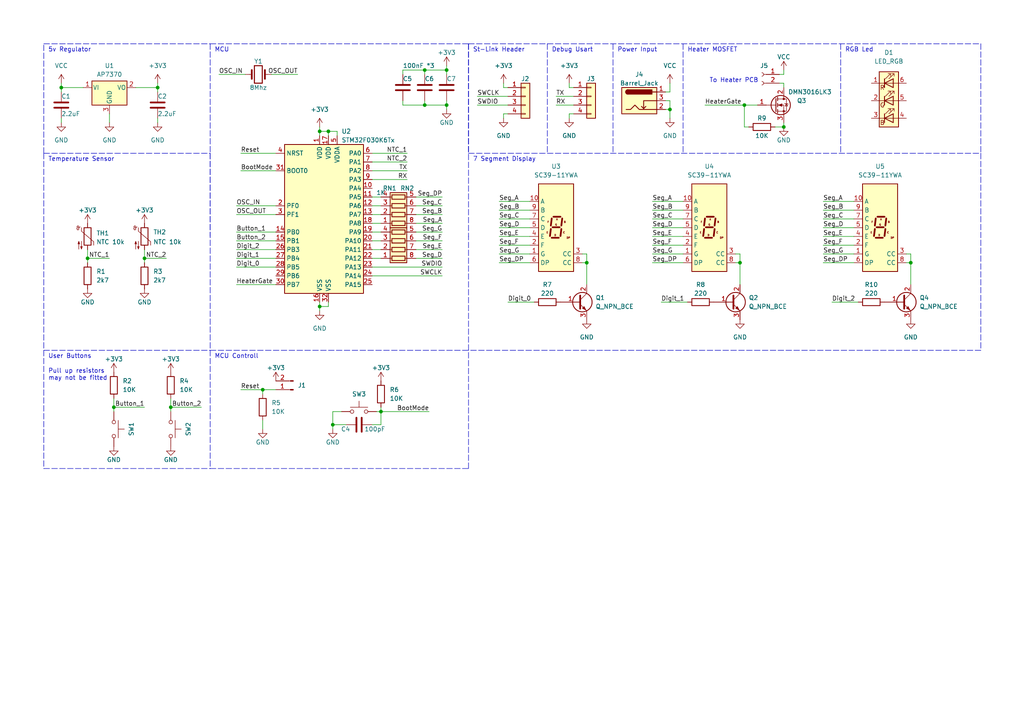
<source format=kicad_sch>
(kicad_sch (version 20211123) (generator eeschema)

  (uuid 48129b5d-2b9b-4273-a70f-3044141e50f0)

  (paper "A4")

  (lib_symbols
    (symbol "Connector:Barrel_Jack_Switch" (pin_names hide) (in_bom yes) (on_board yes)
      (property "Reference" "J" (id 0) (at 0 5.334 0)
        (effects (font (size 1.27 1.27)))
      )
      (property "Value" "Barrel_Jack_Switch" (id 1) (at 0 -5.08 0)
        (effects (font (size 1.27 1.27)))
      )
      (property "Footprint" "" (id 2) (at 1.27 -1.016 0)
        (effects (font (size 1.27 1.27)) hide)
      )
      (property "Datasheet" "~" (id 3) (at 1.27 -1.016 0)
        (effects (font (size 1.27 1.27)) hide)
      )
      (property "ki_keywords" "DC power barrel jack connector" (id 4) (at 0 0 0)
        (effects (font (size 1.27 1.27)) hide)
      )
      (property "ki_description" "DC Barrel Jack with an internal switch" (id 5) (at 0 0 0)
        (effects (font (size 1.27 1.27)) hide)
      )
      (property "ki_fp_filters" "BarrelJack*" (id 6) (at 0 0 0)
        (effects (font (size 1.27 1.27)) hide)
      )
      (symbol "Barrel_Jack_Switch_0_1"
        (rectangle (start -5.08 3.81) (end 5.08 -3.81)
          (stroke (width 0.254) (type default) (color 0 0 0 0))
          (fill (type background))
        )
        (arc (start -3.302 3.175) (mid -3.937 2.54) (end -3.302 1.905)
          (stroke (width 0.254) (type default) (color 0 0 0 0))
          (fill (type none))
        )
        (arc (start -3.302 3.175) (mid -3.937 2.54) (end -3.302 1.905)
          (stroke (width 0.254) (type default) (color 0 0 0 0))
          (fill (type outline))
        )
        (polyline
          (pts
            (xy 1.27 -2.286)
            (xy 1.905 -1.651)
          )
          (stroke (width 0.254) (type default) (color 0 0 0 0))
          (fill (type none))
        )
        (polyline
          (pts
            (xy 5.08 2.54)
            (xy 3.81 2.54)
          )
          (stroke (width 0.254) (type default) (color 0 0 0 0))
          (fill (type none))
        )
        (polyline
          (pts
            (xy 5.08 0)
            (xy 1.27 0)
            (xy 1.27 -2.286)
            (xy 0.635 -1.651)
          )
          (stroke (width 0.254) (type default) (color 0 0 0 0))
          (fill (type none))
        )
        (polyline
          (pts
            (xy -3.81 -2.54)
            (xy -2.54 -2.54)
            (xy -1.27 -1.27)
            (xy 0 -2.54)
            (xy 2.54 -2.54)
            (xy 5.08 -2.54)
          )
          (stroke (width 0.254) (type default) (color 0 0 0 0))
          (fill (type none))
        )
        (rectangle (start 3.683 3.175) (end -3.302 1.905)
          (stroke (width 0.254) (type default) (color 0 0 0 0))
          (fill (type outline))
        )
      )
      (symbol "Barrel_Jack_Switch_1_1"
        (pin passive line (at 7.62 2.54 180) (length 2.54)
          (name "~" (effects (font (size 1.27 1.27))))
          (number "1" (effects (font (size 1.27 1.27))))
        )
        (pin passive line (at 7.62 -2.54 180) (length 2.54)
          (name "~" (effects (font (size 1.27 1.27))))
          (number "2" (effects (font (size 1.27 1.27))))
        )
        (pin passive line (at 7.62 0 180) (length 2.54)
          (name "~" (effects (font (size 1.27 1.27))))
          (number "3" (effects (font (size 1.27 1.27))))
        )
      )
    )
    (symbol "Connector:Conn_01x02_Female" (pin_names (offset 1.016) hide) (in_bom yes) (on_board yes)
      (property "Reference" "J" (id 0) (at 0 2.54 0)
        (effects (font (size 1.27 1.27)))
      )
      (property "Value" "Conn_01x02_Female" (id 1) (at 0 -5.08 0)
        (effects (font (size 1.27 1.27)))
      )
      (property "Footprint" "" (id 2) (at 0 0 0)
        (effects (font (size 1.27 1.27)) hide)
      )
      (property "Datasheet" "~" (id 3) (at 0 0 0)
        (effects (font (size 1.27 1.27)) hide)
      )
      (property "ki_keywords" "connector" (id 4) (at 0 0 0)
        (effects (font (size 1.27 1.27)) hide)
      )
      (property "ki_description" "Generic connector, single row, 01x02, script generated (kicad-library-utils/schlib/autogen/connector/)" (id 5) (at 0 0 0)
        (effects (font (size 1.27 1.27)) hide)
      )
      (property "ki_fp_filters" "Connector*:*_1x??_*" (id 6) (at 0 0 0)
        (effects (font (size 1.27 1.27)) hide)
      )
      (symbol "Conn_01x02_Female_1_1"
        (arc (start 0 -2.032) (mid -0.508 -2.54) (end 0 -3.048)
          (stroke (width 0.1524) (type default) (color 0 0 0 0))
          (fill (type none))
        )
        (polyline
          (pts
            (xy -1.27 -2.54)
            (xy -0.508 -2.54)
          )
          (stroke (width 0.1524) (type default) (color 0 0 0 0))
          (fill (type none))
        )
        (polyline
          (pts
            (xy -1.27 0)
            (xy -0.508 0)
          )
          (stroke (width 0.1524) (type default) (color 0 0 0 0))
          (fill (type none))
        )
        (arc (start 0 0.508) (mid -0.508 0) (end 0 -0.508)
          (stroke (width 0.1524) (type default) (color 0 0 0 0))
          (fill (type none))
        )
        (pin passive line (at -5.08 0 0) (length 3.81)
          (name "Pin_1" (effects (font (size 1.27 1.27))))
          (number "1" (effects (font (size 1.27 1.27))))
        )
        (pin passive line (at -5.08 -2.54 0) (length 3.81)
          (name "Pin_2" (effects (font (size 1.27 1.27))))
          (number "2" (effects (font (size 1.27 1.27))))
        )
      )
    )
    (symbol "Connector:Conn_01x02_Male" (pin_names (offset 1.016) hide) (in_bom yes) (on_board yes)
      (property "Reference" "J" (id 0) (at 0 2.54 0)
        (effects (font (size 1.27 1.27)))
      )
      (property "Value" "Conn_01x02_Male" (id 1) (at 0 -5.08 0)
        (effects (font (size 1.27 1.27)))
      )
      (property "Footprint" "" (id 2) (at 0 0 0)
        (effects (font (size 1.27 1.27)) hide)
      )
      (property "Datasheet" "~" (id 3) (at 0 0 0)
        (effects (font (size 1.27 1.27)) hide)
      )
      (property "ki_keywords" "connector" (id 4) (at 0 0 0)
        (effects (font (size 1.27 1.27)) hide)
      )
      (property "ki_description" "Generic connector, single row, 01x02, script generated (kicad-library-utils/schlib/autogen/connector/)" (id 5) (at 0 0 0)
        (effects (font (size 1.27 1.27)) hide)
      )
      (property "ki_fp_filters" "Connector*:*_1x??_*" (id 6) (at 0 0 0)
        (effects (font (size 1.27 1.27)) hide)
      )
      (symbol "Conn_01x02_Male_1_1"
        (polyline
          (pts
            (xy 1.27 -2.54)
            (xy 0.8636 -2.54)
          )
          (stroke (width 0.1524) (type default) (color 0 0 0 0))
          (fill (type none))
        )
        (polyline
          (pts
            (xy 1.27 0)
            (xy 0.8636 0)
          )
          (stroke (width 0.1524) (type default) (color 0 0 0 0))
          (fill (type none))
        )
        (rectangle (start 0.8636 -2.413) (end 0 -2.667)
          (stroke (width 0.1524) (type default) (color 0 0 0 0))
          (fill (type outline))
        )
        (rectangle (start 0.8636 0.127) (end 0 -0.127)
          (stroke (width 0.1524) (type default) (color 0 0 0 0))
          (fill (type outline))
        )
        (pin passive line (at 5.08 0 180) (length 3.81)
          (name "Pin_1" (effects (font (size 1.27 1.27))))
          (number "1" (effects (font (size 1.27 1.27))))
        )
        (pin passive line (at 5.08 -2.54 180) (length 3.81)
          (name "Pin_2" (effects (font (size 1.27 1.27))))
          (number "2" (effects (font (size 1.27 1.27))))
        )
      )
    )
    (symbol "Connector_Generic:Conn_01x04" (pin_names (offset 1.016) hide) (in_bom yes) (on_board yes)
      (property "Reference" "J" (id 0) (at 0 5.08 0)
        (effects (font (size 1.27 1.27)))
      )
      (property "Value" "Conn_01x04" (id 1) (at 0 -7.62 0)
        (effects (font (size 1.27 1.27)))
      )
      (property "Footprint" "" (id 2) (at 0 0 0)
        (effects (font (size 1.27 1.27)) hide)
      )
      (property "Datasheet" "~" (id 3) (at 0 0 0)
        (effects (font (size 1.27 1.27)) hide)
      )
      (property "ki_keywords" "connector" (id 4) (at 0 0 0)
        (effects (font (size 1.27 1.27)) hide)
      )
      (property "ki_description" "Generic connector, single row, 01x04, script generated (kicad-library-utils/schlib/autogen/connector/)" (id 5) (at 0 0 0)
        (effects (font (size 1.27 1.27)) hide)
      )
      (property "ki_fp_filters" "Connector*:*_1x??_*" (id 6) (at 0 0 0)
        (effects (font (size 1.27 1.27)) hide)
      )
      (symbol "Conn_01x04_1_1"
        (rectangle (start -1.27 -4.953) (end 0 -5.207)
          (stroke (width 0.1524) (type default) (color 0 0 0 0))
          (fill (type none))
        )
        (rectangle (start -1.27 -2.413) (end 0 -2.667)
          (stroke (width 0.1524) (type default) (color 0 0 0 0))
          (fill (type none))
        )
        (rectangle (start -1.27 0.127) (end 0 -0.127)
          (stroke (width 0.1524) (type default) (color 0 0 0 0))
          (fill (type none))
        )
        (rectangle (start -1.27 2.667) (end 0 2.413)
          (stroke (width 0.1524) (type default) (color 0 0 0 0))
          (fill (type none))
        )
        (rectangle (start -1.27 3.81) (end 1.27 -6.35)
          (stroke (width 0.254) (type default) (color 0 0 0 0))
          (fill (type background))
        )
        (pin passive line (at -5.08 2.54 0) (length 3.81)
          (name "Pin_1" (effects (font (size 1.27 1.27))))
          (number "1" (effects (font (size 1.27 1.27))))
        )
        (pin passive line (at -5.08 0 0) (length 3.81)
          (name "Pin_2" (effects (font (size 1.27 1.27))))
          (number "2" (effects (font (size 1.27 1.27))))
        )
        (pin passive line (at -5.08 -2.54 0) (length 3.81)
          (name "Pin_3" (effects (font (size 1.27 1.27))))
          (number "3" (effects (font (size 1.27 1.27))))
        )
        (pin passive line (at -5.08 -5.08 0) (length 3.81)
          (name "Pin_4" (effects (font (size 1.27 1.27))))
          (number "4" (effects (font (size 1.27 1.27))))
        )
      )
    )
    (symbol "Device:C" (pin_numbers hide) (pin_names (offset 0.254)) (in_bom yes) (on_board yes)
      (property "Reference" "C" (id 0) (at 0.635 2.54 0)
        (effects (font (size 1.27 1.27)) (justify left))
      )
      (property "Value" "C" (id 1) (at 0.635 -2.54 0)
        (effects (font (size 1.27 1.27)) (justify left))
      )
      (property "Footprint" "" (id 2) (at 0.9652 -3.81 0)
        (effects (font (size 1.27 1.27)) hide)
      )
      (property "Datasheet" "~" (id 3) (at 0 0 0)
        (effects (font (size 1.27 1.27)) hide)
      )
      (property "ki_keywords" "cap capacitor" (id 4) (at 0 0 0)
        (effects (font (size 1.27 1.27)) hide)
      )
      (property "ki_description" "Unpolarized capacitor" (id 5) (at 0 0 0)
        (effects (font (size 1.27 1.27)) hide)
      )
      (property "ki_fp_filters" "C_*" (id 6) (at 0 0 0)
        (effects (font (size 1.27 1.27)) hide)
      )
      (symbol "C_0_1"
        (polyline
          (pts
            (xy -2.032 -0.762)
            (xy 2.032 -0.762)
          )
          (stroke (width 0.508) (type default) (color 0 0 0 0))
          (fill (type none))
        )
        (polyline
          (pts
            (xy -2.032 0.762)
            (xy 2.032 0.762)
          )
          (stroke (width 0.508) (type default) (color 0 0 0 0))
          (fill (type none))
        )
      )
      (symbol "C_1_1"
        (pin passive line (at 0 3.81 270) (length 2.794)
          (name "~" (effects (font (size 1.27 1.27))))
          (number "1" (effects (font (size 1.27 1.27))))
        )
        (pin passive line (at 0 -3.81 90) (length 2.794)
          (name "~" (effects (font (size 1.27 1.27))))
          (number "2" (effects (font (size 1.27 1.27))))
        )
      )
    )
    (symbol "Device:Crystal" (pin_numbers hide) (pin_names (offset 1.016) hide) (in_bom yes) (on_board yes)
      (property "Reference" "Y" (id 0) (at 0 3.81 0)
        (effects (font (size 1.27 1.27)))
      )
      (property "Value" "Crystal" (id 1) (at 0 -3.81 0)
        (effects (font (size 1.27 1.27)))
      )
      (property "Footprint" "" (id 2) (at 0 0 0)
        (effects (font (size 1.27 1.27)) hide)
      )
      (property "Datasheet" "~" (id 3) (at 0 0 0)
        (effects (font (size 1.27 1.27)) hide)
      )
      (property "ki_keywords" "quartz ceramic resonator oscillator" (id 4) (at 0 0 0)
        (effects (font (size 1.27 1.27)) hide)
      )
      (property "ki_description" "Two pin crystal" (id 5) (at 0 0 0)
        (effects (font (size 1.27 1.27)) hide)
      )
      (property "ki_fp_filters" "Crystal*" (id 6) (at 0 0 0)
        (effects (font (size 1.27 1.27)) hide)
      )
      (symbol "Crystal_0_1"
        (rectangle (start -1.143 2.54) (end 1.143 -2.54)
          (stroke (width 0.3048) (type default) (color 0 0 0 0))
          (fill (type none))
        )
        (polyline
          (pts
            (xy -2.54 0)
            (xy -1.905 0)
          )
          (stroke (width 0) (type default) (color 0 0 0 0))
          (fill (type none))
        )
        (polyline
          (pts
            (xy -1.905 -1.27)
            (xy -1.905 1.27)
          )
          (stroke (width 0.508) (type default) (color 0 0 0 0))
          (fill (type none))
        )
        (polyline
          (pts
            (xy 1.905 -1.27)
            (xy 1.905 1.27)
          )
          (stroke (width 0.508) (type default) (color 0 0 0 0))
          (fill (type none))
        )
        (polyline
          (pts
            (xy 2.54 0)
            (xy 1.905 0)
          )
          (stroke (width 0) (type default) (color 0 0 0 0))
          (fill (type none))
        )
      )
      (symbol "Crystal_1_1"
        (pin passive line (at -3.81 0 0) (length 1.27)
          (name "1" (effects (font (size 1.27 1.27))))
          (number "1" (effects (font (size 1.27 1.27))))
        )
        (pin passive line (at 3.81 0 180) (length 1.27)
          (name "2" (effects (font (size 1.27 1.27))))
          (number "2" (effects (font (size 1.27 1.27))))
        )
      )
    )
    (symbol "Device:LED_RGB" (pin_names (offset 0) hide) (in_bom yes) (on_board yes)
      (property "Reference" "D" (id 0) (at 0 9.398 0)
        (effects (font (size 1.27 1.27)))
      )
      (property "Value" "LED_RGB" (id 1) (at 0 -8.89 0)
        (effects (font (size 1.27 1.27)))
      )
      (property "Footprint" "" (id 2) (at 0 -1.27 0)
        (effects (font (size 1.27 1.27)) hide)
      )
      (property "Datasheet" "~" (id 3) (at 0 -1.27 0)
        (effects (font (size 1.27 1.27)) hide)
      )
      (property "ki_keywords" "LED RGB diode" (id 4) (at 0 0 0)
        (effects (font (size 1.27 1.27)) hide)
      )
      (property "ki_description" "RGB LED, 6 pin package" (id 5) (at 0 0 0)
        (effects (font (size 1.27 1.27)) hide)
      )
      (property "ki_fp_filters" "LED* LED_SMD:* LED_THT:*" (id 6) (at 0 0 0)
        (effects (font (size 1.27 1.27)) hide)
      )
      (symbol "LED_RGB_0_0"
        (text "B" (at -1.905 -6.35 0)
          (effects (font (size 1.27 1.27)))
        )
        (text "G" (at -1.905 -1.27 0)
          (effects (font (size 1.27 1.27)))
        )
        (text "R" (at -1.905 3.81 0)
          (effects (font (size 1.27 1.27)))
        )
      )
      (symbol "LED_RGB_0_1"
        (polyline
          (pts
            (xy -1.27 -5.08)
            (xy -2.54 -5.08)
          )
          (stroke (width 0) (type default) (color 0 0 0 0))
          (fill (type none))
        )
        (polyline
          (pts
            (xy -1.27 -5.08)
            (xy 1.27 -5.08)
          )
          (stroke (width 0) (type default) (color 0 0 0 0))
          (fill (type none))
        )
        (polyline
          (pts
            (xy -1.27 -3.81)
            (xy -1.27 -6.35)
          )
          (stroke (width 0.254) (type default) (color 0 0 0 0))
          (fill (type none))
        )
        (polyline
          (pts
            (xy -1.27 0)
            (xy -2.54 0)
          )
          (stroke (width 0) (type default) (color 0 0 0 0))
          (fill (type none))
        )
        (polyline
          (pts
            (xy -1.27 1.27)
            (xy -1.27 -1.27)
          )
          (stroke (width 0.254) (type default) (color 0 0 0 0))
          (fill (type none))
        )
        (polyline
          (pts
            (xy -1.27 5.08)
            (xy -2.54 5.08)
          )
          (stroke (width 0) (type default) (color 0 0 0 0))
          (fill (type none))
        )
        (polyline
          (pts
            (xy -1.27 5.08)
            (xy 1.27 5.08)
          )
          (stroke (width 0) (type default) (color 0 0 0 0))
          (fill (type none))
        )
        (polyline
          (pts
            (xy -1.27 6.35)
            (xy -1.27 3.81)
          )
          (stroke (width 0.254) (type default) (color 0 0 0 0))
          (fill (type none))
        )
        (polyline
          (pts
            (xy 1.27 -5.08)
            (xy 2.54 -5.08)
          )
          (stroke (width 0) (type default) (color 0 0 0 0))
          (fill (type none))
        )
        (polyline
          (pts
            (xy 1.27 0)
            (xy -1.27 0)
          )
          (stroke (width 0) (type default) (color 0 0 0 0))
          (fill (type none))
        )
        (polyline
          (pts
            (xy 1.27 0)
            (xy 2.54 0)
          )
          (stroke (width 0) (type default) (color 0 0 0 0))
          (fill (type none))
        )
        (polyline
          (pts
            (xy 1.27 5.08)
            (xy 2.54 5.08)
          )
          (stroke (width 0) (type default) (color 0 0 0 0))
          (fill (type none))
        )
        (polyline
          (pts
            (xy -1.27 1.27)
            (xy -1.27 -1.27)
            (xy -1.27 -1.27)
          )
          (stroke (width 0) (type default) (color 0 0 0 0))
          (fill (type none))
        )
        (polyline
          (pts
            (xy -1.27 6.35)
            (xy -1.27 3.81)
            (xy -1.27 3.81)
          )
          (stroke (width 0) (type default) (color 0 0 0 0))
          (fill (type none))
        )
        (polyline
          (pts
            (xy 1.27 -3.81)
            (xy 1.27 -6.35)
            (xy -1.27 -5.08)
            (xy 1.27 -3.81)
          )
          (stroke (width 0.254) (type default) (color 0 0 0 0))
          (fill (type none))
        )
        (polyline
          (pts
            (xy 1.27 1.27)
            (xy 1.27 -1.27)
            (xy -1.27 0)
            (xy 1.27 1.27)
          )
          (stroke (width 0.254) (type default) (color 0 0 0 0))
          (fill (type none))
        )
        (polyline
          (pts
            (xy 1.27 6.35)
            (xy 1.27 3.81)
            (xy -1.27 5.08)
            (xy 1.27 6.35)
          )
          (stroke (width 0.254) (type default) (color 0 0 0 0))
          (fill (type none))
        )
        (polyline
          (pts
            (xy -1.016 -3.81)
            (xy 0.508 -2.286)
            (xy -0.254 -2.286)
            (xy 0.508 -2.286)
            (xy 0.508 -3.048)
          )
          (stroke (width 0) (type default) (color 0 0 0 0))
          (fill (type none))
        )
        (polyline
          (pts
            (xy -1.016 1.27)
            (xy 0.508 2.794)
            (xy -0.254 2.794)
            (xy 0.508 2.794)
            (xy 0.508 2.032)
          )
          (stroke (width 0) (type default) (color 0 0 0 0))
          (fill (type none))
        )
        (polyline
          (pts
            (xy -1.016 6.35)
            (xy 0.508 7.874)
            (xy -0.254 7.874)
            (xy 0.508 7.874)
            (xy 0.508 7.112)
          )
          (stroke (width 0) (type default) (color 0 0 0 0))
          (fill (type none))
        )
        (polyline
          (pts
            (xy 0 -3.81)
            (xy 1.524 -2.286)
            (xy 0.762 -2.286)
            (xy 1.524 -2.286)
            (xy 1.524 -3.048)
          )
          (stroke (width 0) (type default) (color 0 0 0 0))
          (fill (type none))
        )
        (polyline
          (pts
            (xy 0 1.27)
            (xy 1.524 2.794)
            (xy 0.762 2.794)
            (xy 1.524 2.794)
            (xy 1.524 2.032)
          )
          (stroke (width 0) (type default) (color 0 0 0 0))
          (fill (type none))
        )
        (polyline
          (pts
            (xy 0 6.35)
            (xy 1.524 7.874)
            (xy 0.762 7.874)
            (xy 1.524 7.874)
            (xy 1.524 7.112)
          )
          (stroke (width 0) (type default) (color 0 0 0 0))
          (fill (type none))
        )
        (rectangle (start 1.27 -1.27) (end 1.27 1.27)
          (stroke (width 0) (type default) (color 0 0 0 0))
          (fill (type none))
        )
        (rectangle (start 1.27 1.27) (end 1.27 1.27)
          (stroke (width 0) (type default) (color 0 0 0 0))
          (fill (type none))
        )
        (rectangle (start 1.27 3.81) (end 1.27 6.35)
          (stroke (width 0) (type default) (color 0 0 0 0))
          (fill (type none))
        )
        (rectangle (start 1.27 6.35) (end 1.27 6.35)
          (stroke (width 0) (type default) (color 0 0 0 0))
          (fill (type none))
        )
        (rectangle (start 2.794 8.382) (end -2.794 -7.62)
          (stroke (width 0.254) (type default) (color 0 0 0 0))
          (fill (type background))
        )
      )
      (symbol "LED_RGB_1_1"
        (pin passive line (at -5.08 5.08 0) (length 2.54)
          (name "RK" (effects (font (size 1.27 1.27))))
          (number "1" (effects (font (size 1.27 1.27))))
        )
        (pin passive line (at -5.08 0 0) (length 2.54)
          (name "GK" (effects (font (size 1.27 1.27))))
          (number "2" (effects (font (size 1.27 1.27))))
        )
        (pin passive line (at -5.08 -5.08 0) (length 2.54)
          (name "BK" (effects (font (size 1.27 1.27))))
          (number "3" (effects (font (size 1.27 1.27))))
        )
        (pin passive line (at 5.08 -5.08 180) (length 2.54)
          (name "BA" (effects (font (size 1.27 1.27))))
          (number "4" (effects (font (size 1.27 1.27))))
        )
        (pin passive line (at 5.08 0 180) (length 2.54)
          (name "GA" (effects (font (size 1.27 1.27))))
          (number "5" (effects (font (size 1.27 1.27))))
        )
        (pin passive line (at 5.08 5.08 180) (length 2.54)
          (name "RA" (effects (font (size 1.27 1.27))))
          (number "6" (effects (font (size 1.27 1.27))))
        )
      )
    )
    (symbol "Device:Q_NPN_BCE" (pin_names (offset 0) hide) (in_bom yes) (on_board yes)
      (property "Reference" "Q" (id 0) (at 5.08 1.27 0)
        (effects (font (size 1.27 1.27)) (justify left))
      )
      (property "Value" "Q_NPN_BCE" (id 1) (at 5.08 -1.27 0)
        (effects (font (size 1.27 1.27)) (justify left))
      )
      (property "Footprint" "" (id 2) (at 5.08 2.54 0)
        (effects (font (size 1.27 1.27)) hide)
      )
      (property "Datasheet" "~" (id 3) (at 0 0 0)
        (effects (font (size 1.27 1.27)) hide)
      )
      (property "ki_keywords" "transistor NPN" (id 4) (at 0 0 0)
        (effects (font (size 1.27 1.27)) hide)
      )
      (property "ki_description" "NPN transistor, base/collector/emitter" (id 5) (at 0 0 0)
        (effects (font (size 1.27 1.27)) hide)
      )
      (symbol "Q_NPN_BCE_0_1"
        (polyline
          (pts
            (xy 0.635 0.635)
            (xy 2.54 2.54)
          )
          (stroke (width 0) (type default) (color 0 0 0 0))
          (fill (type none))
        )
        (polyline
          (pts
            (xy 0.635 -0.635)
            (xy 2.54 -2.54)
            (xy 2.54 -2.54)
          )
          (stroke (width 0) (type default) (color 0 0 0 0))
          (fill (type none))
        )
        (polyline
          (pts
            (xy 0.635 1.905)
            (xy 0.635 -1.905)
            (xy 0.635 -1.905)
          )
          (stroke (width 0.508) (type default) (color 0 0 0 0))
          (fill (type none))
        )
        (polyline
          (pts
            (xy 1.27 -1.778)
            (xy 1.778 -1.27)
            (xy 2.286 -2.286)
            (xy 1.27 -1.778)
            (xy 1.27 -1.778)
          )
          (stroke (width 0) (type default) (color 0 0 0 0))
          (fill (type outline))
        )
        (circle (center 1.27 0) (radius 2.8194)
          (stroke (width 0.254) (type default) (color 0 0 0 0))
          (fill (type none))
        )
      )
      (symbol "Q_NPN_BCE_1_1"
        (pin input line (at -5.08 0 0) (length 5.715)
          (name "B" (effects (font (size 1.27 1.27))))
          (number "1" (effects (font (size 1.27 1.27))))
        )
        (pin passive line (at 2.54 5.08 270) (length 2.54)
          (name "C" (effects (font (size 1.27 1.27))))
          (number "2" (effects (font (size 1.27 1.27))))
        )
        (pin passive line (at 2.54 -5.08 90) (length 2.54)
          (name "E" (effects (font (size 1.27 1.27))))
          (number "3" (effects (font (size 1.27 1.27))))
        )
      )
    )
    (symbol "Device:R" (pin_numbers hide) (pin_names (offset 0)) (in_bom yes) (on_board yes)
      (property "Reference" "R" (id 0) (at 2.032 0 90)
        (effects (font (size 1.27 1.27)))
      )
      (property "Value" "R" (id 1) (at 0 0 90)
        (effects (font (size 1.27 1.27)))
      )
      (property "Footprint" "" (id 2) (at -1.778 0 90)
        (effects (font (size 1.27 1.27)) hide)
      )
      (property "Datasheet" "~" (id 3) (at 0 0 0)
        (effects (font (size 1.27 1.27)) hide)
      )
      (property "ki_keywords" "R res resistor" (id 4) (at 0 0 0)
        (effects (font (size 1.27 1.27)) hide)
      )
      (property "ki_description" "Resistor" (id 5) (at 0 0 0)
        (effects (font (size 1.27 1.27)) hide)
      )
      (property "ki_fp_filters" "R_*" (id 6) (at 0 0 0)
        (effects (font (size 1.27 1.27)) hide)
      )
      (symbol "R_0_1"
        (rectangle (start -1.016 -2.54) (end 1.016 2.54)
          (stroke (width 0.254) (type default) (color 0 0 0 0))
          (fill (type none))
        )
      )
      (symbol "R_1_1"
        (pin passive line (at 0 3.81 270) (length 1.27)
          (name "~" (effects (font (size 1.27 1.27))))
          (number "1" (effects (font (size 1.27 1.27))))
        )
        (pin passive line (at 0 -3.81 90) (length 1.27)
          (name "~" (effects (font (size 1.27 1.27))))
          (number "2" (effects (font (size 1.27 1.27))))
        )
      )
    )
    (symbol "Device:R_Pack04" (pin_names (offset 0) hide) (in_bom yes) (on_board yes)
      (property "Reference" "RN" (id 0) (at -7.62 0 90)
        (effects (font (size 1.27 1.27)))
      )
      (property "Value" "R_Pack04" (id 1) (at 5.08 0 90)
        (effects (font (size 1.27 1.27)))
      )
      (property "Footprint" "" (id 2) (at 6.985 0 90)
        (effects (font (size 1.27 1.27)) hide)
      )
      (property "Datasheet" "~" (id 3) (at 0 0 0)
        (effects (font (size 1.27 1.27)) hide)
      )
      (property "ki_keywords" "R network parallel topology isolated" (id 4) (at 0 0 0)
        (effects (font (size 1.27 1.27)) hide)
      )
      (property "ki_description" "4 resistor network, parallel topology" (id 5) (at 0 0 0)
        (effects (font (size 1.27 1.27)) hide)
      )
      (property "ki_fp_filters" "DIP* SOIC* R*Array*Concave* R*Array*Convex*" (id 6) (at 0 0 0)
        (effects (font (size 1.27 1.27)) hide)
      )
      (symbol "R_Pack04_0_1"
        (rectangle (start -6.35 -2.413) (end 3.81 2.413)
          (stroke (width 0.254) (type default) (color 0 0 0 0))
          (fill (type background))
        )
        (rectangle (start -5.715 1.905) (end -4.445 -1.905)
          (stroke (width 0.254) (type default) (color 0 0 0 0))
          (fill (type none))
        )
        (rectangle (start -3.175 1.905) (end -1.905 -1.905)
          (stroke (width 0.254) (type default) (color 0 0 0 0))
          (fill (type none))
        )
        (rectangle (start -0.635 1.905) (end 0.635 -1.905)
          (stroke (width 0.254) (type default) (color 0 0 0 0))
          (fill (type none))
        )
        (polyline
          (pts
            (xy -5.08 -2.54)
            (xy -5.08 -1.905)
          )
          (stroke (width 0) (type default) (color 0 0 0 0))
          (fill (type none))
        )
        (polyline
          (pts
            (xy -5.08 1.905)
            (xy -5.08 2.54)
          )
          (stroke (width 0) (type default) (color 0 0 0 0))
          (fill (type none))
        )
        (polyline
          (pts
            (xy -2.54 -2.54)
            (xy -2.54 -1.905)
          )
          (stroke (width 0) (type default) (color 0 0 0 0))
          (fill (type none))
        )
        (polyline
          (pts
            (xy -2.54 1.905)
            (xy -2.54 2.54)
          )
          (stroke (width 0) (type default) (color 0 0 0 0))
          (fill (type none))
        )
        (polyline
          (pts
            (xy 0 -2.54)
            (xy 0 -1.905)
          )
          (stroke (width 0) (type default) (color 0 0 0 0))
          (fill (type none))
        )
        (polyline
          (pts
            (xy 0 1.905)
            (xy 0 2.54)
          )
          (stroke (width 0) (type default) (color 0 0 0 0))
          (fill (type none))
        )
        (polyline
          (pts
            (xy 2.54 -2.54)
            (xy 2.54 -1.905)
          )
          (stroke (width 0) (type default) (color 0 0 0 0))
          (fill (type none))
        )
        (polyline
          (pts
            (xy 2.54 1.905)
            (xy 2.54 2.54)
          )
          (stroke (width 0) (type default) (color 0 0 0 0))
          (fill (type none))
        )
        (rectangle (start 1.905 1.905) (end 3.175 -1.905)
          (stroke (width 0.254) (type default) (color 0 0 0 0))
          (fill (type none))
        )
      )
      (symbol "R_Pack04_1_1"
        (pin passive line (at -5.08 -5.08 90) (length 2.54)
          (name "R1.1" (effects (font (size 1.27 1.27))))
          (number "1" (effects (font (size 1.27 1.27))))
        )
        (pin passive line (at -2.54 -5.08 90) (length 2.54)
          (name "R2.1" (effects (font (size 1.27 1.27))))
          (number "2" (effects (font (size 1.27 1.27))))
        )
        (pin passive line (at 0 -5.08 90) (length 2.54)
          (name "R3.1" (effects (font (size 1.27 1.27))))
          (number "3" (effects (font (size 1.27 1.27))))
        )
        (pin passive line (at 2.54 -5.08 90) (length 2.54)
          (name "R4.1" (effects (font (size 1.27 1.27))))
          (number "4" (effects (font (size 1.27 1.27))))
        )
        (pin passive line (at 2.54 5.08 270) (length 2.54)
          (name "R4.2" (effects (font (size 1.27 1.27))))
          (number "5" (effects (font (size 1.27 1.27))))
        )
        (pin passive line (at 0 5.08 270) (length 2.54)
          (name "R3.2" (effects (font (size 1.27 1.27))))
          (number "6" (effects (font (size 1.27 1.27))))
        )
        (pin passive line (at -2.54 5.08 270) (length 2.54)
          (name "R2.2" (effects (font (size 1.27 1.27))))
          (number "7" (effects (font (size 1.27 1.27))))
        )
        (pin passive line (at -5.08 5.08 270) (length 2.54)
          (name "R1.2" (effects (font (size 1.27 1.27))))
          (number "8" (effects (font (size 1.27 1.27))))
        )
      )
    )
    (symbol "Device:Thermistor_NTC" (pin_numbers hide) (pin_names (offset 0)) (in_bom yes) (on_board yes)
      (property "Reference" "TH" (id 0) (at -4.445 0 90)
        (effects (font (size 1.27 1.27)))
      )
      (property "Value" "Thermistor_NTC" (id 1) (at 3.175 0 90)
        (effects (font (size 1.27 1.27)))
      )
      (property "Footprint" "" (id 2) (at 0 1.27 0)
        (effects (font (size 1.27 1.27)) hide)
      )
      (property "Datasheet" "~" (id 3) (at 0 1.27 0)
        (effects (font (size 1.27 1.27)) hide)
      )
      (property "ki_keywords" "thermistor NTC resistor sensor RTD" (id 4) (at 0 0 0)
        (effects (font (size 1.27 1.27)) hide)
      )
      (property "ki_description" "Temperature dependent resistor, negative temperature coefficient" (id 5) (at 0 0 0)
        (effects (font (size 1.27 1.27)) hide)
      )
      (property "ki_fp_filters" "*NTC* *Thermistor* PIN?ARRAY* bornier* *Terminal?Block* R_*" (id 6) (at 0 0 0)
        (effects (font (size 1.27 1.27)) hide)
      )
      (symbol "Thermistor_NTC_0_1"
        (arc (start -3.048 2.159) (mid -3.0495 2.3143) (end -3.175 2.413)
          (stroke (width 0) (type default) (color 0 0 0 0))
          (fill (type none))
        )
        (arc (start -3.048 2.159) (mid -2.9736 1.9794) (end -2.794 1.905)
          (stroke (width 0) (type default) (color 0 0 0 0))
          (fill (type none))
        )
        (arc (start -3.048 2.794) (mid -2.9736 2.6144) (end -2.794 2.54)
          (stroke (width 0) (type default) (color 0 0 0 0))
          (fill (type none))
        )
        (arc (start -2.794 1.905) (mid -2.6144 1.9794) (end -2.54 2.159)
          (stroke (width 0) (type default) (color 0 0 0 0))
          (fill (type none))
        )
        (arc (start -2.794 2.54) (mid -2.4393 2.5587) (end -2.159 2.794)
          (stroke (width 0) (type default) (color 0 0 0 0))
          (fill (type none))
        )
        (arc (start -2.794 3.048) (mid -2.9736 2.9736) (end -3.048 2.794)
          (stroke (width 0) (type default) (color 0 0 0 0))
          (fill (type none))
        )
        (arc (start -2.54 2.794) (mid -2.6144 2.9736) (end -2.794 3.048)
          (stroke (width 0) (type default) (color 0 0 0 0))
          (fill (type none))
        )
        (rectangle (start -1.016 2.54) (end 1.016 -2.54)
          (stroke (width 0.254) (type default) (color 0 0 0 0))
          (fill (type none))
        )
        (polyline
          (pts
            (xy -2.54 2.159)
            (xy -2.54 2.794)
          )
          (stroke (width 0) (type default) (color 0 0 0 0))
          (fill (type none))
        )
        (polyline
          (pts
            (xy -1.778 2.54)
            (xy -1.778 1.524)
            (xy 1.778 -1.524)
            (xy 1.778 -2.54)
          )
          (stroke (width 0) (type default) (color 0 0 0 0))
          (fill (type none))
        )
        (polyline
          (pts
            (xy -2.54 -3.683)
            (xy -2.54 -1.397)
            (xy -2.794 -2.159)
            (xy -2.286 -2.159)
            (xy -2.54 -1.397)
            (xy -2.54 -1.651)
          )
          (stroke (width 0) (type default) (color 0 0 0 0))
          (fill (type outline))
        )
        (polyline
          (pts
            (xy -1.778 -1.397)
            (xy -1.778 -3.683)
            (xy -2.032 -2.921)
            (xy -1.524 -2.921)
            (xy -1.778 -3.683)
            (xy -1.778 -3.429)
          )
          (stroke (width 0) (type default) (color 0 0 0 0))
          (fill (type outline))
        )
      )
      (symbol "Thermistor_NTC_1_1"
        (pin passive line (at 0 3.81 270) (length 1.27)
          (name "~" (effects (font (size 1.27 1.27))))
          (number "1" (effects (font (size 1.27 1.27))))
        )
        (pin passive line (at 0 -3.81 90) (length 1.27)
          (name "~" (effects (font (size 1.27 1.27))))
          (number "2" (effects (font (size 1.27 1.27))))
        )
      )
    )
    (symbol "Display_Character:SC39-11YWA" (in_bom yes) (on_board yes)
      (property "Reference" "U" (id 0) (at -3.81 13.97 0)
        (effects (font (size 1.27 1.27)))
      )
      (property "Value" "SC39-11YWA" (id 1) (at 6.35 13.97 0)
        (effects (font (size 1.27 1.27)))
      )
      (property "Footprint" "Display_7Segment:Sx39-1xxxxx" (id 2) (at 0 -13.97 0)
        (effects (font (size 1.27 1.27)) hide)
      )
      (property "Datasheet" "http://www.kingbrightusa.com/images/catalog/SPEC/sc39-11ywa.pdf" (id 3) (at 0 0 0)
        (effects (font (size 1.27 1.27)) hide)
      )
      (property "ki_keywords" "display LED 7-segment" (id 4) (at 0 0 0)
        (effects (font (size 1.27 1.27)) hide)
      )
      (property "ki_description" "Single digit 7 segment display, yellow, common cathode" (id 5) (at 0 0 0)
        (effects (font (size 1.27 1.27)) hide)
      )
      (property "ki_fp_filters" "S?39?1*" (id 6) (at 0 0 0)
        (effects (font (size 1.27 1.27)) hide)
      )
      (symbol "SC39-11YWA_1_0"
        (text "A" (at 0.254 2.413 0)
          (effects (font (size 0.508 0.508)))
        )
        (text "B" (at 2.54 1.651 0)
          (effects (font (size 0.508 0.508)))
        )
        (text "C" (at 2.286 -1.397 0)
          (effects (font (size 0.508 0.508)))
        )
        (text "D" (at -0.254 -2.159 0)
          (effects (font (size 0.508 0.508)))
        )
        (text "DP" (at 3.556 -2.921 0)
          (effects (font (size 0.508 0.508)))
        )
        (text "E" (at -2.54 -1.397 0)
          (effects (font (size 0.508 0.508)))
        )
        (text "F" (at -2.286 1.651 0)
          (effects (font (size 0.508 0.508)))
        )
        (text "G" (at 0 0.889 0)
          (effects (font (size 0.508 0.508)))
        )
      )
      (symbol "SC39-11YWA_1_1"
        (rectangle (start -5.08 12.7) (end 5.08 -12.7)
          (stroke (width 0.254) (type default) (color 0 0 0 0))
          (fill (type background))
        )
        (polyline
          (pts
            (xy -1.524 -0.381)
            (xy -1.778 -2.413)
          )
          (stroke (width 0.508) (type default) (color 0 0 0 0))
          (fill (type none))
        )
        (polyline
          (pts
            (xy -1.27 -2.921)
            (xy 0.762 -2.921)
          )
          (stroke (width 0.508) (type default) (color 0 0 0 0))
          (fill (type none))
        )
        (polyline
          (pts
            (xy -1.27 2.667)
            (xy -1.524 0.635)
          )
          (stroke (width 0.508) (type default) (color 0 0 0 0))
          (fill (type none))
        )
        (polyline
          (pts
            (xy -1.016 0.127)
            (xy 1.016 0.127)
          )
          (stroke (width 0.508) (type default) (color 0 0 0 0))
          (fill (type none))
        )
        (polyline
          (pts
            (xy -0.762 3.175)
            (xy 1.27 3.175)
          )
          (stroke (width 0.508) (type default) (color 0 0 0 0))
          (fill (type none))
        )
        (polyline
          (pts
            (xy 1.524 -0.381)
            (xy 1.27 -2.413)
          )
          (stroke (width 0.508) (type default) (color 0 0 0 0))
          (fill (type none))
        )
        (polyline
          (pts
            (xy 1.778 2.667)
            (xy 1.524 0.635)
          )
          (stroke (width 0.508) (type default) (color 0 0 0 0))
          (fill (type none))
        )
        (polyline
          (pts
            (xy 2.54 -2.921)
            (xy 2.54 -2.921)
          )
          (stroke (width 0.508) (type default) (color 0 0 0 0))
          (fill (type none))
        )
        (pin input line (at -7.62 -7.62 0) (length 2.54)
          (name "G" (effects (font (size 1.27 1.27))))
          (number "1" (effects (font (size 1.27 1.27))))
        )
        (pin input line (at -7.62 7.62 0) (length 2.54)
          (name "A" (effects (font (size 1.27 1.27))))
          (number "10" (effects (font (size 1.27 1.27))))
        )
        (pin input line (at -7.62 -5.08 0) (length 2.54)
          (name "F" (effects (font (size 1.27 1.27))))
          (number "2" (effects (font (size 1.27 1.27))))
        )
        (pin input line (at 7.62 -7.62 180) (length 2.54)
          (name "CC" (effects (font (size 1.27 1.27))))
          (number "3" (effects (font (size 1.27 1.27))))
        )
        (pin input line (at -7.62 -2.54 0) (length 2.54)
          (name "E" (effects (font (size 1.27 1.27))))
          (number "4" (effects (font (size 1.27 1.27))))
        )
        (pin input line (at -7.62 0 0) (length 2.54)
          (name "D" (effects (font (size 1.27 1.27))))
          (number "5" (effects (font (size 1.27 1.27))))
        )
        (pin input line (at -7.62 -10.16 0) (length 2.54)
          (name "DP" (effects (font (size 1.27 1.27))))
          (number "6" (effects (font (size 1.27 1.27))))
        )
        (pin input line (at -7.62 2.54 0) (length 2.54)
          (name "C" (effects (font (size 1.27 1.27))))
          (number "7" (effects (font (size 1.27 1.27))))
        )
        (pin input line (at 7.62 -10.16 180) (length 2.54)
          (name "CC" (effects (font (size 1.27 1.27))))
          (number "8" (effects (font (size 1.27 1.27))))
        )
        (pin input line (at -7.62 5.08 0) (length 2.54)
          (name "B" (effects (font (size 1.27 1.27))))
          (number "9" (effects (font (size 1.27 1.27))))
        )
      )
    )
    (symbol "MCU_ST_STM32F0:STM32F030K6Tx" (in_bom yes) (on_board yes)
      (property "Reference" "U" (id 0) (at -12.7 21.59 0)
        (effects (font (size 1.27 1.27)) (justify left))
      )
      (property "Value" "STM32F030K6Tx" (id 1) (at 5.08 21.59 0)
        (effects (font (size 1.27 1.27)) (justify left))
      )
      (property "Footprint" "Package_QFP:LQFP-32_7x7mm_P0.8mm" (id 2) (at -12.7 -22.86 0)
        (effects (font (size 1.27 1.27)) (justify right) hide)
      )
      (property "Datasheet" "http://www.st.com/st-web-ui/static/active/en/resource/technical/document/datasheet/DM00088500.pdf" (id 3) (at 0 0 0)
        (effects (font (size 1.27 1.27)) hide)
      )
      (property "ki_keywords" "ARM Cortex-M0 STM32F0 STM32F0x0 Value Line" (id 4) (at 0 0 0)
        (effects (font (size 1.27 1.27)) hide)
      )
      (property "ki_description" "ARM Cortex-M0 MCU, 32KB flash, 4KB RAM, 48MHz, 2.4-3.6V, 25 GPIO, LQFP-32" (id 5) (at 0 0 0)
        (effects (font (size 1.27 1.27)) hide)
      )
      (property "ki_fp_filters" "LQFP*7x7mm*P0.8mm*" (id 6) (at 0 0 0)
        (effects (font (size 1.27 1.27)) hide)
      )
      (symbol "STM32F030K6Tx_0_1"
        (rectangle (start -12.7 -22.86) (end 10.16 20.32)
          (stroke (width 0.254) (type default) (color 0 0 0 0))
          (fill (type background))
        )
      )
      (symbol "STM32F030K6Tx_1_1"
        (pin power_in line (at -2.54 22.86 270) (length 2.54)
          (name "VDD" (effects (font (size 1.27 1.27))))
          (number "1" (effects (font (size 1.27 1.27))))
        )
        (pin bidirectional line (at 12.7 7.62 180) (length 2.54)
          (name "PA4" (effects (font (size 1.27 1.27))))
          (number "10" (effects (font (size 1.27 1.27))))
        )
        (pin bidirectional line (at 12.7 5.08 180) (length 2.54)
          (name "PA5" (effects (font (size 1.27 1.27))))
          (number "11" (effects (font (size 1.27 1.27))))
        )
        (pin bidirectional line (at 12.7 2.54 180) (length 2.54)
          (name "PA6" (effects (font (size 1.27 1.27))))
          (number "12" (effects (font (size 1.27 1.27))))
        )
        (pin bidirectional line (at 12.7 0 180) (length 2.54)
          (name "PA7" (effects (font (size 1.27 1.27))))
          (number "13" (effects (font (size 1.27 1.27))))
        )
        (pin bidirectional line (at -15.24 -5.08 0) (length 2.54)
          (name "PB0" (effects (font (size 1.27 1.27))))
          (number "14" (effects (font (size 1.27 1.27))))
        )
        (pin bidirectional line (at -15.24 -7.62 0) (length 2.54)
          (name "PB1" (effects (font (size 1.27 1.27))))
          (number "15" (effects (font (size 1.27 1.27))))
        )
        (pin power_in line (at -2.54 -25.4 90) (length 2.54)
          (name "VSS" (effects (font (size 1.27 1.27))))
          (number "16" (effects (font (size 1.27 1.27))))
        )
        (pin power_in line (at 0 22.86 270) (length 2.54)
          (name "VDD" (effects (font (size 1.27 1.27))))
          (number "17" (effects (font (size 1.27 1.27))))
        )
        (pin bidirectional line (at 12.7 -2.54 180) (length 2.54)
          (name "PA8" (effects (font (size 1.27 1.27))))
          (number "18" (effects (font (size 1.27 1.27))))
        )
        (pin bidirectional line (at 12.7 -5.08 180) (length 2.54)
          (name "PA9" (effects (font (size 1.27 1.27))))
          (number "19" (effects (font (size 1.27 1.27))))
        )
        (pin input line (at -15.24 2.54 0) (length 2.54)
          (name "PF0" (effects (font (size 1.27 1.27))))
          (number "2" (effects (font (size 1.27 1.27))))
        )
        (pin bidirectional line (at 12.7 -7.62 180) (length 2.54)
          (name "PA10" (effects (font (size 1.27 1.27))))
          (number "20" (effects (font (size 1.27 1.27))))
        )
        (pin bidirectional line (at 12.7 -10.16 180) (length 2.54)
          (name "PA11" (effects (font (size 1.27 1.27))))
          (number "21" (effects (font (size 1.27 1.27))))
        )
        (pin bidirectional line (at 12.7 -12.7 180) (length 2.54)
          (name "PA12" (effects (font (size 1.27 1.27))))
          (number "22" (effects (font (size 1.27 1.27))))
        )
        (pin bidirectional line (at 12.7 -15.24 180) (length 2.54)
          (name "PA13" (effects (font (size 1.27 1.27))))
          (number "23" (effects (font (size 1.27 1.27))))
        )
        (pin bidirectional line (at 12.7 -17.78 180) (length 2.54)
          (name "PA14" (effects (font (size 1.27 1.27))))
          (number "24" (effects (font (size 1.27 1.27))))
        )
        (pin bidirectional line (at 12.7 -20.32 180) (length 2.54)
          (name "PA15" (effects (font (size 1.27 1.27))))
          (number "25" (effects (font (size 1.27 1.27))))
        )
        (pin bidirectional line (at -15.24 -10.16 0) (length 2.54)
          (name "PB3" (effects (font (size 1.27 1.27))))
          (number "26" (effects (font (size 1.27 1.27))))
        )
        (pin bidirectional line (at -15.24 -12.7 0) (length 2.54)
          (name "PB4" (effects (font (size 1.27 1.27))))
          (number "27" (effects (font (size 1.27 1.27))))
        )
        (pin bidirectional line (at -15.24 -15.24 0) (length 2.54)
          (name "PB5" (effects (font (size 1.27 1.27))))
          (number "28" (effects (font (size 1.27 1.27))))
        )
        (pin bidirectional line (at -15.24 -17.78 0) (length 2.54)
          (name "PB6" (effects (font (size 1.27 1.27))))
          (number "29" (effects (font (size 1.27 1.27))))
        )
        (pin input line (at -15.24 0 0) (length 2.54)
          (name "PF1" (effects (font (size 1.27 1.27))))
          (number "3" (effects (font (size 1.27 1.27))))
        )
        (pin bidirectional line (at -15.24 -20.32 0) (length 2.54)
          (name "PB7" (effects (font (size 1.27 1.27))))
          (number "30" (effects (font (size 1.27 1.27))))
        )
        (pin input line (at -15.24 12.7 0) (length 2.54)
          (name "BOOT0" (effects (font (size 1.27 1.27))))
          (number "31" (effects (font (size 1.27 1.27))))
        )
        (pin power_in line (at 0 -25.4 90) (length 2.54)
          (name "VSS" (effects (font (size 1.27 1.27))))
          (number "32" (effects (font (size 1.27 1.27))))
        )
        (pin input line (at -15.24 17.78 0) (length 2.54)
          (name "NRST" (effects (font (size 1.27 1.27))))
          (number "4" (effects (font (size 1.27 1.27))))
        )
        (pin power_in line (at 2.54 22.86 270) (length 2.54)
          (name "VDDA" (effects (font (size 1.27 1.27))))
          (number "5" (effects (font (size 1.27 1.27))))
        )
        (pin bidirectional line (at 12.7 17.78 180) (length 2.54)
          (name "PA0" (effects (font (size 1.27 1.27))))
          (number "6" (effects (font (size 1.27 1.27))))
        )
        (pin bidirectional line (at 12.7 15.24 180) (length 2.54)
          (name "PA1" (effects (font (size 1.27 1.27))))
          (number "7" (effects (font (size 1.27 1.27))))
        )
        (pin bidirectional line (at 12.7 12.7 180) (length 2.54)
          (name "PA2" (effects (font (size 1.27 1.27))))
          (number "8" (effects (font (size 1.27 1.27))))
        )
        (pin bidirectional line (at 12.7 10.16 180) (length 2.54)
          (name "PA3" (effects (font (size 1.27 1.27))))
          (number "9" (effects (font (size 1.27 1.27))))
        )
      )
    )
    (symbol "Regulator_Linear:AP7384-33SA" (pin_names (offset 0.254)) (in_bom yes) (on_board yes)
      (property "Reference" "U" (id 0) (at -3.81 3.175 0)
        (effects (font (size 1.27 1.27)))
      )
      (property "Value" "AP7384-33SA" (id 1) (at 0 3.175 0)
        (effects (font (size 1.27 1.27)) (justify left))
      )
      (property "Footprint" "Package_TO_SOT_SMD:SOT-23" (id 2) (at 0 5.715 0)
        (effects (font (size 1.27 1.27) italic) hide)
      )
      (property "Datasheet" "https://www.diodes.com/assets/Datasheets/AP7384.pdf" (id 3) (at 0 -1.27 0)
        (effects (font (size 1.27 1.27)) hide)
      )
      (property "ki_keywords" "50mA LDO Regulator Fixed Positive" (id 4) (at 0 0 0)
        (effects (font (size 1.27 1.27)) hide)
      )
      (property "ki_description" "50mA Low Dropout Voltage Regulator, Fixed Output 3.3V, Wide Input Voltage Range 40V, SOT-23" (id 5) (at 0 0 0)
        (effects (font (size 1.27 1.27)) hide)
      )
      (property "ki_fp_filters" "SOT?23*" (id 6) (at 0 0 0)
        (effects (font (size 1.27 1.27)) hide)
      )
      (symbol "AP7384-33SA_0_1"
        (rectangle (start -5.08 1.905) (end 5.08 -5.08)
          (stroke (width 0.254) (type default) (color 0 0 0 0))
          (fill (type background))
        )
      )
      (symbol "AP7384-33SA_1_1"
        (pin power_in line (at -7.62 0 0) (length 2.54)
          (name "VI" (effects (font (size 1.27 1.27))))
          (number "1" (effects (font (size 1.27 1.27))))
        )
        (pin power_out line (at 7.62 0 180) (length 2.54)
          (name "VO" (effects (font (size 1.27 1.27))))
          (number "2" (effects (font (size 1.27 1.27))))
        )
        (pin power_in line (at 0 -7.62 90) (length 2.54)
          (name "GND" (effects (font (size 1.27 1.27))))
          (number "3" (effects (font (size 1.27 1.27))))
        )
      )
    )
    (symbol "Switch:SW_Push" (pin_numbers hide) (pin_names (offset 1.016) hide) (in_bom yes) (on_board yes)
      (property "Reference" "SW" (id 0) (at 1.27 2.54 0)
        (effects (font (size 1.27 1.27)) (justify left))
      )
      (property "Value" "SW_Push" (id 1) (at 0 -1.524 0)
        (effects (font (size 1.27 1.27)))
      )
      (property "Footprint" "" (id 2) (at 0 5.08 0)
        (effects (font (size 1.27 1.27)) hide)
      )
      (property "Datasheet" "~" (id 3) (at 0 5.08 0)
        (effects (font (size 1.27 1.27)) hide)
      )
      (property "ki_keywords" "switch normally-open pushbutton push-button" (id 4) (at 0 0 0)
        (effects (font (size 1.27 1.27)) hide)
      )
      (property "ki_description" "Push button switch, generic, two pins" (id 5) (at 0 0 0)
        (effects (font (size 1.27 1.27)) hide)
      )
      (symbol "SW_Push_0_1"
        (circle (center -2.032 0) (radius 0.508)
          (stroke (width 0) (type default) (color 0 0 0 0))
          (fill (type none))
        )
        (polyline
          (pts
            (xy 0 1.27)
            (xy 0 3.048)
          )
          (stroke (width 0) (type default) (color 0 0 0 0))
          (fill (type none))
        )
        (polyline
          (pts
            (xy 2.54 1.27)
            (xy -2.54 1.27)
          )
          (stroke (width 0) (type default) (color 0 0 0 0))
          (fill (type none))
        )
        (circle (center 2.032 0) (radius 0.508)
          (stroke (width 0) (type default) (color 0 0 0 0))
          (fill (type none))
        )
        (pin passive line (at -5.08 0 0) (length 2.54)
          (name "1" (effects (font (size 1.27 1.27))))
          (number "1" (effects (font (size 1.27 1.27))))
        )
        (pin passive line (at 5.08 0 180) (length 2.54)
          (name "2" (effects (font (size 1.27 1.27))))
          (number "2" (effects (font (size 1.27 1.27))))
        )
      )
    )
    (symbol "Transistor_FET:QM6006D" (pin_names hide) (in_bom yes) (on_board yes)
      (property "Reference" "Q" (id 0) (at 5.08 1.905 0)
        (effects (font (size 1.27 1.27)) (justify left))
      )
      (property "Value" "QM6006D" (id 1) (at 5.08 0 0)
        (effects (font (size 1.27 1.27)) (justify left))
      )
      (property "Footprint" "Package_TO_SOT_SMD:TO-252-2" (id 2) (at 5.08 -1.905 0)
        (effects (font (size 1.27 1.27) italic) (justify left) hide)
      )
      (property "Datasheet" "http://www.jaolen.com/images/pdf/QM6006D.pdf" (id 3) (at 0 0 0)
        (effects (font (size 1.27 1.27)) (justify left) hide)
      )
      (property "ki_keywords" "N-Channel MOSFET" (id 4) (at 0 0 0)
        (effects (font (size 1.27 1.27)) hide)
      )
      (property "ki_description" "35A Id, 60V Vds, N-Channel Power MOSFET, 18mOhm Ron, 19.3nC Qg (typ), TO252" (id 5) (at 0 0 0)
        (effects (font (size 1.27 1.27)) hide)
      )
      (property "ki_fp_filters" "TO?252*" (id 6) (at 0 0 0)
        (effects (font (size 1.27 1.27)) hide)
      )
      (symbol "QM6006D_0_1"
        (polyline
          (pts
            (xy 0.254 0)
            (xy -2.54 0)
          )
          (stroke (width 0) (type default) (color 0 0 0 0))
          (fill (type none))
        )
        (polyline
          (pts
            (xy 0.254 1.905)
            (xy 0.254 -1.905)
          )
          (stroke (width 0.254) (type default) (color 0 0 0 0))
          (fill (type none))
        )
        (polyline
          (pts
            (xy 0.762 -1.27)
            (xy 0.762 -2.286)
          )
          (stroke (width 0.254) (type default) (color 0 0 0 0))
          (fill (type none))
        )
        (polyline
          (pts
            (xy 0.762 0.508)
            (xy 0.762 -0.508)
          )
          (stroke (width 0.254) (type default) (color 0 0 0 0))
          (fill (type none))
        )
        (polyline
          (pts
            (xy 0.762 2.286)
            (xy 0.762 1.27)
          )
          (stroke (width 0.254) (type default) (color 0 0 0 0))
          (fill (type none))
        )
        (polyline
          (pts
            (xy 2.54 2.54)
            (xy 2.54 1.778)
          )
          (stroke (width 0) (type default) (color 0 0 0 0))
          (fill (type none))
        )
        (polyline
          (pts
            (xy 2.54 -2.54)
            (xy 2.54 0)
            (xy 0.762 0)
          )
          (stroke (width 0) (type default) (color 0 0 0 0))
          (fill (type none))
        )
        (polyline
          (pts
            (xy 0.762 -1.778)
            (xy 3.302 -1.778)
            (xy 3.302 1.778)
            (xy 0.762 1.778)
          )
          (stroke (width 0) (type default) (color 0 0 0 0))
          (fill (type none))
        )
        (polyline
          (pts
            (xy 1.016 0)
            (xy 2.032 0.381)
            (xy 2.032 -0.381)
            (xy 1.016 0)
          )
          (stroke (width 0) (type default) (color 0 0 0 0))
          (fill (type outline))
        )
        (polyline
          (pts
            (xy 2.794 0.508)
            (xy 2.921 0.381)
            (xy 3.683 0.381)
            (xy 3.81 0.254)
          )
          (stroke (width 0) (type default) (color 0 0 0 0))
          (fill (type none))
        )
        (polyline
          (pts
            (xy 3.302 0.381)
            (xy 2.921 -0.254)
            (xy 3.683 -0.254)
            (xy 3.302 0.381)
          )
          (stroke (width 0) (type default) (color 0 0 0 0))
          (fill (type none))
        )
        (circle (center 1.651 0) (radius 2.794)
          (stroke (width 0.254) (type default) (color 0 0 0 0))
          (fill (type none))
        )
        (circle (center 2.54 -1.778) (radius 0.254)
          (stroke (width 0) (type default) (color 0 0 0 0))
          (fill (type outline))
        )
        (circle (center 2.54 1.778) (radius 0.254)
          (stroke (width 0) (type default) (color 0 0 0 0))
          (fill (type outline))
        )
      )
      (symbol "QM6006D_1_1"
        (pin input line (at -5.08 0 0) (length 2.54)
          (name "G" (effects (font (size 1.27 1.27))))
          (number "1" (effects (font (size 1.27 1.27))))
        )
        (pin passive line (at 2.54 5.08 270) (length 2.54)
          (name "D" (effects (font (size 1.27 1.27))))
          (number "2" (effects (font (size 1.27 1.27))))
        )
        (pin passive line (at 2.54 -5.08 90) (length 2.54)
          (name "S" (effects (font (size 1.27 1.27))))
          (number "3" (effects (font (size 1.27 1.27))))
        )
      )
    )
    (symbol "power:+3V3" (power) (pin_names (offset 0)) (in_bom yes) (on_board yes)
      (property "Reference" "#PWR" (id 0) (at 0 -3.81 0)
        (effects (font (size 1.27 1.27)) hide)
      )
      (property "Value" "+3V3" (id 1) (at 0 3.556 0)
        (effects (font (size 1.27 1.27)))
      )
      (property "Footprint" "" (id 2) (at 0 0 0)
        (effects (font (size 1.27 1.27)) hide)
      )
      (property "Datasheet" "" (id 3) (at 0 0 0)
        (effects (font (size 1.27 1.27)) hide)
      )
      (property "ki_keywords" "power-flag" (id 4) (at 0 0 0)
        (effects (font (size 1.27 1.27)) hide)
      )
      (property "ki_description" "Power symbol creates a global label with name \"+3V3\"" (id 5) (at 0 0 0)
        (effects (font (size 1.27 1.27)) hide)
      )
      (symbol "+3V3_0_1"
        (polyline
          (pts
            (xy -0.762 1.27)
            (xy 0 2.54)
          )
          (stroke (width 0) (type default) (color 0 0 0 0))
          (fill (type none))
        )
        (polyline
          (pts
            (xy 0 0)
            (xy 0 2.54)
          )
          (stroke (width 0) (type default) (color 0 0 0 0))
          (fill (type none))
        )
        (polyline
          (pts
            (xy 0 2.54)
            (xy 0.762 1.27)
          )
          (stroke (width 0) (type default) (color 0 0 0 0))
          (fill (type none))
        )
      )
      (symbol "+3V3_1_1"
        (pin power_in line (at 0 0 90) (length 0) hide
          (name "+3V3" (effects (font (size 1.27 1.27))))
          (number "1" (effects (font (size 1.27 1.27))))
        )
      )
    )
    (symbol "power:GND" (power) (pin_names (offset 0)) (in_bom yes) (on_board yes)
      (property "Reference" "#PWR" (id 0) (at 0 -6.35 0)
        (effects (font (size 1.27 1.27)) hide)
      )
      (property "Value" "GND" (id 1) (at 0 -3.81 0)
        (effects (font (size 1.27 1.27)))
      )
      (property "Footprint" "" (id 2) (at 0 0 0)
        (effects (font (size 1.27 1.27)) hide)
      )
      (property "Datasheet" "" (id 3) (at 0 0 0)
        (effects (font (size 1.27 1.27)) hide)
      )
      (property "ki_keywords" "power-flag" (id 4) (at 0 0 0)
        (effects (font (size 1.27 1.27)) hide)
      )
      (property "ki_description" "Power symbol creates a global label with name \"GND\" , ground" (id 5) (at 0 0 0)
        (effects (font (size 1.27 1.27)) hide)
      )
      (symbol "GND_0_1"
        (polyline
          (pts
            (xy 0 0)
            (xy 0 -1.27)
            (xy 1.27 -1.27)
            (xy 0 -2.54)
            (xy -1.27 -1.27)
            (xy 0 -1.27)
          )
          (stroke (width 0) (type default) (color 0 0 0 0))
          (fill (type none))
        )
      )
      (symbol "GND_1_1"
        (pin power_in line (at 0 0 270) (length 0) hide
          (name "GND" (effects (font (size 1.27 1.27))))
          (number "1" (effects (font (size 1.27 1.27))))
        )
      )
    )
    (symbol "power:VCC" (power) (pin_names (offset 0)) (in_bom yes) (on_board yes)
      (property "Reference" "#PWR" (id 0) (at 0 -3.81 0)
        (effects (font (size 1.27 1.27)) hide)
      )
      (property "Value" "VCC" (id 1) (at 0 3.81 0)
        (effects (font (size 1.27 1.27)))
      )
      (property "Footprint" "" (id 2) (at 0 0 0)
        (effects (font (size 1.27 1.27)) hide)
      )
      (property "Datasheet" "" (id 3) (at 0 0 0)
        (effects (font (size 1.27 1.27)) hide)
      )
      (property "ki_keywords" "power-flag" (id 4) (at 0 0 0)
        (effects (font (size 1.27 1.27)) hide)
      )
      (property "ki_description" "Power symbol creates a global label with name \"VCC\"" (id 5) (at 0 0 0)
        (effects (font (size 1.27 1.27)) hide)
      )
      (symbol "VCC_0_1"
        (polyline
          (pts
            (xy -0.762 1.27)
            (xy 0 2.54)
          )
          (stroke (width 0) (type default) (color 0 0 0 0))
          (fill (type none))
        )
        (polyline
          (pts
            (xy 0 0)
            (xy 0 2.54)
          )
          (stroke (width 0) (type default) (color 0 0 0 0))
          (fill (type none))
        )
        (polyline
          (pts
            (xy 0 2.54)
            (xy 0.762 1.27)
          )
          (stroke (width 0) (type default) (color 0 0 0 0))
          (fill (type none))
        )
      )
      (symbol "VCC_1_1"
        (pin power_in line (at 0 0 90) (length 0) hide
          (name "VCC" (effects (font (size 1.27 1.27))))
          (number "1" (effects (font (size 1.27 1.27))))
        )
      )
    )
  )

  (junction (at 92.71 88.9) (diameter 0) (color 0 0 0 0)
    (uuid 00e8d44a-85e6-479f-8e35-668a9fe9981a)
  )
  (junction (at 123.19 30.48) (diameter 0) (color 0 0 0 0)
    (uuid 0414dca4-d59d-420b-a94c-e0ba59dd1f32)
  )
  (junction (at 264.16 76.2) (diameter 0) (color 0 0 0 0)
    (uuid 1f2e6db7-85bd-4540-91ca-1fa683c3c0d0)
  )
  (junction (at 25.4 74.93) (diameter 0) (color 0 0 0 0)
    (uuid 2d270af8-25b3-402a-bb29-334915369e15)
  )
  (junction (at 76.2 113.03) (diameter 0) (color 0 0 0 0)
    (uuid 313a45a7-2520-41bb-a3d9-c1ab72eb5c85)
  )
  (junction (at 96.52 123.19) (diameter 0) (color 0 0 0 0)
    (uuid 35df4c1c-ca93-4d2a-a1ac-6aad6d701335)
  )
  (junction (at 110.49 119.38) (diameter 0) (color 0 0 0 0)
    (uuid 3fa32c8d-0bf2-4c28-8ece-27e509d4e1d4)
  )
  (junction (at 49.53 118.11) (diameter 0) (color 0 0 0 0)
    (uuid 534ef98c-83d3-497c-9031-b7faef7b2537)
  )
  (junction (at 227.33 36.83) (diameter 0) (color 0 0 0 0)
    (uuid 7720e31e-4a27-4392-8e2e-911f5fa853ef)
  )
  (junction (at 123.19 20.32) (diameter 0) (color 0 0 0 0)
    (uuid 8fd47d0f-4388-4ee1-a2a0-27e1dc13d4f3)
  )
  (junction (at 95.25 38.1) (diameter 0) (color 0 0 0 0)
    (uuid 92472da9-52ca-4ebb-8685-fac78adee83a)
  )
  (junction (at 17.78 25.4) (diameter 0) (color 0 0 0 0)
    (uuid a6758d29-799f-4ab6-a99d-719dfc1676e7)
  )
  (junction (at 170.18 76.2) (diameter 0) (color 0 0 0 0)
    (uuid aad045ea-563c-4bd9-92a9-e8e26a9466bf)
  )
  (junction (at 215.9 30.48) (diameter 0) (color 0 0 0 0)
    (uuid b605bf12-e0e7-4fa2-a520-c474ab42b5c8)
  )
  (junction (at 33.02 118.11) (diameter 0) (color 0 0 0 0)
    (uuid b708d3e2-2333-4623-9114-bb3cb23f705d)
  )
  (junction (at 92.71 38.1) (diameter 0) (color 0 0 0 0)
    (uuid bc3ea4ef-dca7-4871-9cf6-8698f2c960a9)
  )
  (junction (at 194.31 31.75) (diameter 0) (color 0 0 0 0)
    (uuid c1e625b6-57ab-494c-9b24-bc8e46d79b32)
  )
  (junction (at 129.54 20.32) (diameter 0) (color 0 0 0 0)
    (uuid d4fe072e-2cfa-46f4-935a-b72f7c6d529a)
  )
  (junction (at 41.91 74.93) (diameter 0) (color 0 0 0 0)
    (uuid ded219b4-abb8-4668-a984-b12e23f7f5c2)
  )
  (junction (at 129.54 30.48) (diameter 0) (color 0 0 0 0)
    (uuid e166b1c7-9e46-4630-b6d2-2b6e9eddc4da)
  )
  (junction (at 45.72 25.4) (diameter 0) (color 0 0 0 0)
    (uuid f6c2acab-1151-4f3e-b26f-d077d6993ce5)
  )
  (junction (at 214.63 76.2) (diameter 0) (color 0 0 0 0)
    (uuid fb9bef2d-7f4c-499c-a71a-4fdb2d00cca1)
  )

  (wire (pts (xy 39.37 25.4) (xy 45.72 25.4))
    (stroke (width 0) (type default) (color 0 0 0 0))
    (uuid 02ce310f-fc18-467a-b269-d5a3b5e71d2f)
  )
  (wire (pts (xy 68.58 62.23) (xy 80.01 62.23))
    (stroke (width 0) (type default) (color 0 0 0 0))
    (uuid 03a72d5d-85df-49d0-84ca-55bbb2bbf0b3)
  )
  (wire (pts (xy 264.16 73.66) (xy 262.89 73.66))
    (stroke (width 0) (type default) (color 0 0 0 0))
    (uuid 03e5c0ca-d65d-438d-8911-b4ddcdc84e96)
  )
  (wire (pts (xy 92.71 90.17) (xy 92.71 88.9))
    (stroke (width 0) (type default) (color 0 0 0 0))
    (uuid 045a4940-c30d-4458-a0d1-f6b728050953)
  )
  (wire (pts (xy 214.63 76.2) (xy 214.63 73.66))
    (stroke (width 0) (type default) (color 0 0 0 0))
    (uuid 04a22445-be71-4d06-a8f1-21ac18ac2d07)
  )
  (wire (pts (xy 170.18 73.66) (xy 168.91 73.66))
    (stroke (width 0) (type default) (color 0 0 0 0))
    (uuid 082abeec-7f36-456c-8221-814273d289cd)
  )
  (polyline (pts (xy 135.89 12.7) (xy 135.89 68.58))
    (stroke (width 0) (type default) (color 0 0 0 0))
    (uuid 09a453dd-9446-4305-9c79-f1f24902df2a)
  )

  (wire (pts (xy 25.4 72.39) (xy 25.4 74.93))
    (stroke (width 0) (type default) (color 0 0 0 0))
    (uuid 0a01d67f-da8e-4c9f-ab23-b6ce7eeccac8)
  )
  (wire (pts (xy 120.65 72.39) (xy 128.27 72.39))
    (stroke (width 0) (type default) (color 0 0 0 0))
    (uuid 0e9adac5-5ac3-437a-b162-99a924bac246)
  )
  (wire (pts (xy 120.65 69.85) (xy 128.27 69.85))
    (stroke (width 0) (type default) (color 0 0 0 0))
    (uuid 11f96448-deb9-494e-b43b-14961ecde902)
  )
  (polyline (pts (xy 12.7 44.45) (xy 60.96 44.45))
    (stroke (width 0) (type default) (color 0 0 0 0))
    (uuid 12dd1248-3d96-496c-a586-06ae55058944)
  )

  (wire (pts (xy 118.11 52.07) (xy 107.95 52.07))
    (stroke (width 0) (type default) (color 0 0 0 0))
    (uuid 144c8f66-801b-4295-81dd-1006a66a8225)
  )
  (wire (pts (xy 95.25 38.1) (xy 92.71 38.1))
    (stroke (width 0) (type default) (color 0 0 0 0))
    (uuid 18e31868-4d74-47c4-8226-d1a9b1b058a5)
  )
  (wire (pts (xy 80.01 113.03) (xy 76.2 113.03))
    (stroke (width 0) (type default) (color 0 0 0 0))
    (uuid 1bedc6c7-e9d0-4b59-947e-132bc38d723f)
  )
  (wire (pts (xy 189.23 71.12) (xy 198.12 71.12))
    (stroke (width 0) (type default) (color 0 0 0 0))
    (uuid 1bf37793-9cd0-44ff-a04b-8562eb8ebf62)
  )
  (polyline (pts (xy 12.7 12.7) (xy 60.96 12.7))
    (stroke (width 0) (type default) (color 0 0 0 0))
    (uuid 1d9fd6ab-769d-453a-85fa-21e02bdf1f08)
  )

  (wire (pts (xy 116.84 30.48) (xy 123.19 30.48))
    (stroke (width 0) (type default) (color 0 0 0 0))
    (uuid 1ef24482-a410-4d4a-ad36-17bba84c2f6a)
  )
  (wire (pts (xy 116.84 21.59) (xy 116.84 20.32))
    (stroke (width 0) (type default) (color 0 0 0 0))
    (uuid 21a48fc5-aa55-4ddd-8937-d3dc85ac070f)
  )
  (wire (pts (xy 45.72 35.56) (xy 45.72 34.29))
    (stroke (width 0) (type default) (color 0 0 0 0))
    (uuid 22bc1658-2dd4-49a2-9f9b-6d8c1ddf5d57)
  )
  (polyline (pts (xy 60.96 101.6) (xy 60.96 135.89))
    (stroke (width 0) (type default) (color 0 0 0 0))
    (uuid 2389ebc5-7bf5-4b96-91e0-3d2d296c2249)
  )

  (wire (pts (xy 238.76 76.2) (xy 247.65 76.2))
    (stroke (width 0) (type default) (color 0 0 0 0))
    (uuid 23d90a91-6402-4178-90c2-77d3c7f1b8c7)
  )
  (wire (pts (xy 68.58 74.93) (xy 80.01 74.93))
    (stroke (width 0) (type default) (color 0 0 0 0))
    (uuid 23e85234-3d71-4362-ab27-ead7f495a33c)
  )
  (wire (pts (xy 129.54 31.75) (xy 129.54 30.48))
    (stroke (width 0) (type default) (color 0 0 0 0))
    (uuid 25f5c23d-c895-46f8-b4e5-3a46b73c7262)
  )
  (wire (pts (xy 110.49 57.15) (xy 107.95 57.15))
    (stroke (width 0) (type default) (color 0 0 0 0))
    (uuid 2602e953-cd87-4619-aa0a-a66bf9e81d88)
  )
  (wire (pts (xy 95.25 88.9) (xy 95.25 87.63))
    (stroke (width 0) (type default) (color 0 0 0 0))
    (uuid 26906704-77b1-4000-9546-1f75838078d1)
  )
  (wire (pts (xy 33.02 118.11) (xy 33.02 119.38))
    (stroke (width 0) (type default) (color 0 0 0 0))
    (uuid 2730d7f2-7374-4ae5-a0ee-73cc254225db)
  )
  (wire (pts (xy 144.78 68.58) (xy 153.67 68.58))
    (stroke (width 0) (type default) (color 0 0 0 0))
    (uuid 2a941ea9-a780-4541-81d4-e57ac8b44a59)
  )
  (wire (pts (xy 107.95 44.45) (xy 118.11 44.45))
    (stroke (width 0) (type default) (color 0 0 0 0))
    (uuid 2aa6b416-fbec-43cc-8478-40d457fb85bf)
  )
  (wire (pts (xy 92.71 87.63) (xy 92.71 88.9))
    (stroke (width 0) (type default) (color 0 0 0 0))
    (uuid 2bffcc43-5f36-4178-9fb4-bb3637faf845)
  )
  (wire (pts (xy 128.27 77.47) (xy 107.95 77.47))
    (stroke (width 0) (type default) (color 0 0 0 0))
    (uuid 2e2fb2d5-9d06-4e12-9f65-f0bf7052a99d)
  )
  (wire (pts (xy 68.58 72.39) (xy 80.01 72.39))
    (stroke (width 0) (type default) (color 0 0 0 0))
    (uuid 2e86eee7-c6a8-4517-891b-1ce0de574858)
  )
  (wire (pts (xy 238.76 66.04) (xy 247.65 66.04))
    (stroke (width 0) (type default) (color 0 0 0 0))
    (uuid 2e990d31-e9e8-4836-9c52-c7aaee6cbee3)
  )
  (wire (pts (xy 194.31 31.75) (xy 194.31 34.29))
    (stroke (width 0) (type default) (color 0 0 0 0))
    (uuid 316f781a-2aba-463d-b660-3a884e35b465)
  )
  (wire (pts (xy 110.49 119.38) (xy 124.46 119.38))
    (stroke (width 0) (type default) (color 0 0 0 0))
    (uuid 318376d0-29ee-438a-952d-e561d448d194)
  )
  (wire (pts (xy 189.23 60.96) (xy 198.12 60.96))
    (stroke (width 0) (type default) (color 0 0 0 0))
    (uuid 319c4a3d-6b3a-4256-b35f-6fcbe2db5b1b)
  )
  (wire (pts (xy 238.76 60.96) (xy 247.65 60.96))
    (stroke (width 0) (type default) (color 0 0 0 0))
    (uuid 323c9ed7-ae4b-43b2-a55b-7913760b2430)
  )
  (wire (pts (xy 97.79 39.37) (xy 97.79 38.1))
    (stroke (width 0) (type default) (color 0 0 0 0))
    (uuid 34369dca-c3c3-45a9-b83f-c23aeea33118)
  )
  (wire (pts (xy 45.72 24.13) (xy 45.72 25.4))
    (stroke (width 0) (type default) (color 0 0 0 0))
    (uuid 34f661cf-f8c5-4d17-860f-f5c4f163fd81)
  )
  (polyline (pts (xy 135.89 12.7) (xy 135.89 44.45))
    (stroke (width 0) (type default) (color 0 0 0 0))
    (uuid 365bdd2d-f374-4023-86c9-5c45631de441)
  )

  (wire (pts (xy 224.79 36.83) (xy 227.33 36.83))
    (stroke (width 0) (type default) (color 0 0 0 0))
    (uuid 37c52179-064b-4980-8acd-ed7246216536)
  )
  (wire (pts (xy 227.33 25.4) (xy 227.33 24.13))
    (stroke (width 0) (type default) (color 0 0 0 0))
    (uuid 3805ee0d-3e2e-495b-a4de-7af8f21a4048)
  )
  (wire (pts (xy 165.1 25.4) (xy 165.1 24.13))
    (stroke (width 0) (type default) (color 0 0 0 0))
    (uuid 3870cae0-8b75-4182-bfae-d2aefda0b4e6)
  )
  (wire (pts (xy 193.04 31.75) (xy 194.31 31.75))
    (stroke (width 0) (type default) (color 0 0 0 0))
    (uuid 3b2b5d18-cc18-4401-8bc2-63adada0437f)
  )
  (wire (pts (xy 97.79 38.1) (xy 95.25 38.1))
    (stroke (width 0) (type default) (color 0 0 0 0))
    (uuid 3c4de84f-e501-4dc5-b43b-df9fca0821cd)
  )
  (wire (pts (xy 189.23 76.2) (xy 198.12 76.2))
    (stroke (width 0) (type default) (color 0 0 0 0))
    (uuid 3c4f84a7-db47-4441-bfd3-3f4b684702c4)
  )
  (polyline (pts (xy 243.84 12.7) (xy 243.84 44.45))
    (stroke (width 0) (type default) (color 0 0 0 0))
    (uuid 3d3bce30-03ec-4d8c-8408-f17847553650)
  )

  (wire (pts (xy 238.76 58.42) (xy 247.65 58.42))
    (stroke (width 0) (type default) (color 0 0 0 0))
    (uuid 3d3e0a4b-63b9-43d3-8b34-fd43c60102ef)
  )
  (wire (pts (xy 107.95 59.69) (xy 110.49 59.69))
    (stroke (width 0) (type default) (color 0 0 0 0))
    (uuid 41936712-3872-49db-98d3-51795300b76a)
  )
  (polyline (pts (xy 60.96 101.6) (xy 135.89 101.6))
    (stroke (width 0) (type default) (color 0 0 0 0))
    (uuid 41db9de9-c12c-44ba-880b-d0c20cae7f4f)
  )

  (wire (pts (xy 193.04 29.21) (xy 194.31 29.21))
    (stroke (width 0) (type default) (color 0 0 0 0))
    (uuid 41f909fd-ee83-4643-8f49-047d5bc6c191)
  )
  (wire (pts (xy 120.65 64.77) (xy 128.27 64.77))
    (stroke (width 0) (type default) (color 0 0 0 0))
    (uuid 42e641d4-3985-423c-a00c-68e8e1840f97)
  )
  (wire (pts (xy 238.76 68.58) (xy 247.65 68.58))
    (stroke (width 0) (type default) (color 0 0 0 0))
    (uuid 445c39eb-75d0-4380-8523-365eeee97afd)
  )
  (wire (pts (xy 96.52 119.38) (xy 99.06 119.38))
    (stroke (width 0) (type default) (color 0 0 0 0))
    (uuid 44ebbfb3-18f8-424a-bf29-6a03bd060686)
  )
  (wire (pts (xy 193.04 26.67) (xy 194.31 26.67))
    (stroke (width 0) (type default) (color 0 0 0 0))
    (uuid 463ae0f3-1577-49ad-b3ce-edf940682e98)
  )
  (wire (pts (xy 107.95 64.77) (xy 110.49 64.77))
    (stroke (width 0) (type default) (color 0 0 0 0))
    (uuid 47942389-0c6e-4e0f-973c-371b252227c5)
  )
  (wire (pts (xy 161.29 27.94) (xy 166.37 27.94))
    (stroke (width 0) (type default) (color 0 0 0 0))
    (uuid 49761f4f-6163-4d15-b362-7a37bb5e1968)
  )
  (wire (pts (xy 49.53 118.11) (xy 58.42 118.11))
    (stroke (width 0) (type default) (color 0 0 0 0))
    (uuid 4c5989c1-818f-4886-a913-972529efd077)
  )
  (polyline (pts (xy 12.7 101.6) (xy 60.96 101.6))
    (stroke (width 0) (type default) (color 0 0 0 0))
    (uuid 4ed240fc-fa3a-4d1f-83ef-23d3f8e5507e)
  )

  (wire (pts (xy 189.23 73.66) (xy 198.12 73.66))
    (stroke (width 0) (type default) (color 0 0 0 0))
    (uuid 4f419e88-28af-4d77-8b85-956eb5c29920)
  )
  (wire (pts (xy 107.95 72.39) (xy 110.49 72.39))
    (stroke (width 0) (type default) (color 0 0 0 0))
    (uuid 50318bfe-f2cd-4f57-9e75-c6d03bf64f8f)
  )
  (wire (pts (xy 45.72 26.67) (xy 45.72 25.4))
    (stroke (width 0) (type default) (color 0 0 0 0))
    (uuid 50bb781a-acbe-4d6b-8ac0-0022c5b14733)
  )
  (polyline (pts (xy 284.48 101.6) (xy 135.89 101.6))
    (stroke (width 0) (type default) (color 0 0 0 0))
    (uuid 522786c2-aa65-46f6-8799-d2087277cc2d)
  )

  (wire (pts (xy 116.84 29.21) (xy 116.84 30.48))
    (stroke (width 0) (type default) (color 0 0 0 0))
    (uuid 5455b967-fde5-4789-9990-7ee5a7b193c0)
  )
  (polyline (pts (xy 60.96 44.45) (xy 60.96 101.6))
    (stroke (width 0) (type default) (color 0 0 0 0))
    (uuid 5581cdfe-568a-4166-9812-f0debb4acf1c)
  )

  (wire (pts (xy 226.06 21.59) (xy 227.33 21.59))
    (stroke (width 0) (type default) (color 0 0 0 0))
    (uuid 56320eaa-de26-4104-b002-cbdd9b067be6)
  )
  (wire (pts (xy 138.43 30.48) (xy 147.32 30.48))
    (stroke (width 0) (type default) (color 0 0 0 0))
    (uuid 5656ad91-161b-4450-8c74-56b358aeee28)
  )
  (wire (pts (xy 123.19 30.48) (xy 129.54 30.48))
    (stroke (width 0) (type default) (color 0 0 0 0))
    (uuid 593a8b87-09ca-47d7-b5df-5645352f3698)
  )
  (wire (pts (xy 25.4 74.93) (xy 31.75 74.93))
    (stroke (width 0) (type default) (color 0 0 0 0))
    (uuid 5af72386-2c26-4063-8877-ad4106926ca1)
  )
  (wire (pts (xy 118.11 49.53) (xy 107.95 49.53))
    (stroke (width 0) (type default) (color 0 0 0 0))
    (uuid 5b1637e3-f4d7-4bbd-8c10-f42414120c28)
  )
  (wire (pts (xy 33.02 118.11) (xy 41.91 118.11))
    (stroke (width 0) (type default) (color 0 0 0 0))
    (uuid 5caee877-f12e-4ea1-b58c-4a1fe68c0a88)
  )
  (polyline (pts (xy 198.12 12.7) (xy 198.12 44.45))
    (stroke (width 0) (type default) (color 0 0 0 0))
    (uuid 5cc72303-5915-4876-98fc-57fcbf6c8387)
  )

  (wire (pts (xy 120.65 59.69) (xy 128.27 59.69))
    (stroke (width 0) (type default) (color 0 0 0 0))
    (uuid 5cfd9184-d873-490f-ad66-9370b5f3ad64)
  )
  (polyline (pts (xy 135.89 135.89) (xy 135.89 101.6))
    (stroke (width 0) (type default) (color 0 0 0 0))
    (uuid 5fa62dcf-2ee8-40aa-9c25-2c2c7a0ac10b)
  )

  (wire (pts (xy 204.47 30.48) (xy 215.9 30.48))
    (stroke (width 0) (type default) (color 0 0 0 0))
    (uuid 6374343c-60b0-407d-9ed7-060d2ea91b55)
  )
  (wire (pts (xy 238.76 63.5) (xy 247.65 63.5))
    (stroke (width 0) (type default) (color 0 0 0 0))
    (uuid 64fdd457-67fe-4568-abc0-533c11bee5da)
  )
  (wire (pts (xy 110.49 118.11) (xy 110.49 119.38))
    (stroke (width 0) (type default) (color 0 0 0 0))
    (uuid 672de846-6793-4c6e-9f14-debf5d3a5ea3)
  )
  (wire (pts (xy 129.54 19.05) (xy 129.54 20.32))
    (stroke (width 0) (type default) (color 0 0 0 0))
    (uuid 6805a8e2-52c1-4009-b22b-858917eeadb1)
  )
  (wire (pts (xy 107.95 123.19) (xy 110.49 123.19))
    (stroke (width 0) (type default) (color 0 0 0 0))
    (uuid 69307915-f140-4cf4-b8a3-6daaa237072c)
  )
  (wire (pts (xy 161.29 30.48) (xy 166.37 30.48))
    (stroke (width 0) (type default) (color 0 0 0 0))
    (uuid 6a28fbc6-7e20-4a0e-85f0-e43eec85a9de)
  )
  (wire (pts (xy 144.78 71.12) (xy 153.67 71.12))
    (stroke (width 0) (type default) (color 0 0 0 0))
    (uuid 6b660611-d218-495c-a3fa-b43bfe9e068d)
  )
  (polyline (pts (xy 284.48 44.45) (xy 284.48 101.6))
    (stroke (width 0) (type default) (color 0 0 0 0))
    (uuid 6c10d7d7-4da4-4fae-a9fd-44a357b87b8c)
  )

  (wire (pts (xy 92.71 88.9) (xy 95.25 88.9))
    (stroke (width 0) (type default) (color 0 0 0 0))
    (uuid 6da110fb-5ab1-4861-8750-762aa89a109c)
  )
  (wire (pts (xy 238.76 73.66) (xy 247.65 73.66))
    (stroke (width 0) (type default) (color 0 0 0 0))
    (uuid 70ba9a78-0856-45e6-9a53-9ed050f8883d)
  )
  (wire (pts (xy 264.16 82.55) (xy 264.16 76.2))
    (stroke (width 0) (type default) (color 0 0 0 0))
    (uuid 71c3ffb8-f5a5-4a3e-93f0-23eb65a2c807)
  )
  (wire (pts (xy 123.19 29.21) (xy 123.19 30.48))
    (stroke (width 0) (type default) (color 0 0 0 0))
    (uuid 720a28d1-d965-45a3-8ffb-a0d9359af45e)
  )
  (wire (pts (xy 215.9 30.48) (xy 219.71 30.48))
    (stroke (width 0) (type default) (color 0 0 0 0))
    (uuid 72af1663-4aff-4bdb-8def-db10f57adbbd)
  )
  (wire (pts (xy 189.23 68.58) (xy 198.12 68.58))
    (stroke (width 0) (type default) (color 0 0 0 0))
    (uuid 733a0463-7d43-4b92-bebf-e93bc18792e4)
  )
  (wire (pts (xy 49.53 115.57) (xy 49.53 118.11))
    (stroke (width 0) (type default) (color 0 0 0 0))
    (uuid 734e3f8e-cb0c-4919-be53-8edba03616e7)
  )
  (wire (pts (xy 120.65 74.93) (xy 128.27 74.93))
    (stroke (width 0) (type default) (color 0 0 0 0))
    (uuid 73784af8-767d-468c-95d9-62004a257d7a)
  )
  (wire (pts (xy 144.78 58.42) (xy 153.67 58.42))
    (stroke (width 0) (type default) (color 0 0 0 0))
    (uuid 73c15b57-5b6a-4d43-bdba-9cb9249c8844)
  )
  (wire (pts (xy 92.71 36.83) (xy 92.71 38.1))
    (stroke (width 0) (type default) (color 0 0 0 0))
    (uuid 756024b5-abca-4cdf-9eba-fb3780bfea42)
  )
  (wire (pts (xy 17.78 25.4) (xy 24.13 25.4))
    (stroke (width 0) (type default) (color 0 0 0 0))
    (uuid 759ab7ab-e08a-4192-ad63-277a1e4cc701)
  )
  (wire (pts (xy 144.78 73.66) (xy 153.67 73.66))
    (stroke (width 0) (type default) (color 0 0 0 0))
    (uuid 75d5835a-8204-48f5-922f-35919a48dfda)
  )
  (wire (pts (xy 227.33 35.56) (xy 227.33 36.83))
    (stroke (width 0) (type default) (color 0 0 0 0))
    (uuid 76049bf6-5421-45d9-8dfd-5e748818f14e)
  )
  (wire (pts (xy 107.95 67.31) (xy 110.49 67.31))
    (stroke (width 0) (type default) (color 0 0 0 0))
    (uuid 767a93f9-9d6d-467f-b3dc-8312fd3be7fe)
  )
  (wire (pts (xy 194.31 29.21) (xy 194.31 31.75))
    (stroke (width 0) (type default) (color 0 0 0 0))
    (uuid 77c83767-dbf0-4643-b811-1f5bb477c518)
  )
  (wire (pts (xy 76.2 113.03) (xy 76.2 114.3))
    (stroke (width 0) (type default) (color 0 0 0 0))
    (uuid 77e33871-6370-4758-8d3e-6cf13900041c)
  )
  (wire (pts (xy 96.52 124.46) (xy 96.52 123.19))
    (stroke (width 0) (type default) (color 0 0 0 0))
    (uuid 7c916335-3f08-480c-9cf0-4237990a9c0e)
  )
  (wire (pts (xy 68.58 82.55) (xy 80.01 82.55))
    (stroke (width 0) (type default) (color 0 0 0 0))
    (uuid 7dbe8e29-b09a-40a5-a658-435f3a01c78f)
  )
  (wire (pts (xy 86.36 21.59) (xy 78.74 21.59))
    (stroke (width 0) (type default) (color 0 0 0 0))
    (uuid 7e47ca64-a1df-48b0-8c51-d5fc6781e368)
  )
  (wire (pts (xy 146.05 34.29) (xy 146.05 33.02))
    (stroke (width 0) (type default) (color 0 0 0 0))
    (uuid 7ff7a574-d4d6-49da-8e64-bc302f12050e)
  )
  (polyline (pts (xy 177.8 12.7) (xy 177.8 44.45))
    (stroke (width 0) (type default) (color 0 0 0 0))
    (uuid 8060c60e-9da0-4e8c-a9f7-121726f163a1)
  )

  (wire (pts (xy 215.9 36.83) (xy 215.9 30.48))
    (stroke (width 0) (type default) (color 0 0 0 0))
    (uuid 82631a1d-15c1-48dc-92c1-6408dcbfd2b2)
  )
  (wire (pts (xy 189.23 63.5) (xy 198.12 63.5))
    (stroke (width 0) (type default) (color 0 0 0 0))
    (uuid 8408d5ff-6621-43cc-b1e4-4cb5b8ae8da1)
  )
  (wire (pts (xy 49.53 118.11) (xy 49.53 119.38))
    (stroke (width 0) (type default) (color 0 0 0 0))
    (uuid 864e1870-6af8-4d3f-9c2d-8e3e6559d62f)
  )
  (wire (pts (xy 147.32 87.63) (xy 154.94 87.63))
    (stroke (width 0) (type default) (color 0 0 0 0))
    (uuid 87210c49-ea3b-4303-8f01-2319b947adef)
  )
  (wire (pts (xy 194.31 26.67) (xy 194.31 24.13))
    (stroke (width 0) (type default) (color 0 0 0 0))
    (uuid 87e20697-3d94-4db7-abfa-8ba96bdae577)
  )
  (wire (pts (xy 189.23 66.04) (xy 198.12 66.04))
    (stroke (width 0) (type default) (color 0 0 0 0))
    (uuid 8aaa225a-6ef9-4f16-a255-cb1733549241)
  )
  (wire (pts (xy 144.78 63.5) (xy 153.67 63.5))
    (stroke (width 0) (type default) (color 0 0 0 0))
    (uuid 8ab6f0f9-9a54-481c-9d2a-1656e01a2ec6)
  )
  (wire (pts (xy 123.19 20.32) (xy 129.54 20.32))
    (stroke (width 0) (type default) (color 0 0 0 0))
    (uuid 8c14adea-3b57-428e-aa07-ce3e48e02f0b)
  )
  (wire (pts (xy 120.65 62.23) (xy 128.27 62.23))
    (stroke (width 0) (type default) (color 0 0 0 0))
    (uuid 932e5613-95ed-474f-a391-4e51af350e18)
  )
  (wire (pts (xy 96.52 123.19) (xy 100.33 123.19))
    (stroke (width 0) (type default) (color 0 0 0 0))
    (uuid 94e75a76-d897-41f0-8970-49cf55ed4760)
  )
  (polyline (pts (xy 158.75 12.7) (xy 158.75 44.45))
    (stroke (width 0) (type default) (color 0 0 0 0))
    (uuid 97eb17ca-9df6-4614-b9ef-97efcc72b1b7)
  )

  (wire (pts (xy 31.75 33.02) (xy 31.75 35.56))
    (stroke (width 0) (type default) (color 0 0 0 0))
    (uuid 987c3a91-150b-4580-944e-1b3b47a1277a)
  )
  (wire (pts (xy 33.02 115.57) (xy 33.02 118.11))
    (stroke (width 0) (type default) (color 0 0 0 0))
    (uuid a08a493e-76bb-4596-a136-77e8b2be3dc2)
  )
  (polyline (pts (xy 135.89 12.7) (xy 284.48 12.7))
    (stroke (width 0) (type default) (color 0 0 0 0))
    (uuid a44f28d0-7642-4954-8fad-e8dfa8f35c29)
  )

  (wire (pts (xy 147.32 25.4) (xy 146.05 25.4))
    (stroke (width 0) (type default) (color 0 0 0 0))
    (uuid a5576e50-8219-4409-a33a-8ab40211d1f2)
  )
  (wire (pts (xy 109.22 119.38) (xy 110.49 119.38))
    (stroke (width 0) (type default) (color 0 0 0 0))
    (uuid a5ace79d-4cd6-4865-817c-af404409fdf9)
  )
  (wire (pts (xy 214.63 73.66) (xy 213.36 73.66))
    (stroke (width 0) (type default) (color 0 0 0 0))
    (uuid a5cd41fb-e030-4b06-a33e-6f95d8a967b4)
  )
  (wire (pts (xy 241.3 87.63) (xy 248.92 87.63))
    (stroke (width 0) (type default) (color 0 0 0 0))
    (uuid a95aa636-6170-4a7c-9162-97ff78f53bd5)
  )
  (wire (pts (xy 41.91 74.93) (xy 41.91 76.2))
    (stroke (width 0) (type default) (color 0 0 0 0))
    (uuid a95c4960-6cd7-48fe-b1ab-cfa9bc3cb307)
  )
  (wire (pts (xy 144.78 60.96) (xy 153.67 60.96))
    (stroke (width 0) (type default) (color 0 0 0 0))
    (uuid aca77929-9e98-4c12-872e-823b0fad45a8)
  )
  (wire (pts (xy 165.1 33.02) (xy 166.37 33.02))
    (stroke (width 0) (type default) (color 0 0 0 0))
    (uuid ada4e8e0-2e2f-45fd-8422-1f9cde68ecfc)
  )
  (polyline (pts (xy 60.96 135.89) (xy 135.89 135.89))
    (stroke (width 0) (type default) (color 0 0 0 0))
    (uuid b118919a-adc3-4fbe-ab60-99c084cb8e2c)
  )

  (wire (pts (xy 17.78 25.4) (xy 17.78 24.13))
    (stroke (width 0) (type default) (color 0 0 0 0))
    (uuid b1293359-004c-4e10-ac21-e60e5ea2c670)
  )
  (wire (pts (xy 110.49 123.19) (xy 110.49 119.38))
    (stroke (width 0) (type default) (color 0 0 0 0))
    (uuid b4ffbc44-773e-4169-a81b-45c2370e541d)
  )
  (wire (pts (xy 123.19 20.32) (xy 123.19 21.59))
    (stroke (width 0) (type default) (color 0 0 0 0))
    (uuid b6eb091f-2030-4854-b9d1-6a5d6175ecda)
  )
  (wire (pts (xy 95.25 39.37) (xy 95.25 38.1))
    (stroke (width 0) (type default) (color 0 0 0 0))
    (uuid b70cddb8-89fb-4d70-9e00-48ccf193d940)
  )
  (wire (pts (xy 213.36 76.2) (xy 214.63 76.2))
    (stroke (width 0) (type default) (color 0 0 0 0))
    (uuid b785071c-148a-42a9-baee-5aa897553ad9)
  )
  (wire (pts (xy 226.06 24.13) (xy 227.33 24.13))
    (stroke (width 0) (type default) (color 0 0 0 0))
    (uuid b7e90bcb-52db-4b51-8291-0faafe74e6fc)
  )
  (polyline (pts (xy 135.89 44.45) (xy 284.48 44.45))
    (stroke (width 0) (type default) (color 0 0 0 0))
    (uuid bb89e8a2-92af-48fc-ad99-142494daca53)
  )

  (wire (pts (xy 92.71 38.1) (xy 92.71 39.37))
    (stroke (width 0) (type default) (color 0 0 0 0))
    (uuid bc88dba7-1b55-4caf-b7a5-a1b2ba7e297a)
  )
  (wire (pts (xy 107.95 62.23) (xy 110.49 62.23))
    (stroke (width 0) (type default) (color 0 0 0 0))
    (uuid bd260306-2bb1-4b53-987e-515d99d3ed80)
  )
  (wire (pts (xy 168.91 76.2) (xy 170.18 76.2))
    (stroke (width 0) (type default) (color 0 0 0 0))
    (uuid bf42cd00-e0c2-4f24-940f-f4f4c9c4b45d)
  )
  (wire (pts (xy 41.91 74.93) (xy 48.26 74.93))
    (stroke (width 0) (type default) (color 0 0 0 0))
    (uuid bfc110e2-ba61-4bdb-9718-18eddee749e2)
  )
  (wire (pts (xy 76.2 124.46) (xy 76.2 121.92))
    (stroke (width 0) (type default) (color 0 0 0 0))
    (uuid c05c8e2a-b975-4182-920e-b0e74c757133)
  )
  (wire (pts (xy 189.23 58.42) (xy 198.12 58.42))
    (stroke (width 0) (type default) (color 0 0 0 0))
    (uuid c1bae231-db30-49e3-94e4-9e61eac0d40d)
  )
  (wire (pts (xy 96.52 123.19) (xy 96.52 119.38))
    (stroke (width 0) (type default) (color 0 0 0 0))
    (uuid c296dfd4-0aa8-48b5-8b9c-7b03d135b3f7)
  )
  (wire (pts (xy 68.58 59.69) (xy 80.01 59.69))
    (stroke (width 0) (type default) (color 0 0 0 0))
    (uuid c2a784bf-f16e-4898-92f0-6168aa2e2a34)
  )
  (wire (pts (xy 80.01 67.31) (xy 68.58 67.31))
    (stroke (width 0) (type default) (color 0 0 0 0))
    (uuid c2f93e1d-269f-4c8a-881b-5e437d28d29b)
  )
  (wire (pts (xy 264.16 76.2) (xy 264.16 73.66))
    (stroke (width 0) (type default) (color 0 0 0 0))
    (uuid c38b98e7-51c8-4caa-bcca-c7972af56023)
  )
  (polyline (pts (xy 60.96 12.7) (xy 135.89 12.7))
    (stroke (width 0) (type default) (color 0 0 0 0))
    (uuid c39834b0-a03f-46ec-89c8-8fc2a6bfbe35)
  )

  (wire (pts (xy 238.76 71.12) (xy 247.65 71.12))
    (stroke (width 0) (type default) (color 0 0 0 0))
    (uuid c3a968d7-e69d-40d0-b4f5-10053dfc916b)
  )
  (wire (pts (xy 138.43 27.94) (xy 147.32 27.94))
    (stroke (width 0) (type default) (color 0 0 0 0))
    (uuid c5360b2b-b287-450a-8df6-a02976df9dcc)
  )
  (wire (pts (xy 144.78 76.2) (xy 153.67 76.2))
    (stroke (width 0) (type default) (color 0 0 0 0))
    (uuid c64ed807-9680-4519-a223-7b9eb5c75827)
  )
  (wire (pts (xy 170.18 76.2) (xy 170.18 73.66))
    (stroke (width 0) (type default) (color 0 0 0 0))
    (uuid c715803f-ad7f-4e71-8d66-ebe6e8130cbe)
  )
  (wire (pts (xy 214.63 82.55) (xy 214.63 76.2))
    (stroke (width 0) (type default) (color 0 0 0 0))
    (uuid c8747f52-3bbc-437a-abac-f06e2a881f33)
  )
  (wire (pts (xy 262.89 76.2) (xy 264.16 76.2))
    (stroke (width 0) (type default) (color 0 0 0 0))
    (uuid c8ab7dd3-876c-4f15-a352-5a36cfb4fee9)
  )
  (wire (pts (xy 107.95 69.85) (xy 110.49 69.85))
    (stroke (width 0) (type default) (color 0 0 0 0))
    (uuid c91970e8-1745-47f1-82b5-0c2a2a6b843b)
  )
  (wire (pts (xy 17.78 26.67) (xy 17.78 25.4))
    (stroke (width 0) (type default) (color 0 0 0 0))
    (uuid ca3a4b01-2175-4146-ada8-c7b870aecd43)
  )
  (polyline (pts (xy 284.48 12.7) (xy 284.48 44.45))
    (stroke (width 0) (type default) (color 0 0 0 0))
    (uuid ca825ccd-c5ff-4c59-924e-daf3d91dc035)
  )

  (wire (pts (xy 128.27 80.01) (xy 107.95 80.01))
    (stroke (width 0) (type default) (color 0 0 0 0))
    (uuid ce37f469-699e-4e4f-9c88-60cb28492f80)
  )
  (wire (pts (xy 166.37 25.4) (xy 165.1 25.4))
    (stroke (width 0) (type default) (color 0 0 0 0))
    (uuid ce3e6cd7-9fad-4e7a-ad3e-ac961f6a586e)
  )
  (wire (pts (xy 17.78 35.56) (xy 17.78 34.29))
    (stroke (width 0) (type default) (color 0 0 0 0))
    (uuid d44bd3f3-9505-40cc-b558-d0c18ca13cf3)
  )
  (wire (pts (xy 120.65 57.15) (xy 128.27 57.15))
    (stroke (width 0) (type default) (color 0 0 0 0))
    (uuid d485bb1d-c4a6-46f8-8af8-619abfee0f52)
  )
  (wire (pts (xy 120.65 67.31) (xy 128.27 67.31))
    (stroke (width 0) (type default) (color 0 0 0 0))
    (uuid d5467bf3-c146-4112-8073-47ff76243890)
  )
  (wire (pts (xy 144.78 66.04) (xy 153.67 66.04))
    (stroke (width 0) (type default) (color 0 0 0 0))
    (uuid d56998b1-cfd0-410c-a0f9-5645ced29fb6)
  )
  (wire (pts (xy 41.91 72.39) (xy 41.91 74.93))
    (stroke (width 0) (type default) (color 0 0 0 0))
    (uuid d6b17cc7-33b1-4cc1-b02c-a9fb8ba5b7ef)
  )
  (wire (pts (xy 146.05 25.4) (xy 146.05 24.13))
    (stroke (width 0) (type default) (color 0 0 0 0))
    (uuid d73135b6-e7b6-4084-adea-a15890715a52)
  )
  (wire (pts (xy 68.58 77.47) (xy 80.01 77.47))
    (stroke (width 0) (type default) (color 0 0 0 0))
    (uuid d98ef2ca-a3d7-49b6-8072-0e1d5556bc9d)
  )
  (wire (pts (xy 129.54 30.48) (xy 129.54 29.21))
    (stroke (width 0) (type default) (color 0 0 0 0))
    (uuid d9a6e390-802a-4fa0-aa7e-74507da59770)
  )
  (wire (pts (xy 25.4 74.93) (xy 25.4 76.2))
    (stroke (width 0) (type default) (color 0 0 0 0))
    (uuid d9c70eed-1404-4592-90bc-525e358a4e21)
  )
  (wire (pts (xy 170.18 82.55) (xy 170.18 76.2))
    (stroke (width 0) (type default) (color 0 0 0 0))
    (uuid d9ebc856-c734-48ec-844a-0b13f0a5a6ac)
  )
  (wire (pts (xy 63.5 21.59) (xy 71.12 21.59))
    (stroke (width 0) (type default) (color 0 0 0 0))
    (uuid daad71aa-f1ce-4a3e-b64c-421fb97487b7)
  )
  (wire (pts (xy 191.77 87.63) (xy 199.39 87.63))
    (stroke (width 0) (type default) (color 0 0 0 0))
    (uuid e3fff9dc-48c2-4756-907e-c3a9cc9e66ca)
  )
  (wire (pts (xy 76.2 113.03) (xy 69.85 113.03))
    (stroke (width 0) (type default) (color 0 0 0 0))
    (uuid e42f90c5-f414-4953-9d45-7d2ee2c22787)
  )
  (polyline (pts (xy 12.7 44.45) (xy 12.7 12.7))
    (stroke (width 0) (type default) (color 0 0 0 0))
    (uuid e44fbb51-d819-4760-90a5-e7775155c188)
  )
  (polyline (pts (xy 135.89 101.6) (xy 135.89 68.58))
    (stroke (width 0) (type default) (color 0 0 0 0))
    (uuid e56adc81-b72a-41dc-9cc9-d4cd25dcbd90)
  )
  (polyline (pts (xy 60.96 44.45) (xy 60.96 68.58))
    (stroke (width 0) (type default) (color 0 0 0 0))
    (uuid e69a78d3-a192-4700-b8e1-04871bef5f32)
  )

  (wire (pts (xy 80.01 69.85) (xy 68.58 69.85))
    (stroke (width 0) (type default) (color 0 0 0 0))
    (uuid e804ee8d-26fb-432f-8de5-187da4378010)
  )
  (wire (pts (xy 227.33 21.59) (xy 227.33 20.32))
    (stroke (width 0) (type default) (color 0 0 0 0))
    (uuid e83d1fa5-474b-4906-88ab-cfbab789449d)
  )
  (wire (pts (xy 69.85 44.45) (xy 80.01 44.45))
    (stroke (width 0) (type default) (color 0 0 0 0))
    (uuid e8bff6e9-ffd6-42f0-a25c-005366a6af96)
  )
  (polyline (pts (xy 60.96 12.7) (xy 60.96 44.45))
    (stroke (width 0) (type default) (color 0 0 0 0))
    (uuid e9d7a768-4620-4fa6-95f2-b7c9ba4367ac)
  )

  (wire (pts (xy 217.17 36.83) (xy 215.9 36.83))
    (stroke (width 0) (type default) (color 0 0 0 0))
    (uuid ed3653f6-3051-4536-ab90-e624b63a6642)
  )
  (polyline (pts (xy 12.7 44.45) (xy 12.7 135.89))
    (stroke (width 0) (type default) (color 0 0 0 0))
    (uuid edd02178-a04a-41ef-b46d-5b0e2f7f520d)
  )

  (wire (pts (xy 69.85 49.53) (xy 80.01 49.53))
    (stroke (width 0) (type default) (color 0 0 0 0))
    (uuid ef45d8f2-2e5c-4798-ab58-a1d88771b8da)
  )
  (wire (pts (xy 165.1 34.29) (xy 165.1 33.02))
    (stroke (width 0) (type default) (color 0 0 0 0))
    (uuid f51a1b6b-653a-465c-982f-df7dcb931bbe)
  )
  (wire (pts (xy 146.05 33.02) (xy 147.32 33.02))
    (stroke (width 0) (type default) (color 0 0 0 0))
    (uuid f61e0a5e-1fa5-4437-a5aa-4cc80e959b3b)
  )
  (wire (pts (xy 107.95 46.99) (xy 118.11 46.99))
    (stroke (width 0) (type default) (color 0 0 0 0))
    (uuid f650c71a-c5da-45ac-9651-c3bfb46a4105)
  )
  (wire (pts (xy 116.84 20.32) (xy 123.19 20.32))
    (stroke (width 0) (type default) (color 0 0 0 0))
    (uuid f8e95e0c-95d0-4a9e-b754-16feeb809d94)
  )
  (polyline (pts (xy 12.7 135.89) (xy 60.96 135.89))
    (stroke (width 0) (type default) (color 0 0 0 0))
    (uuid f8f61912-80a8-4f80-b48c-dcd0225e5bf7)
  )

  (wire (pts (xy 107.95 74.93) (xy 110.49 74.93))
    (stroke (width 0) (type default) (color 0 0 0 0))
    (uuid f9964c25-bf0c-44a3-b7a4-085882b7ec1f)
  )
  (wire (pts (xy 129.54 20.32) (xy 129.54 21.59))
    (stroke (width 0) (type default) (color 0 0 0 0))
    (uuid fa4bfefb-e32f-42d4-a33a-680d560e0319)
  )

  (text "St-Link Header" (at 137.16 15.24 0)
    (effects (font (size 1.27 1.27)) (justify left bottom))
    (uuid 23dc6798-1fe9-4778-84ba-0b69ae784b2e)
  )
  (text "MCU\n" (at 62.23 15.24 0)
    (effects (font (size 1.27 1.27)) (justify left bottom))
    (uuid 2788dc07-3fdc-4e9b-8da1-c3aae005c86c)
  )
  (text "MCU Controll" (at 62.23 104.14 0)
    (effects (font (size 1.27 1.27)) (justify left bottom))
    (uuid 2ce3abc8-9f55-435a-b6da-c7178bb90bf9)
  )
  (text "To Heater PCB" (at 205.74 24.13 0)
    (effects (font (size 1.27 1.27)) (justify left bottom))
    (uuid 30a610e4-9b85-463c-a0dd-c1df8e48782e)
  )
  (text "Pull up resistors \nmay not be fitted" (at 13.97 110.49 0)
    (effects (font (size 1.27 1.27)) (justify left bottom))
    (uuid 38557deb-8131-4f47-affa-31aee625824d)
  )
  (text "Debug Usart" (at 160.02 15.24 0)
    (effects (font (size 1.27 1.27)) (justify left bottom))
    (uuid 5f3c437b-c622-4ef7-bac6-d55d709f660c)
  )
  (text "Heater MOSFET" (at 199.39 15.24 0)
    (effects (font (size 1.27 1.27)) (justify left bottom))
    (uuid 6f062017-217b-4137-b442-61e266d93522)
  )
  (text "Temperature Sensor\n" (at 13.97 46.99 0)
    (effects (font (size 1.27 1.27)) (justify left bottom))
    (uuid 7ddb5d24-5173-4fa1-b88c-10ca31f67335)
  )
  (text "Power Input" (at 179.07 15.24 0)
    (effects (font (size 1.27 1.27)) (justify left bottom))
    (uuid 9cf6a62e-5491-4f8c-8b45-c0763631f0cf)
  )
  (text "User Buttons" (at 13.97 104.14 0)
    (effects (font (size 1.27 1.27)) (justify left bottom))
    (uuid bde28274-8831-4697-9c81-4f6ccdff55b9)
  )
  (text "5v Regulator\n" (at 13.97 15.24 0)
    (effects (font (size 1.27 1.27)) (justify left bottom))
    (uuid cce453f8-2b73-4d5f-87d3-093087ba1115)
  )
  (text "RGB Led" (at 245.11 15.24 0)
    (effects (font (size 1.27 1.27)) (justify left bottom))
    (uuid cf850fff-e48f-4872-b774-0149c90a9b17)
  )
  (text "7 Segment Display" (at 137.16 46.99 0)
    (effects (font (size 1.27 1.27)) (justify left bottom))
    (uuid d8ac3f9f-6905-4ae3-987e-6dbcd41805f1)
  )

  (label "Seg_DP" (at 144.78 76.2 0)
    (effects (font (size 1.27 1.27)) (justify left bottom))
    (uuid 02c34d0a-6685-4137-9227-4759e3d4bf79)
  )
  (label "SWCLK" (at 128.27 80.01 180)
    (effects (font (size 1.27 1.27)) (justify right bottom))
    (uuid 0b1cfdd6-0099-4843-b2e6-53ea766ea634)
  )
  (label "Seg_D" (at 189.23 66.04 0)
    (effects (font (size 1.27 1.27)) (justify left bottom))
    (uuid 0bbab3a4-0e4b-43b2-99cb-9837afd7836f)
  )
  (label "Seg_A" (at 144.78 58.42 0)
    (effects (font (size 1.27 1.27)) (justify left bottom))
    (uuid 0ee8be39-ca29-437a-b902-57234678a516)
  )
  (label "Button_2" (at 58.42 118.11 180)
    (effects (font (size 1.27 1.27)) (justify right bottom))
    (uuid 0fe4493d-a7c4-494d-a84b-fdbf8d1e999f)
  )
  (label "OSC_IN" (at 68.58 59.69 0)
    (effects (font (size 1.27 1.27)) (justify left bottom))
    (uuid 11df91a9-6f99-46a8-9700-d1acaba4e33b)
  )
  (label "Seg_DP" (at 128.27 57.15 180)
    (effects (font (size 1.27 1.27)) (justify right bottom))
    (uuid 12019d09-b738-497d-bc22-9117dda19c4e)
  )
  (label "SWCLK" (at 138.43 27.94 0)
    (effects (font (size 1.27 1.27)) (justify left bottom))
    (uuid 16b6062a-1d90-4a35-9ff5-091d12ddf54e)
  )
  (label "Seg_C" (at 238.76 63.5 0)
    (effects (font (size 1.27 1.27)) (justify left bottom))
    (uuid 1f05ef1c-f575-4898-9353-1272faad1952)
  )
  (label "NTC_2" (at 118.11 46.99 180)
    (effects (font (size 1.27 1.27)) (justify right bottom))
    (uuid 1f514888-97dd-45f8-b18d-11fc1a4676c5)
  )
  (label "Seg_C" (at 189.23 63.5 0)
    (effects (font (size 1.27 1.27)) (justify left bottom))
    (uuid 23eba27f-7b4b-4de4-a04a-8fb9adbacaaf)
  )
  (label "TX" (at 118.11 49.53 180)
    (effects (font (size 1.27 1.27)) (justify right bottom))
    (uuid 27dd10d8-b3ed-4eef-9ba9-35c787b51d7b)
  )
  (label "Seg_F" (at 238.76 71.12 0)
    (effects (font (size 1.27 1.27)) (justify left bottom))
    (uuid 3568674d-782c-4176-a714-429c4a622131)
  )
  (label "BootMode" (at 124.46 119.38 180)
    (effects (font (size 1.27 1.27)) (justify right bottom))
    (uuid 36287920-a783-4810-8a56-90760d12867c)
  )
  (label "Reset" (at 69.85 44.45 0)
    (effects (font (size 1.27 1.27)) (justify left bottom))
    (uuid 3978d8fe-e3a5-446c-9483-a1a962384ef7)
  )
  (label "NTC_2" (at 48.26 74.93 180)
    (effects (font (size 1.27 1.27)) (justify right bottom))
    (uuid 3bdd514d-7652-4864-b584-e43493489f6a)
  )
  (label "Seg_G" (at 144.78 73.66 0)
    (effects (font (size 1.27 1.27)) (justify left bottom))
    (uuid 3c7d4bb2-5cb2-4419-9380-647ce3c0c7dd)
  )
  (label "Seg_G" (at 238.76 73.66 0)
    (effects (font (size 1.27 1.27)) (justify left bottom))
    (uuid 4332ff5d-63ad-4a5e-abd7-e8f64cac3a62)
  )
  (label "Seg_B" (at 128.27 62.23 180)
    (effects (font (size 1.27 1.27)) (justify right bottom))
    (uuid 439d34ad-08dd-446b-8c84-cd4dad9c7276)
  )
  (label "Seg_D" (at 128.27 74.93 180)
    (effects (font (size 1.27 1.27)) (justify right bottom))
    (uuid 4481b65f-7992-4765-a842-dc48c915d489)
  )
  (label "Seg_C" (at 128.27 59.69 180)
    (effects (font (size 1.27 1.27)) (justify right bottom))
    (uuid 4721bebf-3ae5-4a30-a027-7f359a57d23c)
  )
  (label "Seg_B" (at 189.23 60.96 0)
    (effects (font (size 1.27 1.27)) (justify left bottom))
    (uuid 492d2d66-6e08-4cae-83ca-2fd01346491b)
  )
  (label "Digit_0" (at 147.32 87.63 0)
    (effects (font (size 1.27 1.27)) (justify left bottom))
    (uuid 4e890028-26db-4e9d-b3c4-4c98aa14e50d)
  )
  (label "Reset" (at 69.85 113.03 0)
    (effects (font (size 1.27 1.27)) (justify left bottom))
    (uuid 517d9d06-cad2-4ed7-afad-becd466f20bc)
  )
  (label "Seg_D" (at 144.78 66.04 0)
    (effects (font (size 1.27 1.27)) (justify left bottom))
    (uuid 54162ff5-20e5-4558-99c0-77c20ceedc43)
  )
  (label "Seg_DP" (at 238.76 76.2 0)
    (effects (font (size 1.27 1.27)) (justify left bottom))
    (uuid 60a4894c-5297-4950-b7a7-711881b2459d)
  )
  (label "OSC_OUT" (at 68.58 62.23 0)
    (effects (font (size 1.27 1.27)) (justify left bottom))
    (uuid 645adc36-1f93-49ca-b5bb-eab06e462767)
  )
  (label "NTC_1" (at 31.75 74.93 180)
    (effects (font (size 1.27 1.27)) (justify right bottom))
    (uuid 6d971d79-6cf1-427a-b9e3-78131279220c)
  )
  (label "Button_1" (at 41.91 118.11 180)
    (effects (font (size 1.27 1.27)) (justify right bottom))
    (uuid 72d8b443-62c4-4cec-b57a-afe1417ea694)
  )
  (label "RX" (at 118.11 52.07 180)
    (effects (font (size 1.27 1.27)) (justify right bottom))
    (uuid 77858cec-0087-4e82-a264-dd231e7722a5)
  )
  (label "NTC_1" (at 118.11 44.45 180)
    (effects (font (size 1.27 1.27)) (justify right bottom))
    (uuid 7d35c7f2-116d-4b98-b622-8e8032ad0fb7)
  )
  (label "Button_1" (at 68.58 67.31 0)
    (effects (font (size 1.27 1.27)) (justify left bottom))
    (uuid 8233306d-e869-44b6-8ed7-91044d74c3bd)
  )
  (label "OSC_IN" (at 63.5 21.59 0)
    (effects (font (size 1.27 1.27)) (justify left bottom))
    (uuid 8eb9e4db-672f-4bd3-852a-f1e0a1228504)
  )
  (label "SWDIO" (at 138.43 30.48 0)
    (effects (font (size 1.27 1.27)) (justify left bottom))
    (uuid 92cf0a69-fb7c-4820-88d1-ac5c919717cc)
  )
  (label "Seg_G" (at 128.27 67.31 180)
    (effects (font (size 1.27 1.27)) (justify right bottom))
    (uuid 975703e4-729c-402f-86b2-fbdd3f42a52c)
  )
  (label "HeaterGate" (at 204.47 30.48 0)
    (effects (font (size 1.27 1.27)) (justify left bottom))
    (uuid 9b410058-8e7b-4648-aee1-c1e039f4b502)
  )
  (label "Seg_A" (at 189.23 58.42 0)
    (effects (font (size 1.27 1.27)) (justify left bottom))
    (uuid 9c646375-eb5d-4ffa-896a-5ab0abc358a8)
  )
  (label "Seg_F" (at 128.27 69.85 180)
    (effects (font (size 1.27 1.27)) (justify right bottom))
    (uuid a4eebed1-1853-464c-8c66-2397f3bd6d71)
  )
  (label "Seg_A" (at 238.76 58.42 0)
    (effects (font (size 1.27 1.27)) (justify left bottom))
    (uuid a673d416-4aeb-4dee-9a08-4f1d320144d3)
  )
  (label "Seg_D" (at 238.76 66.04 0)
    (effects (font (size 1.27 1.27)) (justify left bottom))
    (uuid a9706d78-f3a8-4912-9817-c6895f3e844a)
  )
  (label "Button_2" (at 68.58 69.85 0)
    (effects (font (size 1.27 1.27)) (justify left bottom))
    (uuid aa20c0f4-e32c-41fc-a9fe-4d22ef7d64ee)
  )
  (label "Seg_E" (at 238.76 68.58 0)
    (effects (font (size 1.27 1.27)) (justify left bottom))
    (uuid acf5305d-d3ed-40db-9f75-bec9a6f9788b)
  )
  (label "Seg_A" (at 128.27 64.77 180)
    (effects (font (size 1.27 1.27)) (justify right bottom))
    (uuid ad1d0eca-5c12-4b86-80d2-55117ad1333f)
  )
  (label "Seg_G" (at 189.23 73.66 0)
    (effects (font (size 1.27 1.27)) (justify left bottom))
    (uuid ae240428-54dc-4ab8-a6f9-ece502c6c654)
  )
  (label "Seg_E" (at 144.78 68.58 0)
    (effects (font (size 1.27 1.27)) (justify left bottom))
    (uuid af736d77-7aeb-499b-a2fe-43ac02919f19)
  )
  (label "Digit_1" (at 191.77 87.63 0)
    (effects (font (size 1.27 1.27)) (justify left bottom))
    (uuid b9e64762-bd59-418a-8132-790f05d15668)
  )
  (label "Seg_C" (at 144.78 63.5 0)
    (effects (font (size 1.27 1.27)) (justify left bottom))
    (uuid c5e13e6f-248d-44da-a89a-85059d9a43d3)
  )
  (label "Seg_E" (at 128.27 72.39 180)
    (effects (font (size 1.27 1.27)) (justify right bottom))
    (uuid c6e18dfa-f4aa-4198-8f1c-04537a05eb9f)
  )
  (label "Seg_DP" (at 189.23 76.2 0)
    (effects (font (size 1.27 1.27)) (justify left bottom))
    (uuid c8d7234e-7aa8-47f0-b54d-3228a9ec7418)
  )
  (label "Digit_1" (at 68.58 74.93 0)
    (effects (font (size 1.27 1.27)) (justify left bottom))
    (uuid c926fb95-bb8d-4703-a242-8e7cc11619dc)
  )
  (label "Digit_0" (at 68.58 77.47 0)
    (effects (font (size 1.27 1.27)) (justify left bottom))
    (uuid cc00f556-fd04-4a09-9702-5772de378def)
  )
  (label "Digit_2" (at 241.3 87.63 0)
    (effects (font (size 1.27 1.27)) (justify left bottom))
    (uuid ccfea08a-78f8-454d-b11a-d39bea49c3fe)
  )
  (label "OSC_OUT" (at 86.36 21.59 180)
    (effects (font (size 1.27 1.27)) (justify right bottom))
    (uuid cde47ad2-59a9-4ceb-8dc8-88826493426a)
  )
  (label "BootMode" (at 69.85 49.53 0)
    (effects (font (size 1.27 1.27)) (justify left bottom))
    (uuid d120311b-41d3-47bd-883e-deb7c95a3ac9)
  )
  (label "HeaterGate" (at 68.58 82.55 0)
    (effects (font (size 1.27 1.27)) (justify left bottom))
    (uuid dc3c69a0-a75d-4f6d-845a-2506aa0ae592)
  )
  (label "Seg_B" (at 144.78 60.96 0)
    (effects (font (size 1.27 1.27)) (justify left bottom))
    (uuid dce0334b-75f5-426d-90dd-0816e86d15e3)
  )
  (label "SWDIO" (at 128.27 77.47 180)
    (effects (font (size 1.27 1.27)) (justify right bottom))
    (uuid e19791cc-6886-4734-af60-822ef9ec52ec)
  )
  (label "RX" (at 161.29 30.48 0)
    (effects (font (size 1.27 1.27)) (justify left bottom))
    (uuid e35d4406-46ba-4e69-bd28-ed042113e712)
  )
  (label "Seg_E" (at 189.23 68.58 0)
    (effects (font (size 1.27 1.27)) (justify left bottom))
    (uuid e866aa2e-76bb-4164-bb5d-4a5f8553c982)
  )
  (label "Seg_F" (at 144.78 71.12 0)
    (effects (font (size 1.27 1.27)) (justify left bottom))
    (uuid ed282d1e-437c-4b46-8214-0faf9d6e6384)
  )
  (label "Digit_2" (at 68.58 72.39 0)
    (effects (font (size 1.27 1.27)) (justify left bottom))
    (uuid f01a8fda-6ef0-4b52-9e26-9b788a69c570)
  )
  (label "TX" (at 161.29 27.94 0)
    (effects (font (size 1.27 1.27)) (justify left bottom))
    (uuid f04de8da-2641-4e1f-93cc-c901d491d368)
  )
  (label "Seg_B" (at 238.76 60.96 0)
    (effects (font (size 1.27 1.27)) (justify left bottom))
    (uuid f7059604-e0a3-4940-8975-935f67375180)
  )
  (label "Seg_F" (at 189.23 71.12 0)
    (effects (font (size 1.27 1.27)) (justify left bottom))
    (uuid fce0fd88-adaa-46c2-8344-c63b5ac5bcad)
  )

  (symbol (lib_id "Connector:Conn_01x02_Male") (at 85.09 113.03 180) (unit 1)
    (in_bom yes) (on_board yes)
    (uuid 007cf9fa-3c41-4b60-99be-fb95c85299b8)
    (property "Reference" "J1" (id 0) (at 86.36 111.76 0)
      (effects (font (size 1.27 1.27)) (justify right))
    )
    (property "Value" "Conn_01x02_Male" (id 1) (at 86.36 113.0299 0)
      (effects (font (size 1.27 1.27)) (justify right) hide)
    )
    (property "Footprint" "Connector_PinHeader_2.54mm:PinHeader_1x02_P2.54mm_Vertical" (id 2) (at 85.09 113.03 0)
      (effects (font (size 1.27 1.27)) hide)
    )
    (property "Datasheet" "~" (id 3) (at 85.09 113.03 0)
      (effects (font (size 1.27 1.27)) hide)
    )
    (pin "1" (uuid b5a40666-505e-4aeb-b89d-01a67bc02b70))
    (pin "2" (uuid 7e879e73-2174-4cfb-bc45-4fa3adcbdbca))
  )

  (symbol (lib_id "Transistor_FET:QM6006D") (at 224.79 30.48 0) (unit 1)
    (in_bom yes) (on_board yes)
    (uuid 008abfc7-cb0c-45d3-a686-529201dd6fc0)
    (property "Reference" "Q3" (id 0) (at 231.14 29.2099 0)
      (effects (font (size 1.27 1.27)) (justify left))
    )
    (property "Value" "DMN3016LK3" (id 1) (at 228.6 26.67 0)
      (effects (font (size 1.27 1.27)) (justify left))
    )
    (property "Footprint" "Package_TO_SOT_SMD:TO-252-2" (id 2) (at 229.87 32.385 0)
      (effects (font (size 1.27 1.27) italic) (justify left) hide)
    )
    (property "Datasheet" "http://www.jaolen.com/images/pdf/QM6006D.pdf" (id 3) (at 224.79 30.48 0)
      (effects (font (size 1.27 1.27)) (justify left) hide)
    )
    (pin "1" (uuid 2e1225c2-048a-4910-8831-4935750f51e1))
    (pin "2" (uuid 32e0ef81-6b05-4ac7-abf8-d4733a60863b))
    (pin "3" (uuid 91ad8f73-9fcf-4dc8-be11-8b7a248b02c7))
  )

  (symbol (lib_id "power:VCC") (at 17.78 24.13 0) (unit 1)
    (in_bom yes) (on_board yes) (fields_autoplaced)
    (uuid 01514235-666c-405b-bc4e-28b5852db120)
    (property "Reference" "#PWR01" (id 0) (at 17.78 27.94 0)
      (effects (font (size 1.27 1.27)) hide)
    )
    (property "Value" "VCC" (id 1) (at 17.78 19.05 0))
    (property "Footprint" "" (id 2) (at 17.78 24.13 0)
      (effects (font (size 1.27 1.27)) hide)
    )
    (property "Datasheet" "" (id 3) (at 17.78 24.13 0)
      (effects (font (size 1.27 1.27)) hide)
    )
    (pin "1" (uuid ec04e0c6-79ab-495e-bac2-2ff1e756f429))
  )

  (symbol (lib_id "Switch:SW_Push") (at 49.53 124.46 270) (unit 1)
    (in_bom yes) (on_board yes)
    (uuid 085359b8-179a-4bf0-8e69-616916354059)
    (property "Reference" "SW2" (id 0) (at 54.61 124.46 0))
    (property "Value" "SW_Push" (id 1) (at 54.61 124.46 0)
      (effects (font (size 1.27 1.27)) hide)
    )
    (property "Footprint" "Button_Switch_SMD:SW_SPST_TL3342" (id 2) (at 54.61 124.46 0)
      (effects (font (size 1.27 1.27)) hide)
    )
    (property "Datasheet" "~" (id 3) (at 54.61 124.46 0)
      (effects (font (size 1.27 1.27)) hide)
    )
    (pin "1" (uuid b036bb9b-9758-4a63-a582-352b2325e204))
    (pin "2" (uuid f772de87-6588-45ca-8801-e16847470a29))
  )

  (symbol (lib_id "power:GND") (at 146.05 34.29 0) (unit 1)
    (in_bom yes) (on_board yes) (fields_autoplaced)
    (uuid 09d5a032-fe3d-4e3f-9e61-629644e2235e)
    (property "Reference" "#PWR024" (id 0) (at 146.05 40.64 0)
      (effects (font (size 1.27 1.27)) hide)
    )
    (property "Value" "GND" (id 1) (at 146.05 39.37 0))
    (property "Footprint" "" (id 2) (at 146.05 34.29 0)
      (effects (font (size 1.27 1.27)) hide)
    )
    (property "Datasheet" "" (id 3) (at 146.05 34.29 0)
      (effects (font (size 1.27 1.27)) hide)
    )
    (pin "1" (uuid 6c9cf665-d78d-4496-86b4-598755e6ef72))
  )

  (symbol (lib_id "power:+3V3") (at 49.53 107.95 0) (unit 1)
    (in_bom yes) (on_board yes)
    (uuid 0ca43091-9367-480e-9fa8-f9eb89d1d7a2)
    (property "Reference" "#PWR011" (id 0) (at 49.53 111.76 0)
      (effects (font (size 1.27 1.27)) hide)
    )
    (property "Value" "+3V3" (id 1) (at 49.53 104.14 0))
    (property "Footprint" "" (id 2) (at 49.53 107.95 0)
      (effects (font (size 1.27 1.27)) hide)
    )
    (property "Datasheet" "" (id 3) (at 49.53 107.95 0)
      (effects (font (size 1.27 1.27)) hide)
    )
    (pin "1" (uuid f9dbd179-c588-47b0-8bbd-9c1d7d569e87))
  )

  (symbol (lib_id "Device:R") (at 158.75 87.63 90) (unit 1)
    (in_bom yes) (on_board yes)
    (uuid 0daab36e-e252-46c7-8ba5-11e2faf2de3d)
    (property "Reference" "R7" (id 0) (at 158.75 82.55 90))
    (property "Value" "220" (id 1) (at 158.75 85.09 90))
    (property "Footprint" "Resistor_SMD:R_0603_1608Metric_Pad0.98x0.95mm_HandSolder" (id 2) (at 158.75 89.408 90)
      (effects (font (size 1.27 1.27)) hide)
    )
    (property "Datasheet" "~" (id 3) (at 158.75 87.63 0)
      (effects (font (size 1.27 1.27)) hide)
    )
    (pin "1" (uuid 8eee4722-5e87-418f-8d23-fba4ef4b7b18))
    (pin "2" (uuid 9db2475a-a98c-4d09-80bf-ad4392c84230))
  )

  (symbol (lib_id "power:GND") (at 17.78 35.56 0) (unit 1)
    (in_bom yes) (on_board yes)
    (uuid 0e42d8cd-c9a6-465b-a9cf-74040d557896)
    (property "Reference" "#PWR02" (id 0) (at 17.78 41.91 0)
      (effects (font (size 1.27 1.27)) hide)
    )
    (property "Value" "GND" (id 1) (at 17.78 40.64 0))
    (property "Footprint" "" (id 2) (at 17.78 35.56 0)
      (effects (font (size 1.27 1.27)) hide)
    )
    (property "Datasheet" "" (id 3) (at 17.78 35.56 0)
      (effects (font (size 1.27 1.27)) hide)
    )
    (pin "1" (uuid ecce04ba-a96a-4554-adb4-bea601b0fba1))
  )

  (symbol (lib_id "power:+3V3") (at 25.4 64.77 0) (unit 1)
    (in_bom yes) (on_board yes)
    (uuid 11a0e6be-2d20-49ae-b315-aa8df0368c23)
    (property "Reference" "#PWR03" (id 0) (at 25.4 68.58 0)
      (effects (font (size 1.27 1.27)) hide)
    )
    (property "Value" "+3V3" (id 1) (at 25.4 60.96 0))
    (property "Footprint" "" (id 2) (at 25.4 64.77 0)
      (effects (font (size 1.27 1.27)) hide)
    )
    (property "Datasheet" "" (id 3) (at 25.4 64.77 0)
      (effects (font (size 1.27 1.27)) hide)
    )
    (pin "1" (uuid 8bb84e90-a808-4796-9dfb-e646291f2f30))
  )

  (symbol (lib_id "Device:C") (at 104.14 123.19 90) (unit 1)
    (in_bom yes) (on_board yes)
    (uuid 12939ece-8495-48b7-abaa-86f74c78dd44)
    (property "Reference" "C4" (id 0) (at 101.6 124.46 90)
      (effects (font (size 1.27 1.27)) (justify left))
    )
    (property "Value" "100pF" (id 1) (at 111.76 124.46 90)
      (effects (font (size 1.27 1.27)) (justify left))
    )
    (property "Footprint" "Capacitor_SMD:C_0603_1608Metric_Pad1.08x0.95mm_HandSolder" (id 2) (at 107.95 122.2248 0)
      (effects (font (size 1.27 1.27)) hide)
    )
    (property "Datasheet" "~" (id 3) (at 104.14 123.19 0)
      (effects (font (size 1.27 1.27)) hide)
    )
    (pin "1" (uuid 6245c4f3-f8e5-49e3-911b-62e55ab6257b))
    (pin "2" (uuid 3f27258c-87a6-4d59-8bf1-54d17d687dad))
  )

  (symbol (lib_id "Display_Character:SC39-11YWA") (at 205.74 66.04 0) (unit 1)
    (in_bom yes) (on_board yes) (fields_autoplaced)
    (uuid 17897eb0-77b8-48ce-813b-2f8347bb580b)
    (property "Reference" "U4" (id 0) (at 205.74 48.26 0))
    (property "Value" "SC39-11YWA" (id 1) (at 205.74 50.8 0))
    (property "Footprint" "Display_7Segment:7SegmentLED_LTS6760_LTS6780" (id 2) (at 205.74 80.01 0)
      (effects (font (size 1.27 1.27)) hide)
    )
    (property "Datasheet" "http://www.kingbrightusa.com/images/catalog/SPEC/sc39-11ywa.pdf" (id 3) (at 205.74 66.04 0)
      (effects (font (size 1.27 1.27)) hide)
    )
    (pin "1" (uuid fc4d8272-e1bc-4496-91d2-fb3ae38f4e7b))
    (pin "10" (uuid 5da54411-14fb-4932-a389-90cb8138c2d9))
    (pin "2" (uuid 58b92fff-a493-4653-aa65-0c54b6c18a02))
    (pin "3" (uuid 1432bb7c-8a56-4322-ac01-4169a5c0cdd1))
    (pin "4" (uuid d71a0063-5f3b-443f-87e4-b9dec2c00160))
    (pin "5" (uuid 85121795-a6bc-493b-ba2d-354a052f1f55))
    (pin "6" (uuid a94e3f23-f0a2-405f-9aae-212aca8b4fb5))
    (pin "7" (uuid 53755b74-694b-4720-ba95-25aab8253020))
    (pin "8" (uuid e844fa79-fd17-4c92-96fc-6a80194738e0))
    (pin "9" (uuid 5aabe119-0ac5-4fae-889b-86b9d6679445))
  )

  (symbol (lib_id "Display_Character:SC39-11YWA") (at 161.29 66.04 0) (unit 1)
    (in_bom yes) (on_board yes) (fields_autoplaced)
    (uuid 17cc00e0-f202-4826-805f-545a47ec9c22)
    (property "Reference" "U3" (id 0) (at 161.29 48.26 0))
    (property "Value" "SC39-11YWA" (id 1) (at 161.29 50.8 0))
    (property "Footprint" "Display_7Segment:7SegmentLED_LTS6760_LTS6780" (id 2) (at 161.29 80.01 0)
      (effects (font (size 1.27 1.27)) hide)
    )
    (property "Datasheet" "http://www.kingbrightusa.com/images/catalog/SPEC/sc39-11ywa.pdf" (id 3) (at 161.29 66.04 0)
      (effects (font (size 1.27 1.27)) hide)
    )
    (pin "1" (uuid a0eda467-6b3f-40fc-a937-0763d6755de6))
    (pin "10" (uuid 51bba1b1-bb91-46bb-985b-61e665bcc9a7))
    (pin "2" (uuid 2755876a-981d-4403-86c1-c33cab8d36f2))
    (pin "3" (uuid 16c2e664-7053-4781-a706-fc975f56e1f6))
    (pin "4" (uuid 4150cf4f-9ddc-402f-8592-cc0d9f9936de))
    (pin "5" (uuid b3b4db42-04f4-45d8-882e-ec63f89eac25))
    (pin "6" (uuid 0ea40c68-5fa2-4a29-8bb9-a68d8b566b76))
    (pin "7" (uuid 46961b6b-61fd-40fd-b57f-5a7c471ac189))
    (pin "8" (uuid 34a458e1-4b75-45bd-8e21-61a98d82a1ec))
    (pin "9" (uuid f0d6643c-a5cc-43e6-a257-a8050d7f74c4))
  )

  (symbol (lib_id "Device:R") (at 33.02 111.76 0) (unit 1)
    (in_bom yes) (on_board yes) (fields_autoplaced)
    (uuid 1c685529-2bdd-488b-93e2-1e03a35d2505)
    (property "Reference" "R2" (id 0) (at 35.56 110.4899 0)
      (effects (font (size 1.27 1.27)) (justify left))
    )
    (property "Value" "10K" (id 1) (at 35.56 113.0299 0)
      (effects (font (size 1.27 1.27)) (justify left))
    )
    (property "Footprint" "Resistor_SMD:R_0603_1608Metric_Pad0.98x0.95mm_HandSolder" (id 2) (at 31.242 111.76 90)
      (effects (font (size 1.27 1.27)) hide)
    )
    (property "Datasheet" "~" (id 3) (at 33.02 111.76 0)
      (effects (font (size 1.27 1.27)) hide)
    )
    (pin "1" (uuid a45e0b59-92d0-482e-852d-a625bb24940b))
    (pin "2" (uuid 5ca0635d-b71f-4a37-993c-347803abb051))
  )

  (symbol (lib_id "power:GND") (at 264.16 92.71 0) (unit 1)
    (in_bom yes) (on_board yes) (fields_autoplaced)
    (uuid 23ce809d-5572-4650-98dc-f32d962de374)
    (property "Reference" "#PWR033" (id 0) (at 264.16 99.06 0)
      (effects (font (size 1.27 1.27)) hide)
    )
    (property "Value" "GND" (id 1) (at 264.16 97.79 0))
    (property "Footprint" "" (id 2) (at 264.16 92.71 0)
      (effects (font (size 1.27 1.27)) hide)
    )
    (property "Datasheet" "" (id 3) (at 264.16 92.71 0)
      (effects (font (size 1.27 1.27)) hide)
    )
    (pin "1" (uuid 91bc1d42-22bb-46e6-8233-ba1e89462e9c))
  )

  (symbol (lib_id "Connector_Generic:Conn_01x04") (at 171.45 27.94 0) (unit 1)
    (in_bom yes) (on_board yes)
    (uuid 2447ce00-db8a-47b5-8d05-397c9e145dca)
    (property "Reference" "J3" (id 0) (at 170.18 22.86 0)
      (effects (font (size 1.27 1.27)) (justify left))
    )
    (property "Value" "Conn_01x04" (id 1) (at 173.99 30.4799 0)
      (effects (font (size 1.27 1.27)) (justify left) hide)
    )
    (property "Footprint" "Connector_PinHeader_2.54mm:PinHeader_1x04_P2.54mm_Vertical" (id 2) (at 171.45 27.94 0)
      (effects (font (size 1.27 1.27)) hide)
    )
    (property "Datasheet" "~" (id 3) (at 171.45 27.94 0)
      (effects (font (size 1.27 1.27)) hide)
    )
    (pin "1" (uuid 64ad3aa8-52b1-4b84-8691-0a916bd34006))
    (pin "2" (uuid 5361ffba-5682-4f3c-b5e2-e613b12abb9d))
    (pin "3" (uuid 5ea39092-9beb-4034-80ac-e8d09fab4b25))
    (pin "4" (uuid 56440119-602c-4180-ae92-4c199a7669f9))
  )

  (symbol (lib_id "power:+3V3") (at 45.72 24.13 0) (unit 1)
    (in_bom yes) (on_board yes) (fields_autoplaced)
    (uuid 2f47cbce-450f-4309-a2b5-227898c61ae3)
    (property "Reference" "#PWR013" (id 0) (at 45.72 27.94 0)
      (effects (font (size 1.27 1.27)) hide)
    )
    (property "Value" "+3V3" (id 1) (at 45.72 19.05 0))
    (property "Footprint" "" (id 2) (at 45.72 24.13 0)
      (effects (font (size 1.27 1.27)) hide)
    )
    (property "Datasheet" "" (id 3) (at 45.72 24.13 0)
      (effects (font (size 1.27 1.27)) hide)
    )
    (pin "1" (uuid 2c98f8a4-8aae-4e3c-a9e0-d66fca98240c))
  )

  (symbol (lib_id "Device:R") (at 25.4 80.01 0) (unit 1)
    (in_bom yes) (on_board yes) (fields_autoplaced)
    (uuid 36d2427c-4970-406a-81d0-c29222e3c3ca)
    (property "Reference" "R1" (id 0) (at 27.94 78.7399 0)
      (effects (font (size 1.27 1.27)) (justify left))
    )
    (property "Value" "2k7" (id 1) (at 27.94 81.2799 0)
      (effects (font (size 1.27 1.27)) (justify left))
    )
    (property "Footprint" "Resistor_SMD:R_0603_1608Metric_Pad0.98x0.95mm_HandSolder" (id 2) (at 23.622 80.01 90)
      (effects (font (size 1.27 1.27)) hide)
    )
    (property "Datasheet" "~" (id 3) (at 25.4 80.01 0)
      (effects (font (size 1.27 1.27)) hide)
    )
    (pin "1" (uuid 7049fd3d-4889-483b-9667-03dc9a40591d))
    (pin "2" (uuid 0c5d8c78-bcff-4781-b27d-14c7b479f171))
  )

  (symbol (lib_id "Device:C") (at 129.54 25.4 0) (unit 1)
    (in_bom yes) (on_board yes)
    (uuid 3f4b5a67-0128-47a0-9aeb-de5e8c6a904a)
    (property "Reference" "C7" (id 0) (at 129.54 22.86 0)
      (effects (font (size 1.27 1.27)) (justify left))
    )
    (property "Value" "100nF" (id 1) (at 129.54 27.94 0)
      (effects (font (size 1.27 1.27)) (justify left) hide)
    )
    (property "Footprint" "Capacitor_SMD:C_0603_1608Metric_Pad1.08x0.95mm_HandSolder" (id 2) (at 130.5052 29.21 0)
      (effects (font (size 1.27 1.27)) hide)
    )
    (property "Datasheet" "~" (id 3) (at 129.54 25.4 0)
      (effects (font (size 1.27 1.27)) hide)
    )
    (pin "1" (uuid 00921f06-b5dd-4c9a-b606-1506caa4acc2))
    (pin "2" (uuid a0336334-2c39-4bce-bfb7-9efcac9e8780))
  )

  (symbol (lib_id "Device:Thermistor_NTC") (at 41.91 68.58 0) (unit 1)
    (in_bom yes) (on_board yes)
    (uuid 405658a8-0326-48a9-9b9e-78d1e22bcfdc)
    (property "Reference" "TH2" (id 0) (at 44.45 67.31 0)
      (effects (font (size 1.27 1.27)) (justify left))
    )
    (property "Value" "NTC 10k" (id 1) (at 44.45 70.1674 0)
      (effects (font (size 1.27 1.27)) (justify left))
    )
    (property "Footprint" "Connector_PinHeader_1.00mm:PinHeader_1x02_P1.00mm_Vertical" (id 2) (at 41.91 67.31 0)
      (effects (font (size 1.27 1.27)) hide)
    )
    (property "Datasheet" "~" (id 3) (at 41.91 67.31 0)
      (effects (font (size 1.27 1.27)) hide)
    )
    (pin "1" (uuid a589c167-1332-4c72-91e9-39768e78430a))
    (pin "2" (uuid ffc11f7a-732f-4ef7-9acf-48077c734ad0))
  )

  (symbol (lib_id "Device:Crystal") (at 74.93 21.59 0) (unit 1)
    (in_bom yes) (on_board yes)
    (uuid 493a7610-db3a-45ce-8929-5d0eb8c26dd4)
    (property "Reference" "Y1" (id 0) (at 74.93 17.78 0))
    (property "Value" "8Mhz" (id 1) (at 74.93 25.4 0))
    (property "Footprint" "Crystal:Crystal_SMD_HC49-SD_HandSoldering" (id 2) (at 74.93 21.59 0)
      (effects (font (size 1.27 1.27)) hide)
    )
    (property "Datasheet" "~" (id 3) (at 74.93 21.59 0)
      (effects (font (size 1.27 1.27)) hide)
    )
    (pin "1" (uuid 9e77a561-73cf-4fdb-9e24-01fc9a9d9033))
    (pin "2" (uuid 65bf41e9-00c1-47a8-a198-2ecb51cc691c))
  )

  (symbol (lib_id "Device:C") (at 17.78 30.48 0) (unit 1)
    (in_bom yes) (on_board yes)
    (uuid 4a7a5a19-9acd-4462-9516-42628753f014)
    (property "Reference" "C1" (id 0) (at 17.78 27.94 0)
      (effects (font (size 1.27 1.27)) (justify left))
    )
    (property "Value" "2.2uF" (id 1) (at 17.78 33.02 0)
      (effects (font (size 1.27 1.27)) (justify left))
    )
    (property "Footprint" "Capacitor_SMD:C_0603_1608Metric_Pad1.08x0.95mm_HandSolder" (id 2) (at 18.7452 34.29 0)
      (effects (font (size 1.27 1.27)) hide)
    )
    (property "Datasheet" "~" (id 3) (at 17.78 30.48 0)
      (effects (font (size 1.27 1.27)) hide)
    )
    (pin "1" (uuid b5584e67-81c5-482c-a774-b5faebb7bc65))
    (pin "2" (uuid 170cfa57-b666-44ea-bbba-838fe7deeb20))
  )

  (symbol (lib_id "power:VCC") (at 227.33 20.32 0) (unit 1)
    (in_bom yes) (on_board yes)
    (uuid 4af5c5bb-35f9-49ff-96b6-6dbb4c6ef6fc)
    (property "Reference" "#PWR031" (id 0) (at 227.33 24.13 0)
      (effects (font (size 1.27 1.27)) hide)
    )
    (property "Value" "VCC" (id 1) (at 227.33 16.51 0))
    (property "Footprint" "" (id 2) (at 227.33 20.32 0)
      (effects (font (size 1.27 1.27)) hide)
    )
    (property "Datasheet" "" (id 3) (at 227.33 20.32 0)
      (effects (font (size 1.27 1.27)) hide)
    )
    (pin "1" (uuid 132eb6f9-c49b-48c8-b984-bfd5d08cf777))
  )

  (symbol (lib_id "Device:R") (at 110.49 114.3 0) (unit 1)
    (in_bom yes) (on_board yes) (fields_autoplaced)
    (uuid 4e58ef8b-ba4e-4f9b-b4be-45197ec0ced2)
    (property "Reference" "R6" (id 0) (at 113.03 113.0299 0)
      (effects (font (size 1.27 1.27)) (justify left))
    )
    (property "Value" "10K" (id 1) (at 113.03 115.5699 0)
      (effects (font (size 1.27 1.27)) (justify left))
    )
    (property "Footprint" "Resistor_SMD:R_0603_1608Metric_Pad0.98x0.95mm_HandSolder" (id 2) (at 108.712 114.3 90)
      (effects (font (size 1.27 1.27)) hide)
    )
    (property "Datasheet" "~" (id 3) (at 110.49 114.3 0)
      (effects (font (size 1.27 1.27)) hide)
    )
    (pin "1" (uuid 3f2ebdbe-d023-41d1-8d33-1c3dca38477c))
    (pin "2" (uuid 96962d46-834b-45b6-b7f6-8724a79db2c9))
  )

  (symbol (lib_id "power:GND") (at 214.63 92.71 0) (unit 1)
    (in_bom yes) (on_board yes) (fields_autoplaced)
    (uuid 4f27e989-3995-4bb1-bfc1-4b3df4920726)
    (property "Reference" "#PWR030" (id 0) (at 214.63 99.06 0)
      (effects (font (size 1.27 1.27)) hide)
    )
    (property "Value" "GND" (id 1) (at 214.63 97.79 0))
    (property "Footprint" "" (id 2) (at 214.63 92.71 0)
      (effects (font (size 1.27 1.27)) hide)
    )
    (property "Datasheet" "" (id 3) (at 214.63 92.71 0)
      (effects (font (size 1.27 1.27)) hide)
    )
    (pin "1" (uuid eb16400e-3998-4bdb-b3c1-72f797dfad7b))
  )

  (symbol (lib_id "power:GND") (at 45.72 35.56 0) (unit 1)
    (in_bom yes) (on_board yes) (fields_autoplaced)
    (uuid 5d298c76-9bd6-4d36-87e2-573bc48dee39)
    (property "Reference" "#PWR010" (id 0) (at 45.72 41.91 0)
      (effects (font (size 1.27 1.27)) hide)
    )
    (property "Value" "GND" (id 1) (at 45.72 40.64 0))
    (property "Footprint" "" (id 2) (at 45.72 35.56 0)
      (effects (font (size 1.27 1.27)) hide)
    )
    (property "Datasheet" "" (id 3) (at 45.72 35.56 0)
      (effects (font (size 1.27 1.27)) hide)
    )
    (pin "1" (uuid e1c16fdd-d1e6-4926-b6ef-1c7736848329))
  )

  (symbol (lib_id "power:GND") (at 170.18 92.71 0) (unit 1)
    (in_bom yes) (on_board yes) (fields_autoplaced)
    (uuid 5da28c24-caf2-462c-b686-0c5fe1e7b4b5)
    (property "Reference" "#PWR027" (id 0) (at 170.18 99.06 0)
      (effects (font (size 1.27 1.27)) hide)
    )
    (property "Value" "GND" (id 1) (at 170.18 97.79 0))
    (property "Footprint" "" (id 2) (at 170.18 92.71 0)
      (effects (font (size 1.27 1.27)) hide)
    )
    (property "Datasheet" "" (id 3) (at 170.18 92.71 0)
      (effects (font (size 1.27 1.27)) hide)
    )
    (pin "1" (uuid e1abeb8e-d54b-43a7-9fcc-19f5283635b8))
  )

  (symbol (lib_id "power:+3V3") (at 41.91 64.77 0) (unit 1)
    (in_bom yes) (on_board yes)
    (uuid 623b75b6-5fb2-45f3-a950-ecdf063fc11b)
    (property "Reference" "#PWR08" (id 0) (at 41.91 68.58 0)
      (effects (font (size 1.27 1.27)) hide)
    )
    (property "Value" "+3V3" (id 1) (at 41.91 60.96 0))
    (property "Footprint" "" (id 2) (at 41.91 64.77 0)
      (effects (font (size 1.27 1.27)) hide)
    )
    (property "Datasheet" "" (id 3) (at 41.91 64.77 0)
      (effects (font (size 1.27 1.27)) hide)
    )
    (pin "1" (uuid 45590bfe-dbda-4fc1-b5d5-57f8e96b8468))
  )

  (symbol (lib_id "Connector_Generic:Conn_01x04") (at 152.4 27.94 0) (unit 1)
    (in_bom yes) (on_board yes)
    (uuid 65008524-afc6-4927-b729-f1fcb5925473)
    (property "Reference" "J2" (id 0) (at 151.13 22.86 0)
      (effects (font (size 1.27 1.27)) (justify left))
    )
    (property "Value" "Conn_01x04" (id 1) (at 154.94 30.4799 0)
      (effects (font (size 1.27 1.27)) (justify left) hide)
    )
    (property "Footprint" "Connector_PinHeader_2.54mm:PinHeader_1x04_P2.54mm_Vertical" (id 2) (at 152.4 27.94 0)
      (effects (font (size 1.27 1.27)) hide)
    )
    (property "Datasheet" "~" (id 3) (at 152.4 27.94 0)
      (effects (font (size 1.27 1.27)) hide)
    )
    (pin "1" (uuid d19b471e-9427-4e73-a28e-74edf84a143e))
    (pin "2" (uuid 53461b47-5214-4e12-b90c-210695f9d145))
    (pin "3" (uuid d64a607d-2cb9-493c-b9bf-a9c0a02fa4ec))
    (pin "4" (uuid f62f45f7-f755-45c2-84cb-337456eef015))
  )

  (symbol (lib_id "Device:Q_NPN_BCE") (at 167.64 87.63 0) (unit 1)
    (in_bom yes) (on_board yes) (fields_autoplaced)
    (uuid 65f9b985-55a4-4624-b12f-a6923e5519d1)
    (property "Reference" "Q1" (id 0) (at 172.72 86.3599 0)
      (effects (font (size 1.27 1.27)) (justify left))
    )
    (property "Value" "Q_NPN_BCE" (id 1) (at 172.72 88.8999 0)
      (effects (font (size 1.27 1.27)) (justify left))
    )
    (property "Footprint" "Package_TO_SOT_SMD:SOT-23" (id 2) (at 172.72 85.09 0)
      (effects (font (size 1.27 1.27)) hide)
    )
    (property "Datasheet" "~" (id 3) (at 167.64 87.63 0)
      (effects (font (size 1.27 1.27)) hide)
    )
    (pin "1" (uuid a2c91e57-2dc5-4770-8a53-4104e27e09e3))
    (pin "2" (uuid b667864a-3575-41f7-b806-35243840fb82))
    (pin "3" (uuid f5a97c8c-53ea-4dd1-9ed9-1acf47b4aa42))
  )

  (symbol (lib_id "power:GND") (at 194.31 34.29 0) (unit 1)
    (in_bom yes) (on_board yes) (fields_autoplaced)
    (uuid 6864bd35-6e51-46fa-860c-276ab841fe36)
    (property "Reference" "#PWR029" (id 0) (at 194.31 40.64 0)
      (effects (font (size 1.27 1.27)) hide)
    )
    (property "Value" "GND" (id 1) (at 194.31 39.37 0))
    (property "Footprint" "" (id 2) (at 194.31 34.29 0)
      (effects (font (size 1.27 1.27)) hide)
    )
    (property "Datasheet" "" (id 3) (at 194.31 34.29 0)
      (effects (font (size 1.27 1.27)) hide)
    )
    (pin "1" (uuid 3a0b2024-249a-405b-8813-944e6b94c014))
  )

  (symbol (lib_id "Device:R") (at 252.73 87.63 90) (unit 1)
    (in_bom yes) (on_board yes)
    (uuid 6d019c6e-bf78-446e-8a18-c9783245cd90)
    (property "Reference" "R10" (id 0) (at 252.73 82.55 90))
    (property "Value" "220" (id 1) (at 252.73 85.09 90))
    (property "Footprint" "Resistor_SMD:R_0603_1608Metric_Pad0.98x0.95mm_HandSolder" (id 2) (at 252.73 89.408 90)
      (effects (font (size 1.27 1.27)) hide)
    )
    (property "Datasheet" "~" (id 3) (at 252.73 87.63 0)
      (effects (font (size 1.27 1.27)) hide)
    )
    (pin "1" (uuid 85b4d00a-6d14-4201-82be-954cfbb65d3a))
    (pin "2" (uuid 066d032b-f565-485b-b82b-b63ebd36e6a9))
  )

  (symbol (lib_id "power:+3V3") (at 165.1 24.13 0) (unit 1)
    (in_bom yes) (on_board yes) (fields_autoplaced)
    (uuid 6d22ad43-aecc-4f3b-a591-f05fb276da80)
    (property "Reference" "#PWR025" (id 0) (at 165.1 27.94 0)
      (effects (font (size 1.27 1.27)) hide)
    )
    (property "Value" "+3V3" (id 1) (at 165.1 19.05 0))
    (property "Footprint" "" (id 2) (at 165.1 24.13 0)
      (effects (font (size 1.27 1.27)) hide)
    )
    (property "Datasheet" "" (id 3) (at 165.1 24.13 0)
      (effects (font (size 1.27 1.27)) hide)
    )
    (pin "1" (uuid 5497453f-40cd-417c-84c9-815f13930947))
  )

  (symbol (lib_id "power:GND") (at 129.54 31.75 0) (unit 1)
    (in_bom yes) (on_board yes)
    (uuid 7008811c-4e24-44dd-b974-71e744a0c081)
    (property "Reference" "#PWR022" (id 0) (at 129.54 38.1 0)
      (effects (font (size 1.27 1.27)) hide)
    )
    (property "Value" "GND" (id 1) (at 129.54 35.56 0))
    (property "Footprint" "" (id 2) (at 129.54 31.75 0)
      (effects (font (size 1.27 1.27)) hide)
    )
    (property "Datasheet" "" (id 3) (at 129.54 31.75 0)
      (effects (font (size 1.27 1.27)) hide)
    )
    (pin "1" (uuid b20b721a-44e3-4203-b113-f6d394ba8faf))
  )

  (symbol (lib_id "power:+3V3") (at 80.01 110.49 0) (unit 1)
    (in_bom yes) (on_board yes)
    (uuid 7e3d8f98-6104-4496-9fd8-081b3bcb5749)
    (property "Reference" "#PWR016" (id 0) (at 80.01 114.3 0)
      (effects (font (size 1.27 1.27)) hide)
    )
    (property "Value" "+3V3" (id 1) (at 80.01 106.68 0))
    (property "Footprint" "" (id 2) (at 80.01 110.49 0)
      (effects (font (size 1.27 1.27)) hide)
    )
    (property "Datasheet" "" (id 3) (at 80.01 110.49 0)
      (effects (font (size 1.27 1.27)) hide)
    )
    (pin "1" (uuid a80b7a8c-e550-4aa2-afe3-0d38078ea9a1))
  )

  (symbol (lib_id "power:GND") (at 49.53 129.54 0) (unit 1)
    (in_bom yes) (on_board yes)
    (uuid 80efc4da-8aab-4051-8e1f-23d5f7b51064)
    (property "Reference" "#PWR012" (id 0) (at 49.53 135.89 0)
      (effects (font (size 1.27 1.27)) hide)
    )
    (property "Value" "GND" (id 1) (at 49.53 133.35 0))
    (property "Footprint" "" (id 2) (at 49.53 129.54 0)
      (effects (font (size 1.27 1.27)) hide)
    )
    (property "Datasheet" "" (id 3) (at 49.53 129.54 0)
      (effects (font (size 1.27 1.27)) hide)
    )
    (pin "1" (uuid 0f8df380-1740-41a7-99b2-fb106cf6166d))
  )

  (symbol (lib_id "Device:C") (at 45.72 30.48 0) (unit 1)
    (in_bom yes) (on_board yes)
    (uuid 83c485d7-a261-4ef7-b458-6418505797fa)
    (property "Reference" "C2" (id 0) (at 45.72 27.94 0)
      (effects (font (size 1.27 1.27)) (justify left))
    )
    (property "Value" "2.2uF" (id 1) (at 45.72 33.02 0)
      (effects (font (size 1.27 1.27)) (justify left))
    )
    (property "Footprint" "Capacitor_SMD:C_0603_1608Metric_Pad1.08x0.95mm_HandSolder" (id 2) (at 46.6852 34.29 0)
      (effects (font (size 1.27 1.27)) hide)
    )
    (property "Datasheet" "~" (id 3) (at 45.72 30.48 0)
      (effects (font (size 1.27 1.27)) hide)
    )
    (pin "1" (uuid f35fb6a7-dd3f-4611-9671-79256ea2286f))
    (pin "2" (uuid d079fa71-a30b-40c8-b34c-308ca11bdb1c))
  )

  (symbol (lib_id "power:GND") (at 41.91 83.82 0) (unit 1)
    (in_bom yes) (on_board yes)
    (uuid 86120aaa-65fa-444d-b667-aaa3bc4ed709)
    (property "Reference" "#PWR09" (id 0) (at 41.91 90.17 0)
      (effects (font (size 1.27 1.27)) hide)
    )
    (property "Value" "GND" (id 1) (at 41.91 87.63 0))
    (property "Footprint" "" (id 2) (at 41.91 83.82 0)
      (effects (font (size 1.27 1.27)) hide)
    )
    (property "Datasheet" "" (id 3) (at 41.91 83.82 0)
      (effects (font (size 1.27 1.27)) hide)
    )
    (pin "1" (uuid a2dfb3f5-b2ea-4231-bc49-47d6a2efcba3))
  )

  (symbol (lib_id "power:GND") (at 31.75 35.56 0) (unit 1)
    (in_bom yes) (on_board yes) (fields_autoplaced)
    (uuid 8ac47991-ad7c-48dd-9420-ee1e3c075767)
    (property "Reference" "#PWR05" (id 0) (at 31.75 41.91 0)
      (effects (font (size 1.27 1.27)) hide)
    )
    (property "Value" "GND" (id 1) (at 31.75 40.64 0))
    (property "Footprint" "" (id 2) (at 31.75 35.56 0)
      (effects (font (size 1.27 1.27)) hide)
    )
    (property "Datasheet" "" (id 3) (at 31.75 35.56 0)
      (effects (font (size 1.27 1.27)) hide)
    )
    (pin "1" (uuid 1c13222e-6e35-4658-adc6-25385e1636b2))
  )

  (symbol (lib_id "Device:R") (at 76.2 118.11 0) (unit 1)
    (in_bom yes) (on_board yes) (fields_autoplaced)
    (uuid 903d4060-ee0c-4e28-88f4-552582266035)
    (property "Reference" "R5" (id 0) (at 78.74 116.8399 0)
      (effects (font (size 1.27 1.27)) (justify left))
    )
    (property "Value" "10K" (id 1) (at 78.74 119.3799 0)
      (effects (font (size 1.27 1.27)) (justify left))
    )
    (property "Footprint" "Resistor_SMD:R_0603_1608Metric_Pad0.98x0.95mm_HandSolder" (id 2) (at 74.422 118.11 90)
      (effects (font (size 1.27 1.27)) hide)
    )
    (property "Datasheet" "~" (id 3) (at 76.2 118.11 0)
      (effects (font (size 1.27 1.27)) hide)
    )
    (pin "1" (uuid e2fa4b70-b72a-4d9b-b6d7-0b0eae26f99c))
    (pin "2" (uuid 0d8168f3-12f9-4704-bba1-5454a37d3267))
  )

  (symbol (lib_id "Device:R") (at 49.53 111.76 0) (unit 1)
    (in_bom yes) (on_board yes) (fields_autoplaced)
    (uuid 906d9e8e-4963-441e-a875-240a85a4c947)
    (property "Reference" "R4" (id 0) (at 52.07 110.4899 0)
      (effects (font (size 1.27 1.27)) (justify left))
    )
    (property "Value" "10K" (id 1) (at 52.07 113.0299 0)
      (effects (font (size 1.27 1.27)) (justify left))
    )
    (property "Footprint" "Resistor_SMD:R_0603_1608Metric_Pad0.98x0.95mm_HandSolder" (id 2) (at 47.752 111.76 90)
      (effects (font (size 1.27 1.27)) hide)
    )
    (property "Datasheet" "~" (id 3) (at 49.53 111.76 0)
      (effects (font (size 1.27 1.27)) hide)
    )
    (pin "1" (uuid 64297668-1f68-48e2-8372-2c150481fe2f))
    (pin "2" (uuid 98c1ca7d-d036-4fb3-8065-7cab87f22c20))
  )

  (symbol (lib_id "Device:Q_NPN_BCE") (at 212.09 87.63 0) (unit 1)
    (in_bom yes) (on_board yes) (fields_autoplaced)
    (uuid 90fa0778-b7a1-4f21-8ab5-fe7640644c66)
    (property "Reference" "Q2" (id 0) (at 217.17 86.3599 0)
      (effects (font (size 1.27 1.27)) (justify left))
    )
    (property "Value" "Q_NPN_BCE" (id 1) (at 217.17 88.8999 0)
      (effects (font (size 1.27 1.27)) (justify left))
    )
    (property "Footprint" "Package_TO_SOT_SMD:SOT-23" (id 2) (at 217.17 85.09 0)
      (effects (font (size 1.27 1.27)) hide)
    )
    (property "Datasheet" "~" (id 3) (at 212.09 87.63 0)
      (effects (font (size 1.27 1.27)) hide)
    )
    (pin "1" (uuid ed6c775e-45cc-4e04-b283-c409e624ce51))
    (pin "2" (uuid ecb65755-1dcd-444c-b3ee-845a236a3c28))
    (pin "3" (uuid db2e604a-19e4-4dc0-b0ad-8a45cec56bcf))
  )

  (symbol (lib_id "Switch:SW_Push") (at 104.14 119.38 0) (unit 1)
    (in_bom yes) (on_board yes)
    (uuid 92ecae00-df61-45b4-a11e-0c127356817a)
    (property "Reference" "SW3" (id 0) (at 104.14 114.3 0))
    (property "Value" "SW_Push" (id 1) (at 104.14 114.3 0)
      (effects (font (size 1.27 1.27)) hide)
    )
    (property "Footprint" "Button_Switch_SMD:SW_SPST_TL3342" (id 2) (at 104.14 114.3 0)
      (effects (font (size 1.27 1.27)) hide)
    )
    (property "Datasheet" "~" (id 3) (at 104.14 114.3 0)
      (effects (font (size 1.27 1.27)) hide)
    )
    (pin "1" (uuid 8dc0a4d6-a3c7-468e-b2c6-424304f384ef))
    (pin "2" (uuid 934e6ed3-3356-4c9b-ae4b-43686c6db028))
  )

  (symbol (lib_id "Device:LED_RGB") (at 257.81 29.21 0) (unit 1)
    (in_bom yes) (on_board yes) (fields_autoplaced)
    (uuid 99935a6d-a60d-4e71-8657-efc4b9f754d4)
    (property "Reference" "D1" (id 0) (at 257.81 15.24 0))
    (property "Value" "LED_RGB" (id 1) (at 257.81 17.78 0))
    (property "Footprint" "" (id 2) (at 257.81 30.48 0)
      (effects (font (size 1.27 1.27)) hide)
    )
    (property "Datasheet" "~" (id 3) (at 257.81 30.48 0)
      (effects (font (size 1.27 1.27)) hide)
    )
    (pin "1" (uuid 9977deef-8964-48c6-bf59-cf369ac46d7f))
    (pin "2" (uuid ebb804b7-8140-4bff-b523-47f499cdc209))
    (pin "3" (uuid 9026c8ab-98c6-4cd9-8a3a-6c20655fc62b))
    (pin "4" (uuid 96666970-03ef-4124-8ff1-ba331c47af5a))
    (pin "5" (uuid b1514671-f211-402c-8f5e-053b3f8743ea))
    (pin "6" (uuid 1daf0461-4454-41f2-b3d2-3dc965360b7e))
  )

  (symbol (lib_id "power:+3V3") (at 33.02 107.95 0) (unit 1)
    (in_bom yes) (on_board yes)
    (uuid 9ab01628-8aed-4c5e-bf91-fd074a35ab28)
    (property "Reference" "#PWR06" (id 0) (at 33.02 111.76 0)
      (effects (font (size 1.27 1.27)) hide)
    )
    (property "Value" "+3V3" (id 1) (at 33.02 104.14 0))
    (property "Footprint" "" (id 2) (at 33.02 107.95 0)
      (effects (font (size 1.27 1.27)) hide)
    )
    (property "Datasheet" "" (id 3) (at 33.02 107.95 0)
      (effects (font (size 1.27 1.27)) hide)
    )
    (pin "1" (uuid 68a2b4b5-3f7e-48f6-a140-74065f18fb10))
  )

  (symbol (lib_id "Device:R_Pack04") (at 115.57 59.69 270) (mirror x) (unit 1)
    (in_bom yes) (on_board yes)
    (uuid 9cdd52ab-1012-46b7-81a3-59bdad1d2737)
    (property "Reference" "RN1" (id 0) (at 113.03 54.61 90))
    (property "Value" "1K" (id 1) (at 124.46 52.07 90)
      (effects (font (size 1.27 1.27)) hide)
    )
    (property "Footprint" "Resistor_SMD:R_Array_Convex_4x0603" (id 2) (at 115.57 52.705 90)
      (effects (font (size 1.27 1.27)) hide)
    )
    (property "Datasheet" "~" (id 3) (at 115.57 59.69 0)
      (effects (font (size 1.27 1.27)) hide)
    )
    (pin "1" (uuid f0bd54c4-2f89-4289-a8a6-8863b2fd6781))
    (pin "2" (uuid 1a16b9a2-bbf8-44c9-843a-7d597a894317))
    (pin "3" (uuid a87072bf-25e4-4787-9f76-3095566475b4))
    (pin "4" (uuid 3d500f40-8b4b-493b-bb68-cbd4e8ef6bc1))
    (pin "5" (uuid 8d53407c-ca33-43e1-bf51-11b5fc58aa5b))
    (pin "6" (uuid 0175c825-8181-414c-a44d-f6e2845e86b7))
    (pin "7" (uuid 5208a5bf-c353-4f13-8ef2-d4d9f67314b1))
    (pin "8" (uuid e84300cc-00f7-45a6-8532-2ff59144a043))
  )

  (symbol (lib_id "power:VCC") (at 194.31 24.13 0) (unit 1)
    (in_bom yes) (on_board yes) (fields_autoplaced)
    (uuid 9f004f4f-2ac3-49e6-81e6-55a50bf32ffc)
    (property "Reference" "#PWR028" (id 0) (at 194.31 27.94 0)
      (effects (font (size 1.27 1.27)) hide)
    )
    (property "Value" "VCC" (id 1) (at 194.31 19.05 0))
    (property "Footprint" "" (id 2) (at 194.31 24.13 0)
      (effects (font (size 1.27 1.27)) hide)
    )
    (property "Datasheet" "" (id 3) (at 194.31 24.13 0)
      (effects (font (size 1.27 1.27)) hide)
    )
    (pin "1" (uuid eb62a18a-5e1a-4a87-a5f5-999dd61a3966))
  )

  (symbol (lib_id "Device:Q_NPN_BCE") (at 261.62 87.63 0) (unit 1)
    (in_bom yes) (on_board yes) (fields_autoplaced)
    (uuid a12d302c-94da-4db3-8e91-42058a821f18)
    (property "Reference" "Q4" (id 0) (at 266.7 86.3599 0)
      (effects (font (size 1.27 1.27)) (justify left))
    )
    (property "Value" "Q_NPN_BCE" (id 1) (at 266.7 88.8999 0)
      (effects (font (size 1.27 1.27)) (justify left))
    )
    (property "Footprint" "Package_TO_SOT_SMD:SOT-23" (id 2) (at 266.7 85.09 0)
      (effects (font (size 1.27 1.27)) hide)
    )
    (property "Datasheet" "~" (id 3) (at 261.62 87.63 0)
      (effects (font (size 1.27 1.27)) hide)
    )
    (pin "1" (uuid f224fd51-a2fe-466a-bae5-e5ad34a6a28a))
    (pin "2" (uuid 208a3590-cfbc-49a3-8f5b-8ec9a7b8a9c9))
    (pin "3" (uuid 53b90a49-0445-42e9-b305-39cc041e0d83))
  )

  (symbol (lib_id "Device:C") (at 123.19 25.4 0) (unit 1)
    (in_bom yes) (on_board yes)
    (uuid a45e173c-d58d-4571-8b01-ce96fc254179)
    (property "Reference" "C6" (id 0) (at 123.19 22.86 0)
      (effects (font (size 1.27 1.27)) (justify left))
    )
    (property "Value" "100nF" (id 1) (at 123.19 27.94 0)
      (effects (font (size 1.27 1.27)) (justify left) hide)
    )
    (property "Footprint" "Capacitor_SMD:C_0603_1608Metric_Pad1.08x0.95mm_HandSolder" (id 2) (at 124.1552 29.21 0)
      (effects (font (size 1.27 1.27)) hide)
    )
    (property "Datasheet" "~" (id 3) (at 123.19 25.4 0)
      (effects (font (size 1.27 1.27)) hide)
    )
    (pin "1" (uuid b3f29120-39e0-4e6c-aeb1-d73b058cd2cf))
    (pin "2" (uuid 83d36854-4c14-42c2-9a95-0eb723b5015e))
  )

  (symbol (lib_id "power:+3V3") (at 129.54 19.05 0) (unit 1)
    (in_bom yes) (on_board yes)
    (uuid aa67bbbf-0650-47a5-8a38-5b17791ad1d7)
    (property "Reference" "#PWR021" (id 0) (at 129.54 22.86 0)
      (effects (font (size 1.27 1.27)) hide)
    )
    (property "Value" "+3V3" (id 1) (at 129.54 15.24 0))
    (property "Footprint" "" (id 2) (at 129.54 19.05 0)
      (effects (font (size 1.27 1.27)) hide)
    )
    (property "Datasheet" "" (id 3) (at 129.54 19.05 0)
      (effects (font (size 1.27 1.27)) hide)
    )
    (pin "1" (uuid ac66ef3b-1717-4b5d-a79b-06d3fa39eb01))
  )

  (symbol (lib_id "Regulator_Linear:AP7384-33SA") (at 31.75 25.4 0) (unit 1)
    (in_bom yes) (on_board yes)
    (uuid b34c3877-5ae2-4ac7-8fce-71071cc7a67d)
    (property "Reference" "U1" (id 0) (at 31.75 19.05 0))
    (property "Value" "AP7370" (id 1) (at 31.75 21.59 0))
    (property "Footprint" "Package_TO_SOT_SMD:SOT-23" (id 2) (at 31.75 19.685 0)
      (effects (font (size 1.27 1.27) italic) hide)
    )
    (property "Datasheet" "https://www.diodes.com/assets/Datasheets/AP7384.pdf" (id 3) (at 31.75 26.67 0)
      (effects (font (size 1.27 1.27)) hide)
    )
    (pin "1" (uuid a06edc23-13b7-447a-b34b-19536cec0ba1))
    (pin "2" (uuid ecf0bc74-45d9-480d-ac5c-ab3cf4d3ff55))
    (pin "3" (uuid 0479da05-baca-4d84-a050-741cc05ef640))
  )

  (symbol (lib_id "power:GND") (at 227.33 36.83 0) (unit 1)
    (in_bom yes) (on_board yes)
    (uuid b7b737e5-ffa2-4a41-b2c3-aa96f22bca0c)
    (property "Reference" "#PWR032" (id 0) (at 227.33 43.18 0)
      (effects (font (size 1.27 1.27)) hide)
    )
    (property "Value" "GND" (id 1) (at 227.33 40.64 0))
    (property "Footprint" "" (id 2) (at 227.33 36.83 0)
      (effects (font (size 1.27 1.27)) hide)
    )
    (property "Datasheet" "" (id 3) (at 227.33 36.83 0)
      (effects (font (size 1.27 1.27)) hide)
    )
    (pin "1" (uuid 364dff43-5767-4f96-a4ff-971ba747e070))
  )

  (symbol (lib_id "Device:C") (at 116.84 25.4 0) (unit 1)
    (in_bom yes) (on_board yes)
    (uuid b9e0dd5a-4ef5-4df5-8bfe-504cc40be9b4)
    (property "Reference" "C5" (id 0) (at 116.84 22.86 0)
      (effects (font (size 1.27 1.27)) (justify left))
    )
    (property "Value" "100nF *3" (id 1) (at 116.84 19.05 0)
      (effects (font (size 1.27 1.27)) (justify left))
    )
    (property "Footprint" "Capacitor_SMD:C_0603_1608Metric_Pad1.08x0.95mm_HandSolder" (id 2) (at 117.8052 29.21 0)
      (effects (font (size 1.27 1.27)) hide)
    )
    (property "Datasheet" "~" (id 3) (at 116.84 25.4 0)
      (effects (font (size 1.27 1.27)) hide)
    )
    (pin "1" (uuid ec195de7-3517-4d84-beee-bb7697c9a17e))
    (pin "2" (uuid 07b79e9f-3516-4c8f-a518-0489d9d3d45d))
  )

  (symbol (lib_id "Device:R_Pack04") (at 115.57 69.85 270) (mirror x) (unit 1)
    (in_bom yes) (on_board yes)
    (uuid bac4c8bc-6c93-4c6d-8b8a-cfa127bd91e6)
    (property "Reference" "RN2" (id 0) (at 118.11 54.61 90))
    (property "Value" "1K" (id 1) (at 110.49 55.88 90))
    (property "Footprint" "Resistor_SMD:R_Array_Convex_4x0603" (id 2) (at 115.57 62.865 90)
      (effects (font (size 1.27 1.27)) hide)
    )
    (property "Datasheet" "~" (id 3) (at 115.57 69.85 0)
      (effects (font (size 1.27 1.27)) hide)
    )
    (pin "1" (uuid df0f541c-e15d-4aa8-bdc2-250ae3a0b332))
    (pin "2" (uuid 0c6360c0-81b9-4e38-acdd-b5708fe2d8ca))
    (pin "3" (uuid 7e87b60b-1bdc-4a8c-9dd7-cc4992fb830c))
    (pin "4" (uuid 73207cc2-fb3c-4a89-9bf3-31ac34d69ab5))
    (pin "5" (uuid 724e778f-2548-49ba-82ff-1e256720c3ec))
    (pin "6" (uuid 01edb589-f41d-4f44-b4ef-8bb1841898f4))
    (pin "7" (uuid 986f43a3-5686-42e8-b0cc-ba31c92085ef))
    (pin "8" (uuid b894206a-e785-4ffa-8fc9-b56d57bce9ae))
  )

  (symbol (lib_id "Connector:Barrel_Jack_Switch") (at 185.42 29.21 0) (unit 1)
    (in_bom yes) (on_board yes)
    (uuid c31ef995-a153-4d8b-a527-b254d8904551)
    (property "Reference" "J4" (id 0) (at 185.42 21.59 0))
    (property "Value" "Barrel_Jack" (id 1) (at 185.42 24.13 0))
    (property "Footprint" "Connector_BarrelJack:BarrelJack_Wuerth_6941xx301002" (id 2) (at 186.69 30.226 0)
      (effects (font (size 1.27 1.27)) hide)
    )
    (property "Datasheet" "~" (id 3) (at 186.69 30.226 0)
      (effects (font (size 1.27 1.27)) hide)
    )
    (pin "1" (uuid dbe22d5e-86fd-434d-9de3-d6e6a3ece183))
    (pin "2" (uuid 3aa357a5-3d02-47ee-a5c0-bc498f2b6af7))
    (pin "3" (uuid 8114e419-47be-4cee-91ff-c0c1b661fc84))
  )

  (symbol (lib_id "power:GND") (at 96.52 124.46 0) (unit 1)
    (in_bom yes) (on_board yes)
    (uuid c5c27e98-1091-4d4d-933b-cc4ad766a864)
    (property "Reference" "#PWR019" (id 0) (at 96.52 130.81 0)
      (effects (font (size 1.27 1.27)) hide)
    )
    (property "Value" "GND" (id 1) (at 96.52 128.27 0))
    (property "Footprint" "" (id 2) (at 96.52 124.46 0)
      (effects (font (size 1.27 1.27)) hide)
    )
    (property "Datasheet" "" (id 3) (at 96.52 124.46 0)
      (effects (font (size 1.27 1.27)) hide)
    )
    (pin "1" (uuid 228096de-8392-4fce-a058-06466fa6bb1e))
  )

  (symbol (lib_id "power:GND") (at 165.1 34.29 0) (unit 1)
    (in_bom yes) (on_board yes) (fields_autoplaced)
    (uuid c97baf16-7f8f-4ec8-9712-8ad6f8bdd62d)
    (property "Reference" "#PWR026" (id 0) (at 165.1 40.64 0)
      (effects (font (size 1.27 1.27)) hide)
    )
    (property "Value" "GND" (id 1) (at 165.1 39.37 0))
    (property "Footprint" "" (id 2) (at 165.1 34.29 0)
      (effects (font (size 1.27 1.27)) hide)
    )
    (property "Datasheet" "" (id 3) (at 165.1 34.29 0)
      (effects (font (size 1.27 1.27)) hide)
    )
    (pin "1" (uuid 55fa9170-3956-4e45-bdb7-4e83f2ea5fc6))
  )

  (symbol (lib_id "Display_Character:SC39-11YWA") (at 255.27 66.04 0) (unit 1)
    (in_bom yes) (on_board yes) (fields_autoplaced)
    (uuid ca0927b2-8608-4458-9b65-262c018b2e5c)
    (property "Reference" "U5" (id 0) (at 255.27 48.26 0))
    (property "Value" "SC39-11YWA" (id 1) (at 255.27 50.8 0))
    (property "Footprint" "Display_7Segment:7SegmentLED_LTS6760_LTS6780" (id 2) (at 255.27 80.01 0)
      (effects (font (size 1.27 1.27)) hide)
    )
    (property "Datasheet" "http://www.kingbrightusa.com/images/catalog/SPEC/sc39-11ywa.pdf" (id 3) (at 255.27 66.04 0)
      (effects (font (size 1.27 1.27)) hide)
    )
    (pin "1" (uuid 9967cf9e-33e8-41aa-85de-776e4c02386f))
    (pin "10" (uuid 0e66bc10-c5c9-43e2-bab7-e6b60c886877))
    (pin "2" (uuid 5cdaf1ec-b5c6-41e1-aac1-4575feb96e1e))
    (pin "3" (uuid 02825b10-a06c-4955-be14-246718742115))
    (pin "4" (uuid d49fa1ae-4832-46b5-915a-205d648e891e))
    (pin "5" (uuid ea04a6d5-d5f3-4f9c-aa4c-68dd68aeed53))
    (pin "6" (uuid a5384223-3717-480c-8fab-38a9de5d753e))
    (pin "7" (uuid af9269b8-9d18-40d8-ac78-f28d30628b3e))
    (pin "8" (uuid 3e3224eb-e71c-411a-85e2-d90db3dc870b))
    (pin "9" (uuid c42e91fb-8ee6-458c-a54e-b8a0ace28eaf))
  )

  (symbol (lib_id "power:+3V3") (at 92.71 36.83 0) (unit 1)
    (in_bom yes) (on_board yes) (fields_autoplaced)
    (uuid cfb05f8a-410c-4cad-a2d7-159b14e8e32d)
    (property "Reference" "#PWR017" (id 0) (at 92.71 40.64 0)
      (effects (font (size 1.27 1.27)) hide)
    )
    (property "Value" "+3V3" (id 1) (at 92.71 31.75 0))
    (property "Footprint" "" (id 2) (at 92.71 36.83 0)
      (effects (font (size 1.27 1.27)) hide)
    )
    (property "Datasheet" "" (id 3) (at 92.71 36.83 0)
      (effects (font (size 1.27 1.27)) hide)
    )
    (pin "1" (uuid da7188c0-5d09-4c26-9b93-a54cd48ba694))
  )

  (symbol (lib_id "MCU_ST_STM32F0:STM32F030K6Tx") (at 95.25 62.23 0) (unit 1)
    (in_bom yes) (on_board yes)
    (uuid d0defaac-625e-4718-9add-c65b0e407523)
    (property "Reference" "U2" (id 0) (at 99.06 38.1 0)
      (effects (font (size 1.27 1.27)) (justify left))
    )
    (property "Value" "STM32F030K6Tx" (id 1) (at 99.06 40.64 0)
      (effects (font (size 1.27 1.27)) (justify left))
    )
    (property "Footprint" "Package_QFP:LQFP-32_7x7mm_P0.8mm" (id 2) (at 82.55 85.09 0)
      (effects (font (size 1.27 1.27)) (justify right) hide)
    )
    (property "Datasheet" "http://www.st.com/st-web-ui/static/active/en/resource/technical/document/datasheet/DM00088500.pdf" (id 3) (at 95.25 62.23 0)
      (effects (font (size 1.27 1.27)) hide)
    )
    (pin "1" (uuid ae252238-539b-485f-800b-13006d1481d8))
    (pin "10" (uuid f02cb23d-4939-4251-ab4c-b4a8a13abb62))
    (pin "11" (uuid 37d0e4f3-593b-4928-8a80-e71978d45f9e))
    (pin "12" (uuid d6e5908f-bec4-4a72-99bd-df02015cf53c))
    (pin "13" (uuid 2fb738d2-e2d5-407a-b751-10acfc82cba8))
    (pin "14" (uuid 2207f59d-bf25-4ad9-add2-b2d7b5e00007))
    (pin "15" (uuid 30bd7ca8-81ae-4514-85ae-c3800ba0ed28))
    (pin "16" (uuid 0eb27966-ee12-4e2a-9826-ab279fe3faea))
    (pin "17" (uuid d1123e24-4652-4c04-ab74-ad86546143eb))
    (pin "18" (uuid 79e49f01-eaba-495d-aea0-4c3dac5b2530))
    (pin "19" (uuid 053e29c4-9758-4ff0-b938-cfac93df1849))
    (pin "2" (uuid b2983a70-ed29-471d-a5a0-f91d58ecc92f))
    (pin "20" (uuid be35f568-e710-4dbf-9da0-faa216e3e1dd))
    (pin "21" (uuid f1dc3e44-3592-4636-bbd0-ee4fab5021b3))
    (pin "22" (uuid 769b62f5-044e-4837-aaad-25ea0417bc7b))
    (pin "23" (uuid bffe4d08-c216-416d-85fb-ecb79092058f))
    (pin "24" (uuid 8c757529-88ef-43d4-97db-fa7261102097))
    (pin "25" (uuid 2fe42dfc-302c-46e9-9e32-48b064ef69ae))
    (pin "26" (uuid 3a4e0c65-33a8-4bd3-a270-40d21cd70c39))
    (pin "27" (uuid 6425a672-4fae-4614-9237-fb8ed430d963))
    (pin "28" (uuid 7ecbb481-70ef-43ab-b9ef-54115d016568))
    (pin "29" (uuid 29d110f7-1569-46f9-b26c-a91d2734992c))
    (pin "3" (uuid 25552147-968c-465a-b818-079c68371174))
    (pin "30" (uuid 9b114f37-5fb1-445e-8d3c-87645a32b981))
    (pin "31" (uuid 6cd45898-e7fc-483f-bb89-4ca9966f8799))
    (pin "32" (uuid 5046e0d7-2ae9-41d4-880a-03b02d0b5897))
    (pin "4" (uuid d5fb82e0-72fa-4e52-918e-f167bdba13c5))
    (pin "5" (uuid 7ae1cff0-5766-4e96-ab13-db84b74542ba))
    (pin "6" (uuid b3c43a6a-4c6c-4dff-bd1e-ebc252b46425))
    (pin "7" (uuid 931b5dcf-56af-4376-b284-dfade7ba22fe))
    (pin "8" (uuid 51ebf93c-8284-47c7-a453-a730bcd9432e))
    (pin "9" (uuid ffb3253c-1144-4449-99ba-8adb68a5c0bb))
  )

  (symbol (lib_id "Device:R") (at 220.98 36.83 90) (unit 1)
    (in_bom yes) (on_board yes)
    (uuid d1ba196e-e050-455a-b4be-701128d24ed4)
    (property "Reference" "R9" (id 0) (at 220.98 34.29 90))
    (property "Value" "10K" (id 1) (at 220.98 39.37 90))
    (property "Footprint" "Resistor_SMD:R_0603_1608Metric_Pad0.98x0.95mm_HandSolder" (id 2) (at 220.98 38.608 90)
      (effects (font (size 1.27 1.27)) hide)
    )
    (property "Datasheet" "~" (id 3) (at 220.98 36.83 0)
      (effects (font (size 1.27 1.27)) hide)
    )
    (pin "1" (uuid f66f9e98-d13b-445f-8a23-f4ea0598e5f4))
    (pin "2" (uuid 6af6497e-1bee-46c9-a79d-f9ca5aecd9fa))
  )

  (symbol (lib_id "power:GND") (at 92.71 90.17 0) (unit 1)
    (in_bom yes) (on_board yes) (fields_autoplaced)
    (uuid d3dd0d6c-7f60-4b10-845e-50432d6d9539)
    (property "Reference" "#PWR018" (id 0) (at 92.71 96.52 0)
      (effects (font (size 1.27 1.27)) hide)
    )
    (property "Value" "GND" (id 1) (at 92.71 95.25 0))
    (property "Footprint" "" (id 2) (at 92.71 90.17 0)
      (effects (font (size 1.27 1.27)) hide)
    )
    (property "Datasheet" "" (id 3) (at 92.71 90.17 0)
      (effects (font (size 1.27 1.27)) hide)
    )
    (pin "1" (uuid 25c450a0-9f9a-4628-abd0-6df5fb37ca75))
  )

  (symbol (lib_id "Device:R") (at 203.2 87.63 90) (unit 1)
    (in_bom yes) (on_board yes)
    (uuid dde6e17b-8bcc-4441-9e28-0b3dae5e2dc5)
    (property "Reference" "R8" (id 0) (at 203.2 82.55 90))
    (property "Value" "220" (id 1) (at 203.2 85.09 90))
    (property "Footprint" "Resistor_SMD:R_0603_1608Metric_Pad0.98x0.95mm_HandSolder" (id 2) (at 203.2 89.408 90)
      (effects (font (size 1.27 1.27)) hide)
    )
    (property "Datasheet" "~" (id 3) (at 203.2 87.63 0)
      (effects (font (size 1.27 1.27)) hide)
    )
    (pin "1" (uuid 5244382b-20ff-4269-92c9-7d73a8302340))
    (pin "2" (uuid 6c5871ec-63cd-4ede-8cb1-6ca987f2dfc9))
  )

  (symbol (lib_id "Device:R") (at 41.91 80.01 0) (unit 1)
    (in_bom yes) (on_board yes) (fields_autoplaced)
    (uuid e653a046-7607-41fc-b703-17e80b630f16)
    (property "Reference" "R3" (id 0) (at 44.45 78.7399 0)
      (effects (font (size 1.27 1.27)) (justify left))
    )
    (property "Value" "2k7" (id 1) (at 44.45 81.2799 0)
      (effects (font (size 1.27 1.27)) (justify left))
    )
    (property "Footprint" "Resistor_SMD:R_0603_1608Metric_Pad0.98x0.95mm_HandSolder" (id 2) (at 40.132 80.01 90)
      (effects (font (size 1.27 1.27)) hide)
    )
    (property "Datasheet" "~" (id 3) (at 41.91 80.01 0)
      (effects (font (size 1.27 1.27)) hide)
    )
    (pin "1" (uuid 9f10d8d8-e951-4db5-bf67-ffd77b90fb70))
    (pin "2" (uuid d74f93a9-01bb-4874-ae53-3714d90df9ae))
  )

  (symbol (lib_id "power:+3V3") (at 146.05 24.13 0) (unit 1)
    (in_bom yes) (on_board yes) (fields_autoplaced)
    (uuid eaf9e5d1-c2dd-4820-ba09-1360a93b21a5)
    (property "Reference" "#PWR023" (id 0) (at 146.05 27.94 0)
      (effects (font (size 1.27 1.27)) hide)
    )
    (property "Value" "+3V3" (id 1) (at 146.05 19.05 0))
    (property "Footprint" "" (id 2) (at 146.05 24.13 0)
      (effects (font (size 1.27 1.27)) hide)
    )
    (property "Datasheet" "" (id 3) (at 146.05 24.13 0)
      (effects (font (size 1.27 1.27)) hide)
    )
    (pin "1" (uuid 68a0da35-b19d-4e90-a8f1-4c00153e8880))
  )

  (symbol (lib_id "power:GND") (at 25.4 83.82 0) (unit 1)
    (in_bom yes) (on_board yes)
    (uuid ed6e16d6-c1d2-412d-ba0b-77b2ee520b17)
    (property "Reference" "#PWR04" (id 0) (at 25.4 90.17 0)
      (effects (font (size 1.27 1.27)) hide)
    )
    (property "Value" "GND" (id 1) (at 25.4 87.63 0))
    (property "Footprint" "" (id 2) (at 25.4 83.82 0)
      (effects (font (size 1.27 1.27)) hide)
    )
    (property "Datasheet" "" (id 3) (at 25.4 83.82 0)
      (effects (font (size 1.27 1.27)) hide)
    )
    (pin "1" (uuid c10785bf-9912-48da-b9c9-7e99f70e0c8c))
  )

  (symbol (lib_id "Connector:Conn_01x02_Female") (at 220.98 21.59 0) (mirror y) (unit 1)
    (in_bom yes) (on_board yes) (fields_autoplaced)
    (uuid ef0684f4-4f1d-495c-84de-e5bbc5445858)
    (property "Reference" "J5" (id 0) (at 221.615 19.05 0))
    (property "Value" "Conn_01x02_Female" (id 1) (at 221.615 26.67 0)
      (effects (font (size 1.27 1.27)) hide)
    )
    (property "Footprint" "Connector_PinHeader_2.54mm:PinHeader_1x02_P2.54mm_Horizontal" (id 2) (at 220.98 21.59 0)
      (effects (font (size 1.27 1.27)) hide)
    )
    (property "Datasheet" "~" (id 3) (at 220.98 21.59 0)
      (effects (font (size 1.27 1.27)) hide)
    )
    (pin "1" (uuid 66b21e97-22f8-4187-8bd9-cb78f6dc6ce6))
    (pin "2" (uuid 8453dec8-a66f-485e-af46-ff099b79439f))
  )

  (symbol (lib_id "power:GND") (at 33.02 129.54 0) (unit 1)
    (in_bom yes) (on_board yes)
    (uuid f05aac9d-7eac-4fdb-b5b3-80d13402f896)
    (property "Reference" "#PWR07" (id 0) (at 33.02 135.89 0)
      (effects (font (size 1.27 1.27)) hide)
    )
    (property "Value" "GND" (id 1) (at 33.02 133.35 0))
    (property "Footprint" "" (id 2) (at 33.02 129.54 0)
      (effects (font (size 1.27 1.27)) hide)
    )
    (property "Datasheet" "" (id 3) (at 33.02 129.54 0)
      (effects (font (size 1.27 1.27)) hide)
    )
    (pin "1" (uuid b9805fc2-141c-4e1f-8ce9-00de7b439d42))
  )

  (symbol (lib_id "power:GND") (at 76.2 124.46 0) (unit 1)
    (in_bom yes) (on_board yes)
    (uuid f3590b63-aaff-4a94-a7b3-2e338aa58560)
    (property "Reference" "#PWR015" (id 0) (at 76.2 130.81 0)
      (effects (font (size 1.27 1.27)) hide)
    )
    (property "Value" "GND" (id 1) (at 76.2 128.27 0))
    (property "Footprint" "" (id 2) (at 76.2 124.46 0)
      (effects (font (size 1.27 1.27)) hide)
    )
    (property "Datasheet" "" (id 3) (at 76.2 124.46 0)
      (effects (font (size 1.27 1.27)) hide)
    )
    (pin "1" (uuid 1db87358-07e3-4a9a-b643-750f97bdc419))
  )

  (symbol (lib_id "Device:Thermistor_NTC") (at 25.4 68.58 0) (unit 1)
    (in_bom yes) (on_board yes) (fields_autoplaced)
    (uuid f4d91323-37ae-4fc3-8472-0dbee43e905d)
    (property "Reference" "TH1" (id 0) (at 27.94 67.6274 0)
      (effects (font (size 1.27 1.27)) (justify left))
    )
    (property "Value" "NTC 10k" (id 1) (at 27.94 70.1674 0)
      (effects (font (size 1.27 1.27)) (justify left))
    )
    (property "Footprint" "Connector_PinHeader_1.00mm:PinHeader_1x02_P1.00mm_Vertical" (id 2) (at 25.4 67.31 0)
      (effects (font (size 1.27 1.27)) hide)
    )
    (property "Datasheet" "~" (id 3) (at 25.4 67.31 0)
      (effects (font (size 1.27 1.27)) hide)
    )
    (pin "1" (uuid 660adc6b-3fd2-464c-8fc7-5e1e51bc1eb7))
    (pin "2" (uuid b4f96592-41b9-49a2-bb89-de0e41531c57))
  )

  (symbol (lib_id "Switch:SW_Push") (at 33.02 124.46 270) (unit 1)
    (in_bom yes) (on_board yes)
    (uuid f64ab931-9172-4274-a76f-37917e6edfe5)
    (property "Reference" "SW1" (id 0) (at 38.1 124.46 0))
    (property "Value" "SW_Push" (id 1) (at 38.1 124.46 0)
      (effects (font (size 1.27 1.27)) hide)
    )
    (property "Footprint" "Button_Switch_SMD:SW_SPST_TL3342" (id 2) (at 38.1 124.46 0)
      (effects (font (size 1.27 1.27)) hide)
    )
    (property "Datasheet" "~" (id 3) (at 38.1 124.46 0)
      (effects (font (size 1.27 1.27)) hide)
    )
    (pin "1" (uuid f995d969-7b58-4534-838e-e8a3e55744d7))
    (pin "2" (uuid 4712d4ca-508e-4da6-a8e4-95c94e5d271b))
  )

  (symbol (lib_id "power:+3V3") (at 110.49 110.49 0) (unit 1)
    (in_bom yes) (on_board yes)
    (uuid ff79c509-d6ac-4004-a60c-5e719b78dd5c)
    (property "Reference" "#PWR020" (id 0) (at 110.49 114.3 0)
      (effects (font (size 1.27 1.27)) hide)
    )
    (property "Value" "+3V3" (id 1) (at 110.49 106.68 0))
    (property "Footprint" "" (id 2) (at 110.49 110.49 0)
      (effects (font (size 1.27 1.27)) hide)
    )
    (property "Datasheet" "" (id 3) (at 110.49 110.49 0)
      (effects (font (size 1.27 1.27)) hide)
    )
    (pin "1" (uuid be55425c-7d75-4aee-a477-7d29ba0bd703))
  )

  (sheet_instances
    (path "/" (page "1"))
  )

  (symbol_instances
    (path "/01514235-666c-405b-bc4e-28b5852db120"
      (reference "#PWR01") (unit 1) (value "VCC") (footprint "")
    )
    (path "/0e42d8cd-c9a6-465b-a9cf-74040d557896"
      (reference "#PWR02") (unit 1) (value "GND") (footprint "")
    )
    (path "/11a0e6be-2d20-49ae-b315-aa8df0368c23"
      (reference "#PWR03") (unit 1) (value "+3V3") (footprint "")
    )
    (path "/ed6e16d6-c1d2-412d-ba0b-77b2ee520b17"
      (reference "#PWR04") (unit 1) (value "GND") (footprint "")
    )
    (path "/8ac47991-ad7c-48dd-9420-ee1e3c075767"
      (reference "#PWR05") (unit 1) (value "GND") (footprint "")
    )
    (path "/9ab01628-8aed-4c5e-bf91-fd074a35ab28"
      (reference "#PWR06") (unit 1) (value "+3V3") (footprint "")
    )
    (path "/f05aac9d-7eac-4fdb-b5b3-80d13402f896"
      (reference "#PWR07") (unit 1) (value "GND") (footprint "")
    )
    (path "/623b75b6-5fb2-45f3-a950-ecdf063fc11b"
      (reference "#PWR08") (unit 1) (value "+3V3") (footprint "")
    )
    (path "/86120aaa-65fa-444d-b667-aaa3bc4ed709"
      (reference "#PWR09") (unit 1) (value "GND") (footprint "")
    )
    (path "/5d298c76-9bd6-4d36-87e2-573bc48dee39"
      (reference "#PWR010") (unit 1) (value "GND") (footprint "")
    )
    (path "/0ca43091-9367-480e-9fa8-f9eb89d1d7a2"
      (reference "#PWR011") (unit 1) (value "+3V3") (footprint "")
    )
    (path "/80efc4da-8aab-4051-8e1f-23d5f7b51064"
      (reference "#PWR012") (unit 1) (value "GND") (footprint "")
    )
    (path "/2f47cbce-450f-4309-a2b5-227898c61ae3"
      (reference "#PWR013") (unit 1) (value "+3V3") (footprint "")
    )
    (path "/f3590b63-aaff-4a94-a7b3-2e338aa58560"
      (reference "#PWR015") (unit 1) (value "GND") (footprint "")
    )
    (path "/7e3d8f98-6104-4496-9fd8-081b3bcb5749"
      (reference "#PWR016") (unit 1) (value "+3V3") (footprint "")
    )
    (path "/cfb05f8a-410c-4cad-a2d7-159b14e8e32d"
      (reference "#PWR017") (unit 1) (value "+3V3") (footprint "")
    )
    (path "/d3dd0d6c-7f60-4b10-845e-50432d6d9539"
      (reference "#PWR018") (unit 1) (value "GND") (footprint "")
    )
    (path "/c5c27e98-1091-4d4d-933b-cc4ad766a864"
      (reference "#PWR019") (unit 1) (value "GND") (footprint "")
    )
    (path "/ff79c509-d6ac-4004-a60c-5e719b78dd5c"
      (reference "#PWR020") (unit 1) (value "+3V3") (footprint "")
    )
    (path "/aa67bbbf-0650-47a5-8a38-5b17791ad1d7"
      (reference "#PWR021") (unit 1) (value "+3V3") (footprint "")
    )
    (path "/7008811c-4e24-44dd-b974-71e744a0c081"
      (reference "#PWR022") (unit 1) (value "GND") (footprint "")
    )
    (path "/eaf9e5d1-c2dd-4820-ba09-1360a93b21a5"
      (reference "#PWR023") (unit 1) (value "+3V3") (footprint "")
    )
    (path "/09d5a032-fe3d-4e3f-9e61-629644e2235e"
      (reference "#PWR024") (unit 1) (value "GND") (footprint "")
    )
    (path "/6d22ad43-aecc-4f3b-a591-f05fb276da80"
      (reference "#PWR025") (unit 1) (value "+3V3") (footprint "")
    )
    (path "/c97baf16-7f8f-4ec8-9712-8ad6f8bdd62d"
      (reference "#PWR026") (unit 1) (value "GND") (footprint "")
    )
    (path "/5da28c24-caf2-462c-b686-0c5fe1e7b4b5"
      (reference "#PWR027") (unit 1) (value "GND") (footprint "")
    )
    (path "/9f004f4f-2ac3-49e6-81e6-55a50bf32ffc"
      (reference "#PWR028") (unit 1) (value "VCC") (footprint "")
    )
    (path "/6864bd35-6e51-46fa-860c-276ab841fe36"
      (reference "#PWR029") (unit 1) (value "GND") (footprint "")
    )
    (path "/4f27e989-3995-4bb1-bfc1-4b3df4920726"
      (reference "#PWR030") (unit 1) (value "GND") (footprint "")
    )
    (path "/4af5c5bb-35f9-49ff-96b6-6dbb4c6ef6fc"
      (reference "#PWR031") (unit 1) (value "VCC") (footprint "")
    )
    (path "/b7b737e5-ffa2-4a41-b2c3-aa96f22bca0c"
      (reference "#PWR032") (unit 1) (value "GND") (footprint "")
    )
    (path "/23ce809d-5572-4650-98dc-f32d962de374"
      (reference "#PWR033") (unit 1) (value "GND") (footprint "")
    )
    (path "/4a7a5a19-9acd-4462-9516-42628753f014"
      (reference "C1") (unit 1) (value "2.2uF") (footprint "Capacitor_SMD:C_0603_1608Metric_Pad1.08x0.95mm_HandSolder")
    )
    (path "/83c485d7-a261-4ef7-b458-6418505797fa"
      (reference "C2") (unit 1) (value "2.2uF") (footprint "Capacitor_SMD:C_0603_1608Metric_Pad1.08x0.95mm_HandSolder")
    )
    (path "/12939ece-8495-48b7-abaa-86f74c78dd44"
      (reference "C4") (unit 1) (value "100pF") (footprint "Capacitor_SMD:C_0603_1608Metric_Pad1.08x0.95mm_HandSolder")
    )
    (path "/b9e0dd5a-4ef5-4df5-8bfe-504cc40be9b4"
      (reference "C5") (unit 1) (value "100nF *3") (footprint "Capacitor_SMD:C_0603_1608Metric_Pad1.08x0.95mm_HandSolder")
    )
    (path "/a45e173c-d58d-4571-8b01-ce96fc254179"
      (reference "C6") (unit 1) (value "100nF") (footprint "Capacitor_SMD:C_0603_1608Metric_Pad1.08x0.95mm_HandSolder")
    )
    (path "/3f4b5a67-0128-47a0-9aeb-de5e8c6a904a"
      (reference "C7") (unit 1) (value "100nF") (footprint "Capacitor_SMD:C_0603_1608Metric_Pad1.08x0.95mm_HandSolder")
    )
    (path "/99935a6d-a60d-4e71-8657-efc4b9f754d4"
      (reference "D1") (unit 1) (value "LED_RGB") (footprint "")
    )
    (path "/007cf9fa-3c41-4b60-99be-fb95c85299b8"
      (reference "J1") (unit 1) (value "Conn_01x02_Male") (footprint "Connector_PinHeader_2.54mm:PinHeader_1x02_P2.54mm_Vertical")
    )
    (path "/65008524-afc6-4927-b729-f1fcb5925473"
      (reference "J2") (unit 1) (value "Conn_01x04") (footprint "Connector_PinHeader_2.54mm:PinHeader_1x04_P2.54mm_Vertical")
    )
    (path "/2447ce00-db8a-47b5-8d05-397c9e145dca"
      (reference "J3") (unit 1) (value "Conn_01x04") (footprint "Connector_PinHeader_2.54mm:PinHeader_1x04_P2.54mm_Vertical")
    )
    (path "/c31ef995-a153-4d8b-a527-b254d8904551"
      (reference "J4") (unit 1) (value "Barrel_Jack") (footprint "Connector_BarrelJack:BarrelJack_Wuerth_6941xx301002")
    )
    (path "/ef0684f4-4f1d-495c-84de-e5bbc5445858"
      (reference "J5") (unit 1) (value "Conn_01x02_Female") (footprint "Connector_PinHeader_2.54mm:PinHeader_1x02_P2.54mm_Horizontal")
    )
    (path "/65f9b985-55a4-4624-b12f-a6923e5519d1"
      (reference "Q1") (unit 1) (value "Q_NPN_BCE") (footprint "Package_TO_SOT_SMD:SOT-23")
    )
    (path "/90fa0778-b7a1-4f21-8ab5-fe7640644c66"
      (reference "Q2") (unit 1) (value "Q_NPN_BCE") (footprint "Package_TO_SOT_SMD:SOT-23")
    )
    (path "/008abfc7-cb0c-45d3-a686-529201dd6fc0"
      (reference "Q3") (unit 1) (value "DMN3016LK3") (footprint "Package_TO_SOT_SMD:TO-252-2")
    )
    (path "/a12d302c-94da-4db3-8e91-42058a821f18"
      (reference "Q4") (unit 1) (value "Q_NPN_BCE") (footprint "Package_TO_SOT_SMD:SOT-23")
    )
    (path "/36d2427c-4970-406a-81d0-c29222e3c3ca"
      (reference "R1") (unit 1) (value "2k7") (footprint "Resistor_SMD:R_0603_1608Metric_Pad0.98x0.95mm_HandSolder")
    )
    (path "/1c685529-2bdd-488b-93e2-1e03a35d2505"
      (reference "R2") (unit 1) (value "10K") (footprint "Resistor_SMD:R_0603_1608Metric_Pad0.98x0.95mm_HandSolder")
    )
    (path "/e653a046-7607-41fc-b703-17e80b630f16"
      (reference "R3") (unit 1) (value "2k7") (footprint "Resistor_SMD:R_0603_1608Metric_Pad0.98x0.95mm_HandSolder")
    )
    (path "/906d9e8e-4963-441e-a875-240a85a4c947"
      (reference "R4") (unit 1) (value "10K") (footprint "Resistor_SMD:R_0603_1608Metric_Pad0.98x0.95mm_HandSolder")
    )
    (path "/903d4060-ee0c-4e28-88f4-552582266035"
      (reference "R5") (unit 1) (value "10K") (footprint "Resistor_SMD:R_0603_1608Metric_Pad0.98x0.95mm_HandSolder")
    )
    (path "/4e58ef8b-ba4e-4f9b-b4be-45197ec0ced2"
      (reference "R6") (unit 1) (value "10K") (footprint "Resistor_SMD:R_0603_1608Metric_Pad0.98x0.95mm_HandSolder")
    )
    (path "/0daab36e-e252-46c7-8ba5-11e2faf2de3d"
      (reference "R7") (unit 1) (value "220") (footprint "Resistor_SMD:R_0603_1608Metric_Pad0.98x0.95mm_HandSolder")
    )
    (path "/dde6e17b-8bcc-4441-9e28-0b3dae5e2dc5"
      (reference "R8") (unit 1) (value "220") (footprint "Resistor_SMD:R_0603_1608Metric_Pad0.98x0.95mm_HandSolder")
    )
    (path "/d1ba196e-e050-455a-b4be-701128d24ed4"
      (reference "R9") (unit 1) (value "10K") (footprint "Resistor_SMD:R_0603_1608Metric_Pad0.98x0.95mm_HandSolder")
    )
    (path "/6d019c6e-bf78-446e-8a18-c9783245cd90"
      (reference "R10") (unit 1) (value "220") (footprint "Resistor_SMD:R_0603_1608Metric_Pad0.98x0.95mm_HandSolder")
    )
    (path "/9cdd52ab-1012-46b7-81a3-59bdad1d2737"
      (reference "RN1") (unit 1) (value "1K") (footprint "Resistor_SMD:R_Array_Convex_4x0603")
    )
    (path "/bac4c8bc-6c93-4c6d-8b8a-cfa127bd91e6"
      (reference "RN2") (unit 1) (value "1K") (footprint "Resistor_SMD:R_Array_Convex_4x0603")
    )
    (path "/f64ab931-9172-4274-a76f-37917e6edfe5"
      (reference "SW1") (unit 1) (value "SW_Push") (footprint "Button_Switch_SMD:SW_SPST_TL3342")
    )
    (path "/085359b8-179a-4bf0-8e69-616916354059"
      (reference "SW2") (unit 1) (value "SW_Push") (footprint "Button_Switch_SMD:SW_SPST_TL3342")
    )
    (path "/92ecae00-df61-45b4-a11e-0c127356817a"
      (reference "SW3") (unit 1) (value "SW_Push") (footprint "Button_Switch_SMD:SW_SPST_TL3342")
    )
    (path "/f4d91323-37ae-4fc3-8472-0dbee43e905d"
      (reference "TH1") (unit 1) (value "NTC 10k") (footprint "Connector_PinHeader_1.00mm:PinHeader_1x02_P1.00mm_Vertical")
    )
    (path "/405658a8-0326-48a9-9b9e-78d1e22bcfdc"
      (reference "TH2") (unit 1) (value "NTC 10k") (footprint "Connector_PinHeader_1.00mm:PinHeader_1x02_P1.00mm_Vertical")
    )
    (path "/b34c3877-5ae2-4ac7-8fce-71071cc7a67d"
      (reference "U1") (unit 1) (value "AP7370") (footprint "Package_TO_SOT_SMD:SOT-23")
    )
    (path "/d0defaac-625e-4718-9add-c65b0e407523"
      (reference "U2") (unit 1) (value "STM32F030K6Tx") (footprint "Package_QFP:LQFP-32_7x7mm_P0.8mm")
    )
    (path "/17cc00e0-f202-4826-805f-545a47ec9c22"
      (reference "U3") (unit 1) (value "SC39-11YWA") (footprint "Display_7Segment:7SegmentLED_LTS6760_LTS6780")
    )
    (path "/17897eb0-77b8-48ce-813b-2f8347bb580b"
      (reference "U4") (unit 1) (value "SC39-11YWA") (footprint "Display_7Segment:7SegmentLED_LTS6760_LTS6780")
    )
    (path "/ca0927b2-8608-4458-9b65-262c018b2e5c"
      (reference "U5") (unit 1) (value "SC39-11YWA") (footprint "Display_7Segment:7SegmentLED_LTS6760_LTS6780")
    )
    (path "/493a7610-db3a-45ce-8929-5d0eb8c26dd4"
      (reference "Y1") (unit 1) (value "8Mhz") (footprint "Crystal:Crystal_SMD_HC49-SD_HandSoldering")
    )
  )
)

</source>
